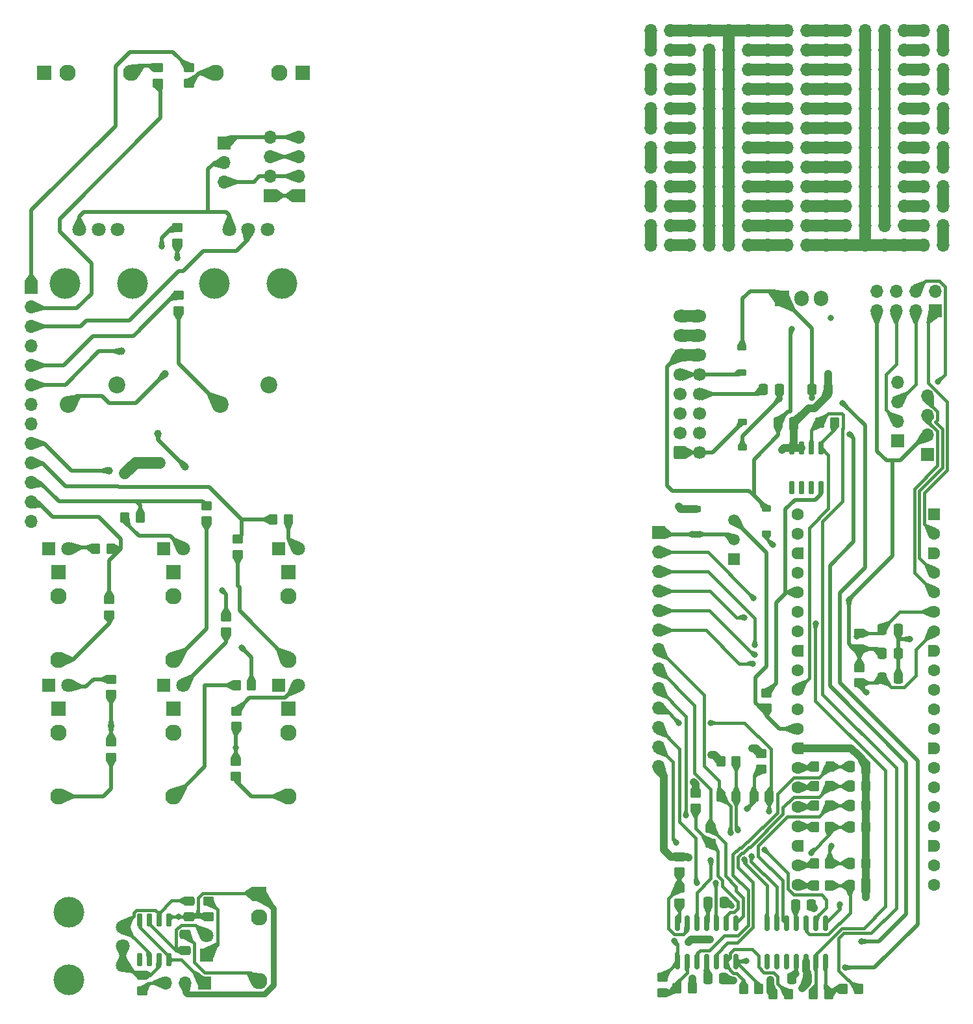
<source format=gbr>
%TF.GenerationSoftware,KiCad,Pcbnew,7.0.9*%
%TF.CreationDate,2024-01-09T21:06:09+01:00*%
%TF.ProjectId,euroPI-kicad_surfacemount_discretes_and_ics,6575726f-5049-42d6-9b69-6361645f7375,rev?*%
%TF.SameCoordinates,Original*%
%TF.FileFunction,Copper,L1,Top*%
%TF.FilePolarity,Positive*%
%FSLAX46Y46*%
G04 Gerber Fmt 4.6, Leading zero omitted, Abs format (unit mm)*
G04 Created by KiCad (PCBNEW 7.0.9) date 2024-01-09 21:06:09*
%MOMM*%
%LPD*%
G01*
G04 APERTURE LIST*
G04 Aperture macros list*
%AMRoundRect*
0 Rectangle with rounded corners*
0 $1 Rounding radius*
0 $2 $3 $4 $5 $6 $7 $8 $9 X,Y pos of 4 corners*
0 Add a 4 corners polygon primitive as box body*
4,1,4,$2,$3,$4,$5,$6,$7,$8,$9,$2,$3,0*
0 Add four circle primitives for the rounded corners*
1,1,$1+$1,$2,$3*
1,1,$1+$1,$4,$5*
1,1,$1+$1,$6,$7*
1,1,$1+$1,$8,$9*
0 Add four rect primitives between the rounded corners*
20,1,$1+$1,$2,$3,$4,$5,0*
20,1,$1+$1,$4,$5,$6,$7,0*
20,1,$1+$1,$6,$7,$8,$9,0*
20,1,$1+$1,$8,$9,$2,$3,0*%
%AMFreePoly0*
4,1,28,0.605014,0.794986,0.644504,0.794986,0.724698,0.756366,0.780194,0.686777,0.800000,0.600000,0.800000,-0.600000,0.780194,-0.686777,0.724698,-0.756366,0.644504,-0.794986,0.605014,-0.794986,0.600000,-0.800000,0.000000,-0.800000,-0.178017,-0.779942,-0.347107,-0.720775,-0.498792,-0.625465,-0.625465,-0.498792,-0.720775,-0.347107,-0.779942,-0.178017,-0.800000,0.000000,-0.779942,0.178017,
-0.720775,0.347107,-0.625465,0.498792,-0.498792,0.625465,-0.347107,0.720775,-0.178017,0.779942,0.000000,0.800000,0.600000,0.800000,0.605014,0.794986,0.605014,0.794986,$1*%
%AMFreePoly1*
4,1,28,0.178017,0.779942,0.347107,0.720775,0.498792,0.625465,0.625465,0.498792,0.720775,0.347107,0.779942,0.178017,0.800000,0.000000,0.779942,-0.178017,0.720775,-0.347107,0.625465,-0.498792,0.498792,-0.625465,0.347107,-0.720775,0.178017,-0.779942,0.000000,-0.800000,-0.600000,-0.800000,-0.605014,-0.794986,-0.644504,-0.794986,-0.724698,-0.756366,-0.780194,-0.686777,-0.800000,-0.600000,
-0.800000,0.600000,-0.780194,0.686777,-0.724698,0.756366,-0.644504,0.794986,-0.605014,0.794986,-0.600000,0.800000,0.000000,0.800000,0.178017,0.779942,0.178017,0.779942,$1*%
G04 Aperture macros list end*
%TA.AperFunction,ComponentPad*%
%ADD10R,1.500000X1.500000*%
%TD*%
%TA.AperFunction,ComponentPad*%
%ADD11C,1.500000*%
%TD*%
%TA.AperFunction,ComponentPad*%
%ADD12C,1.800000*%
%TD*%
%TA.AperFunction,ComponentPad*%
%ADD13R,1.800000X1.800000*%
%TD*%
%TA.AperFunction,ComponentPad*%
%ADD14O,1.700000X1.700000*%
%TD*%
%TA.AperFunction,ComponentPad*%
%ADD15RoundRect,0.250000X-0.600000X-0.600000X0.600000X-0.600000X0.600000X0.600000X-0.600000X0.600000X0*%
%TD*%
%TA.AperFunction,ComponentPad*%
%ADD16C,1.700000*%
%TD*%
%TA.AperFunction,SMDPad,CuDef*%
%ADD17RoundRect,0.150000X0.150000X-0.825000X0.150000X0.825000X-0.150000X0.825000X-0.150000X-0.825000X0*%
%TD*%
%TA.AperFunction,SMDPad,CuDef*%
%ADD18RoundRect,0.250000X-0.350000X-0.450000X0.350000X-0.450000X0.350000X0.450000X-0.350000X0.450000X0*%
%TD*%
%TA.AperFunction,SMDPad,CuDef*%
%ADD19RoundRect,0.250000X-0.450000X0.350000X-0.450000X-0.350000X0.450000X-0.350000X0.450000X0.350000X0*%
%TD*%
%TA.AperFunction,SMDPad,CuDef*%
%ADD20RoundRect,0.250000X0.350000X0.450000X-0.350000X0.450000X-0.350000X-0.450000X0.350000X-0.450000X0*%
%TD*%
%TA.AperFunction,ComponentPad*%
%ADD21R,1.700000X1.700000*%
%TD*%
%TA.AperFunction,SMDPad,CuDef*%
%ADD22RoundRect,0.250000X0.450000X-0.350000X0.450000X0.350000X-0.450000X0.350000X-0.450000X-0.350000X0*%
%TD*%
%TA.AperFunction,SMDPad,CuDef*%
%ADD23RoundRect,0.250000X-0.337500X-0.475000X0.337500X-0.475000X0.337500X0.475000X-0.337500X0.475000X0*%
%TD*%
%TA.AperFunction,ComponentPad*%
%ADD24C,2.130000*%
%TD*%
%TA.AperFunction,ComponentPad*%
%ADD25R,1.830000X1.930000*%
%TD*%
%TA.AperFunction,ComponentPad*%
%ADD26R,1.930000X1.830000*%
%TD*%
%TA.AperFunction,SMDPad,CuDef*%
%ADD27RoundRect,0.150000X-0.150000X0.725000X-0.150000X-0.725000X0.150000X-0.725000X0.150000X0.725000X0*%
%TD*%
%TA.AperFunction,SMDPad,CuDef*%
%ADD28RoundRect,0.225000X-0.375000X0.225000X-0.375000X-0.225000X0.375000X-0.225000X0.375000X0.225000X0*%
%TD*%
%TA.AperFunction,WasherPad*%
%ADD29C,4.000000*%
%TD*%
%TA.AperFunction,ComponentPad*%
%ADD30C,2.200000*%
%TD*%
%TA.AperFunction,SMDPad,CuDef*%
%ADD31RoundRect,0.225000X0.375000X-0.225000X0.375000X0.225000X-0.375000X0.225000X-0.375000X-0.225000X0*%
%TD*%
%TA.AperFunction,SMDPad,CuDef*%
%ADD32RoundRect,0.250000X-0.475000X0.337500X-0.475000X-0.337500X0.475000X-0.337500X0.475000X0.337500X0*%
%TD*%
%TA.AperFunction,SMDPad,CuDef*%
%ADD33RoundRect,0.250000X0.475000X-0.337500X0.475000X0.337500X-0.475000X0.337500X-0.475000X-0.337500X0*%
%TD*%
%TA.AperFunction,SMDPad,CuDef*%
%ADD34RoundRect,0.250000X0.337500X0.475000X-0.337500X0.475000X-0.337500X-0.475000X0.337500X-0.475000X0*%
%TD*%
%TA.AperFunction,ComponentPad*%
%ADD35RoundRect,0.200000X0.600000X0.600000X-0.600000X0.600000X-0.600000X-0.600000X0.600000X-0.600000X0*%
%TD*%
%TA.AperFunction,ComponentPad*%
%ADD36C,1.600000*%
%TD*%
%TA.AperFunction,ComponentPad*%
%ADD37FreePoly0,180.000000*%
%TD*%
%TA.AperFunction,ComponentPad*%
%ADD38FreePoly1,180.000000*%
%TD*%
%TA.AperFunction,ComponentPad*%
%ADD39R,1.905000X2.000000*%
%TD*%
%TA.AperFunction,ComponentPad*%
%ADD40O,1.905000X2.000000*%
%TD*%
%TA.AperFunction,ViaPad*%
%ADD41C,0.800000*%
%TD*%
%TA.AperFunction,ViaPad*%
%ADD42C,1.000000*%
%TD*%
%TA.AperFunction,Conductor*%
%ADD43C,1.000000*%
%TD*%
%TA.AperFunction,Conductor*%
%ADD44C,0.400000*%
%TD*%
%TA.AperFunction,Conductor*%
%ADD45C,0.500000*%
%TD*%
%TA.AperFunction,Conductor*%
%ADD46C,0.750000*%
%TD*%
%TA.AperFunction,Conductor*%
%ADD47C,1.500000*%
%TD*%
G04 APERTURE END LIST*
D10*
%TO.P,Q1,1,E*%
%TO.N,I2C_GND*%
X174697000Y-95480000D03*
D11*
%TO.P,Q1,2,B*%
%TO.N,CJD*%
X174697000Y-92940000D03*
%TO.P,Q1,3,C*%
%TO.N,GP22*%
X174697000Y-90400000D03*
%TD*%
D12*
%TO.P,LED2,2,A*%
%TO.N,Net-(LED2-A)*%
X102865000Y-94116000D03*
D13*
%TO.P,LED2,1,K*%
%TO.N,I2C_GND*%
X100325000Y-94116000D03*
%TD*%
D14*
%TO.P,REF\u002A\u002A,c2*%
%TO.N,N/C*%
X181610000Y-54610000D03*
%TO.P,REF\u002A\u002A,c3*%
X181610000Y-52070000D03*
%TO.P,REF\u002A\u002A,c4*%
X181610000Y-49530000D03*
%TO.P,REF\u002A\u002A,c5*%
X181610000Y-46990000D03*
%TO.P,REF\u002A\u002A,c6*%
X181610000Y-44450000D03*
%TO.P,REF\u002A\u002A,c7*%
X181610000Y-41910000D03*
%TO.P,REF\u002A\u002A,c8*%
X181610000Y-39370000D03*
%TO.P,REF\u002A\u002A,c9*%
X181610000Y-36830000D03*
%TO.P,REF\u002A\u002A,c10*%
X181610000Y-34290000D03*
%TO.P,REF\u002A\u002A,c11*%
X181610000Y-31750000D03*
%TO.P,REF\u002A\u002A,c12*%
X181610000Y-29210000D03*
%TO.P,REF\u002A\u002A,c13*%
X181610000Y-26670000D03*
%TO.P,REF\u002A\u002A,c15*%
X179070000Y-54610000D03*
%TO.P,REF\u002A\u002A,c16*%
X179070000Y-52070000D03*
%TO.P,REF\u002A\u002A,c17*%
X179070000Y-49530000D03*
%TO.P,REF\u002A\u002A,c18*%
X179070000Y-46990000D03*
%TO.P,REF\u002A\u002A,c19*%
X179070000Y-44450000D03*
%TO.P,REF\u002A\u002A,c20*%
X179070000Y-41910000D03*
%TO.P,REF\u002A\u002A,c21*%
X179070000Y-39370000D03*
%TO.P,REF\u002A\u002A,c22*%
X179070000Y-36830000D03*
%TO.P,REF\u002A\u002A,c23*%
X179070000Y-34290000D03*
%TO.P,REF\u002A\u002A,c24*%
X179070000Y-31750000D03*
%TO.P,REF\u002A\u002A,c25*%
X179070000Y-29210000D03*
%TO.P,REF\u002A\u002A,c26*%
X179070000Y-26670000D03*
%TO.P,REF\u002A\u002A,c28*%
X176530000Y-54610000D03*
%TO.P,REF\u002A\u002A,c29*%
X176530000Y-52070000D03*
%TO.P,REF\u002A\u002A,c30*%
X176530000Y-49530000D03*
%TO.P,REF\u002A\u002A,c31*%
X176530000Y-46990000D03*
%TO.P,REF\u002A\u002A,c32*%
X176530000Y-44450000D03*
%TO.P,REF\u002A\u002A,c33*%
X176530000Y-41910000D03*
%TO.P,REF\u002A\u002A,c34*%
X176530000Y-39370000D03*
%TO.P,REF\u002A\u002A,c35*%
X176530000Y-36830000D03*
%TO.P,REF\u002A\u002A,c36*%
X176530000Y-34290000D03*
%TO.P,REF\u002A\u002A,c37*%
X176530000Y-31750000D03*
%TO.P,REF\u002A\u002A,c38*%
X176530000Y-29210000D03*
%TO.P,REF\u002A\u002A,c39*%
X176530000Y-26670000D03*
%TO.P,REF\u002A\u002A,c41*%
X173990000Y-54610000D03*
%TO.P,REF\u002A\u002A,c42*%
X173990000Y-52070000D03*
%TO.P,REF\u002A\u002A,c43*%
X173990000Y-49530000D03*
%TO.P,REF\u002A\u002A,c44*%
X173990000Y-46990000D03*
%TO.P,REF\u002A\u002A,c45*%
X173990000Y-44450000D03*
%TO.P,REF\u002A\u002A,c46*%
X173990000Y-41910000D03*
%TO.P,REF\u002A\u002A,c47*%
X173990000Y-39370000D03*
%TO.P,REF\u002A\u002A,c48*%
X173990000Y-36830000D03*
%TO.P,REF\u002A\u002A,c49*%
X173990000Y-34290000D03*
%TO.P,REF\u002A\u002A,c50*%
X173990000Y-31750000D03*
%TO.P,REF\u002A\u002A,c51*%
X173990000Y-29210000D03*
%TO.P,REF\u002A\u002A,c52*%
X173990000Y-26670000D03*
%TO.P,REF\u002A\u002A,c54*%
X171450000Y-54610000D03*
%TO.P,REF\u002A\u002A,c55*%
X171450000Y-52070000D03*
%TO.P,REF\u002A\u002A,c56*%
X171450000Y-49530000D03*
%TO.P,REF\u002A\u002A,c57*%
X171450000Y-46990000D03*
%TO.P,REF\u002A\u002A,c58*%
X171450000Y-44450000D03*
%TO.P,REF\u002A\u002A,c59*%
X171450000Y-41910000D03*
%TO.P,REF\u002A\u002A,c60*%
X171450000Y-39370000D03*
%TO.P,REF\u002A\u002A,c61*%
X171450000Y-36830000D03*
%TO.P,REF\u002A\u002A,c62*%
X171450000Y-34290000D03*
%TO.P,REF\u002A\u002A,c63*%
X171450000Y-31750000D03*
%TO.P,REF\u002A\u002A,c64*%
X171450000Y-29210000D03*
%TO.P,REF\u002A\u002A,c65*%
X171450000Y-26670000D03*
%TO.P,REF\u002A\u002A,c67*%
X168910000Y-54610000D03*
%TO.P,REF\u002A\u002A,c68*%
X168910000Y-52070000D03*
%TO.P,REF\u002A\u002A,c69*%
X168910000Y-49530000D03*
%TO.P,REF\u002A\u002A,c70*%
X168910000Y-46990000D03*
%TO.P,REF\u002A\u002A,c71*%
X168910000Y-44450000D03*
%TO.P,REF\u002A\u002A,c72*%
X168910000Y-41910000D03*
%TO.P,REF\u002A\u002A,c73*%
X168910000Y-39370000D03*
%TO.P,REF\u002A\u002A,c74*%
X168910000Y-36830000D03*
%TO.P,REF\u002A\u002A,c75*%
X168910000Y-34290000D03*
%TO.P,REF\u002A\u002A,c76*%
X168910000Y-31750000D03*
%TO.P,REF\u002A\u002A,c77*%
X168910000Y-29210000D03*
%TO.P,REF\u002A\u002A,c78*%
X168910000Y-26670000D03*
%TO.P,REF\u002A\u002A,c80*%
X166370000Y-54610000D03*
%TO.P,REF\u002A\u002A,c81*%
X166370000Y-52070000D03*
%TO.P,REF\u002A\u002A,c82*%
X166370000Y-49530000D03*
%TO.P,REF\u002A\u002A,c83*%
X166370000Y-46990000D03*
%TO.P,REF\u002A\u002A,c84*%
X166370000Y-44450000D03*
%TO.P,REF\u002A\u002A,c85*%
X166370000Y-41910000D03*
%TO.P,REF\u002A\u002A,c86*%
X166370000Y-39370000D03*
%TO.P,REF\u002A\u002A,c87*%
X166370000Y-36830000D03*
%TO.P,REF\u002A\u002A,c88*%
X166370000Y-34290000D03*
%TO.P,REF\u002A\u002A,c89*%
X166370000Y-31750000D03*
%TO.P,REF\u002A\u002A,c90*%
X166370000Y-29210000D03*
%TO.P,REF\u002A\u002A,c91*%
X166370000Y-26670000D03*
%TO.P,REF\u002A\u002A,c93*%
X163830000Y-54610000D03*
%TO.P,REF\u002A\u002A,c94*%
X163830000Y-52070000D03*
%TO.P,REF\u002A\u002A,c95*%
X163830000Y-49530000D03*
%TO.P,REF\u002A\u002A,c96*%
X163830000Y-46990000D03*
%TO.P,REF\u002A\u002A,c97*%
X163830000Y-44450000D03*
%TO.P,REF\u002A\u002A,c98*%
X163830000Y-41910000D03*
%TO.P,REF\u002A\u002A,c99*%
X163830000Y-39370000D03*
%TO.P,REF\u002A\u002A,c100*%
X163830000Y-36830000D03*
%TO.P,REF\u002A\u002A,c101*%
X163830000Y-34290000D03*
%TO.P,REF\u002A\u002A,c102*%
X163830000Y-31750000D03*
%TO.P,REF\u002A\u002A,c103*%
X163830000Y-29210000D03*
%TO.P,REF\u002A\u002A,c104*%
X163830000Y-26670000D03*
%TO.P,REF\u002A\u002A,d2*%
X184150000Y-54610000D03*
%TO.P,REF\u002A\u002A,d3*%
X184150000Y-52070000D03*
%TO.P,REF\u002A\u002A,d4*%
X184150000Y-49530000D03*
%TO.P,REF\u002A\u002A,d5*%
X184150000Y-46990000D03*
%TO.P,REF\u002A\u002A,d6*%
X184150000Y-44450000D03*
%TO.P,REF\u002A\u002A,d7*%
X184150000Y-41910000D03*
%TO.P,REF\u002A\u002A,d8*%
X184150000Y-39370000D03*
%TO.P,REF\u002A\u002A,d9*%
X184150000Y-36830000D03*
%TO.P,REF\u002A\u002A,d10*%
X184150000Y-34290000D03*
%TO.P,REF\u002A\u002A,d11*%
X184150000Y-31750000D03*
%TO.P,REF\u002A\u002A,d12*%
X184150000Y-29210000D03*
%TO.P,REF\u002A\u002A,d13*%
X184150000Y-26670000D03*
%TO.P,REF\u002A\u002A,d15*%
X186690000Y-54610000D03*
%TO.P,REF\u002A\u002A,d16*%
X186690000Y-52070000D03*
%TO.P,REF\u002A\u002A,d17*%
X186690000Y-49530000D03*
%TO.P,REF\u002A\u002A,d18*%
X186690000Y-46990000D03*
%TO.P,REF\u002A\u002A,d19*%
X186690000Y-44450000D03*
%TO.P,REF\u002A\u002A,d20*%
X186690000Y-41910000D03*
%TO.P,REF\u002A\u002A,d21*%
X186690000Y-39370000D03*
%TO.P,REF\u002A\u002A,d22*%
X186690000Y-36830000D03*
%TO.P,REF\u002A\u002A,d23*%
X186690000Y-34290000D03*
%TO.P,REF\u002A\u002A,d24*%
X186690000Y-31750000D03*
%TO.P,REF\u002A\u002A,d25*%
X186690000Y-29210000D03*
%TO.P,REF\u002A\u002A,d26*%
X186690000Y-26670000D03*
%TO.P,REF\u002A\u002A,d28*%
X189230000Y-54610000D03*
%TO.P,REF\u002A\u002A,d29*%
X189230000Y-52070000D03*
%TO.P,REF\u002A\u002A,d30*%
X189230000Y-49530000D03*
%TO.P,REF\u002A\u002A,d31*%
X189230000Y-46990000D03*
%TO.P,REF\u002A\u002A,d32*%
X189230000Y-44450000D03*
%TO.P,REF\u002A\u002A,d33*%
X189230000Y-41910000D03*
%TO.P,REF\u002A\u002A,d34*%
X189230000Y-39370000D03*
%TO.P,REF\u002A\u002A,d35*%
X189230000Y-36830000D03*
%TO.P,REF\u002A\u002A,d36*%
X189230000Y-34290000D03*
%TO.P,REF\u002A\u002A,d37*%
X189230000Y-31750000D03*
%TO.P,REF\u002A\u002A,d38*%
X189230000Y-29210000D03*
%TO.P,REF\u002A\u002A,d39*%
X189230000Y-26670000D03*
%TO.P,REF\u002A\u002A,d41*%
X191770000Y-54610000D03*
%TO.P,REF\u002A\u002A,d42*%
X191770000Y-52070000D03*
%TO.P,REF\u002A\u002A,d43*%
X191770000Y-49530000D03*
%TO.P,REF\u002A\u002A,d44*%
X191770000Y-46990000D03*
%TO.P,REF\u002A\u002A,d45*%
X191770000Y-44450000D03*
%TO.P,REF\u002A\u002A,d46*%
X191770000Y-41910000D03*
%TO.P,REF\u002A\u002A,d47*%
X191770000Y-39370000D03*
%TO.P,REF\u002A\u002A,d48*%
X191770000Y-36830000D03*
%TO.P,REF\u002A\u002A,d49*%
X191770000Y-34290000D03*
%TO.P,REF\u002A\u002A,d50*%
X191770000Y-31750000D03*
%TO.P,REF\u002A\u002A,d51*%
X191770000Y-29210000D03*
%TO.P,REF\u002A\u002A,d52*%
X191770000Y-26670000D03*
%TO.P,REF\u002A\u002A,d54*%
X194310000Y-54610000D03*
%TO.P,REF\u002A\u002A,d55*%
X194310000Y-52070000D03*
%TO.P,REF\u002A\u002A,d56*%
X194310000Y-49530000D03*
%TO.P,REF\u002A\u002A,d57*%
X194310000Y-46990000D03*
%TO.P,REF\u002A\u002A,d58*%
X194310000Y-44450000D03*
%TO.P,REF\u002A\u002A,d59*%
X194310000Y-41910000D03*
%TO.P,REF\u002A\u002A,d60*%
X194310000Y-39370000D03*
%TO.P,REF\u002A\u002A,d61*%
X194310000Y-36830000D03*
%TO.P,REF\u002A\u002A,d62*%
X194310000Y-34290000D03*
%TO.P,REF\u002A\u002A,d63*%
X194310000Y-31750000D03*
%TO.P,REF\u002A\u002A,d64*%
X194310000Y-29210000D03*
%TO.P,REF\u002A\u002A,d65*%
X194310000Y-26670000D03*
%TO.P,REF\u002A\u002A,d67*%
X196850000Y-54610000D03*
%TO.P,REF\u002A\u002A,d68*%
X196850000Y-52070000D03*
%TO.P,REF\u002A\u002A,d69*%
X196850000Y-49530000D03*
%TO.P,REF\u002A\u002A,d70*%
X196850000Y-46990000D03*
%TO.P,REF\u002A\u002A,d71*%
X196850000Y-44450000D03*
%TO.P,REF\u002A\u002A,d72*%
X196850000Y-41910000D03*
%TO.P,REF\u002A\u002A,d73*%
X196850000Y-39370000D03*
%TO.P,REF\u002A\u002A,d74*%
X196850000Y-36830000D03*
%TO.P,REF\u002A\u002A,d75*%
X196850000Y-34290000D03*
%TO.P,REF\u002A\u002A,d76*%
X196850000Y-31750000D03*
%TO.P,REF\u002A\u002A,d77*%
X196850000Y-29210000D03*
%TO.P,REF\u002A\u002A,d78*%
X196850000Y-26670000D03*
%TO.P,REF\u002A\u002A,d80*%
X199390000Y-54610000D03*
%TO.P,REF\u002A\u002A,d81*%
X199390000Y-52070000D03*
%TO.P,REF\u002A\u002A,d82*%
X199390000Y-49530000D03*
%TO.P,REF\u002A\u002A,d83*%
X199390000Y-46990000D03*
%TO.P,REF\u002A\u002A,d84*%
X199390000Y-44450000D03*
%TO.P,REF\u002A\u002A,d85*%
X199390000Y-41910000D03*
%TO.P,REF\u002A\u002A,d86*%
X199390000Y-39370000D03*
%TO.P,REF\u002A\u002A,d87*%
X199390000Y-36830000D03*
%TO.P,REF\u002A\u002A,d88*%
X199390000Y-34290000D03*
%TO.P,REF\u002A\u002A,d89*%
X199390000Y-31750000D03*
%TO.P,REF\u002A\u002A,d90*%
X199390000Y-29210000D03*
%TO.P,REF\u002A\u002A,d91*%
X199390000Y-26670000D03*
%TO.P,REF\u002A\u002A,d93*%
X201930000Y-54610000D03*
%TO.P,REF\u002A\u002A,d94*%
X201930000Y-52070000D03*
%TO.P,REF\u002A\u002A,d95*%
X201930000Y-49530000D03*
%TO.P,REF\u002A\u002A,d96*%
X201930000Y-46990000D03*
%TO.P,REF\u002A\u002A,d97*%
X201930000Y-44450000D03*
%TO.P,REF\u002A\u002A,d98*%
X201930000Y-41910000D03*
%TO.P,REF\u002A\u002A,d99*%
X201930000Y-39370000D03*
%TO.P,REF\u002A\u002A,d100*%
X201930000Y-36830000D03*
%TO.P,REF\u002A\u002A,d101*%
X201930000Y-34290000D03*
%TO.P,REF\u002A\u002A,d102*%
X201930000Y-31750000D03*
%TO.P,REF\u002A\u002A,d103*%
X201930000Y-29210000D03*
%TO.P,REF\u002A\u002A,d104*%
X201930000Y-26670000D03*
%TD*%
D15*
%TO.P,J10,1,Pin_1*%
%TO.N,Net-(D3-K)*%
X167606000Y-81637000D03*
D16*
%TO.P,J10,2,Pin_2*%
X170146000Y-81637000D03*
%TO.P,J10,3,Pin_3*%
%TO.N,I2C_GND*%
X167606000Y-79097000D03*
%TO.P,J10,4,Pin_4*%
X170146000Y-79097000D03*
%TO.P,J10,5,Pin_5*%
X167606000Y-76557000D03*
%TO.P,J10,6,Pin_6*%
X170146000Y-76557000D03*
%TO.P,J10,7,Pin_7*%
X167606000Y-74017000D03*
%TO.P,J10,8,Pin_8*%
X170146000Y-74017000D03*
%TO.P,J10,9,Pin_9*%
%TO.N,Net-(D4-A)*%
X167606000Y-71477000D03*
%TO.P,J10,10,Pin_10*%
X170146000Y-71477000D03*
%TO.P,J10,11,Pin_11*%
%TO.N,+5V*%
X167606000Y-68937000D03*
%TO.P,J10,12,Pin_12*%
X170146000Y-68937000D03*
%TO.P,J10,13,Pin_13*%
%TO.N,Net-(J10-Pin_13)*%
X167606000Y-66397000D03*
%TO.P,J10,14,Pin_14*%
X170146000Y-66397000D03*
%TO.P,J10,15,Pin_15*%
%TO.N,Net-(J10-Pin_15)*%
X167606000Y-63857000D03*
%TO.P,J10,16,Pin_16*%
X170146000Y-63857000D03*
%TD*%
D17*
%TO.P,O3,14*%
%TO.N,CJ4*%
X167276000Y-142916000D03*
%TO.P,O3,13,-*%
%TO.N,Net-(O3D--)*%
X168546000Y-142916000D03*
%TO.P,O3,12,+*%
%TO.N,Net-(O3D-+)*%
X169816000Y-142916000D03*
%TO.P,O3,11,V-*%
%TO.N,-12V*%
X171086000Y-142916000D03*
%TO.P,O3,10,+*%
%TO.N,Net-(O3C-+)*%
X172356000Y-142916000D03*
%TO.P,O3,9,-*%
%TO.N,Net-(O3C--)*%
X173626000Y-142916000D03*
%TO.P,O3,8*%
%TO.N,CJ5*%
X174896000Y-142916000D03*
%TO.P,O3,7*%
%TO.N,CJ2*%
X174896000Y-147866000D03*
%TO.P,O3,6,-*%
%TO.N,Net-(O3B--)*%
X173626000Y-147866000D03*
%TO.P,O3,5,+*%
%TO.N,Net-(O3B-+)*%
X172356000Y-147866000D03*
%TO.P,O3,4,V+*%
%TO.N,~*%
X171086000Y-147866000D03*
%TO.P,O3,3,+*%
%TO.N,Net-(O3A-+)*%
X169816000Y-147866000D03*
%TO.P,O3,2,-*%
%TO.N,Net-(O3A--)*%
X168546000Y-147866000D03*
%TO.P,O3,1*%
%TO.N,CJ1*%
X167276000Y-147866000D03*
%TD*%
D18*
%TO.P,R21,1*%
%TO.N,CJA*%
X185029600Y-152146000D03*
%TO.P,R21,2*%
%TO.N,Net-(O5-Pad7)*%
X187029600Y-152146000D03*
%TD*%
D19*
%TO.P,R16,2*%
%TO.N,CJ4*%
X93472000Y-113121000D03*
%TO.P,R16,1*%
%TO.N,Net-(LED4-A)*%
X93472000Y-111121000D03*
%TD*%
%TO.P,R24,1*%
%TO.N,CS1*%
X190974000Y-105148000D03*
%TO.P,R24,2*%
%TO.N,I2C_VCC*%
X190974000Y-107148000D03*
%TD*%
D20*
%TO.P,R6,1*%
%TO.N,Net-(O5D-+)*%
X187148000Y-127588600D03*
%TO.P,R6,2*%
%TO.N,GP19*%
X185148000Y-127588600D03*
%TD*%
D14*
%TO.P,J14,3,Pin_3*%
%TO.N,TPH SDA {slash} CPC VCC*%
X108204000Y-46364000D03*
%TO.P,J14,2,Pin_2*%
%TO.N,I2C_VCC*%
X108204000Y-43824000D03*
D21*
%TO.P,J14,1,Pin_1*%
%TO.N,TPH VCC {slash} CPC SDA*%
X108204000Y-41284000D03*
%TD*%
D22*
%TO.P,R17,2*%
%TO.N,CJ5*%
X108458000Y-102993000D03*
%TO.P,R17,1*%
%TO.N,Net-(LED5-A)*%
X108458000Y-104993000D03*
%TD*%
D19*
%TO.P,R20,2*%
%TO.N,Net-(R20-Pad2)*%
X102235000Y-63112000D03*
%TO.P,R20,1*%
%TO.N,CS1*%
X102235000Y-61112000D03*
%TD*%
D23*
%TO.P,C1,1*%
%TO.N,I2C_VCC*%
X194000500Y-107799000D03*
%TO.P,C1,2*%
%TO.N,I2C_GND*%
X196075500Y-107799000D03*
%TD*%
D24*
%TO.P,J8,TN*%
%TO.N,unconnected-(J8-PadTN)*%
X87820648Y-32140000D03*
%TO.P,J8,T*%
%TO.N,Net-(J8-PadT)*%
X96120648Y-32140000D03*
D25*
%TO.P,J8,S*%
%TO.N,I2C_GND*%
X84720648Y-32140000D03*
%TD*%
D19*
%TO.P,R41,2*%
%TO.N,I2C_GND*%
X106172000Y-142012000D03*
%TO.P,R41,1*%
%TO.N,Net-(LED7-K)*%
X106172000Y-140012000D03*
%TD*%
D20*
%TO.P,R30,1*%
%TO.N,Net-(O3B--)*%
X181746400Y-152146000D03*
%TO.P,R30,2*%
%TO.N,I2C_GND*%
X179746400Y-152146000D03*
%TD*%
D24*
%TO.P,J4,TN*%
%TO.N,unconnected-(J4-PadTN)*%
X86614000Y-118074000D03*
%TO.P,J4,T*%
%TO.N,Net-(J4-PadT)*%
X86614000Y-126374000D03*
D26*
%TO.P,J4,S*%
%TO.N,I2C_GND*%
X86614000Y-114974000D03*
%TD*%
D12*
%TO.P,LED6,2,A*%
%TO.N,Net-(LED6-A)*%
X117851000Y-111896000D03*
D13*
%TO.P,LED6,1,K*%
%TO.N,I2C_GND*%
X115311000Y-111896000D03*
%TD*%
D19*
%TO.P,R26,1*%
%TO.N,I2C_VCC*%
X178909000Y-112911000D03*
%TO.P,R26,2*%
%TO.N,GP22*%
X178909000Y-114911000D03*
%TD*%
D18*
%TO.P,R22,1*%
%TO.N,Net-(O5-Pad7)*%
X188882000Y-151487000D03*
%TO.P,R22,2*%
%TO.N,Net-(O1A--)*%
X190882000Y-151487000D03*
%TD*%
D27*
%TO.P,U3,8,VCC*%
%TO.N,~*%
X100965000Y-147651000D03*
%TO.P,U3,7,DIS*%
%TO.N,Net-(U3-DIS)*%
X99695000Y-147651000D03*
%TO.P,U3,6,THR*%
%TO.N,Net-(U3-THR)*%
X98425000Y-147651000D03*
%TO.P,U3,5,CV*%
%TO.N,unconnected-(U3-CV-Pad5)*%
X97155000Y-147651000D03*
%TO.P,U3,4,R*%
%TO.N,~*%
X97155000Y-142501000D03*
%TO.P,U3,3,Q*%
%TO.N,Net-(LED7-A)*%
X98425000Y-142501000D03*
%TO.P,U3,2,TR*%
%TO.N,Net-(U3-THR)*%
X99695000Y-142501000D03*
%TO.P,U3,1,GND*%
%TO.N,I2C_GND*%
X100965000Y-142501000D03*
%TD*%
D18*
%TO.P,R13,2*%
%TO.N,CJ1*%
X93456000Y-94116000D03*
%TO.P,R13,1*%
%TO.N,Net-(LED1-A)*%
X91456000Y-94116000D03*
%TD*%
D22*
%TO.P,R31,1*%
%TO.N,Net-(O5C--)*%
X178258000Y-122829517D03*
%TO.P,R31,2*%
%TO.N,I2C_GND*%
X178258000Y-120829517D03*
%TD*%
D28*
%TO.P,D2,1,A*%
%TO.N,+5V*%
X178858200Y-88851600D03*
%TO.P,D2,2,K*%
%TO.N,Net-(D2-K)*%
X178858200Y-92151600D03*
%TD*%
D23*
%TO.P,C16,1*%
%TO.N,I2C_GND*%
X178506500Y-73382000D03*
%TO.P,C16,2*%
%TO.N,-12V*%
X180581500Y-73382000D03*
%TD*%
D20*
%TO.P,R11,2*%
%TO.N,Net-(J5-PadT)*%
X109773000Y-111896000D03*
%TO.P,R11,1*%
%TO.N,CJ5*%
X111773000Y-111896000D03*
%TD*%
D19*
%TO.P,Rx1,2*%
%TO.N,+5V*%
X97536000Y-151680000D03*
%TO.P,Rx1,1*%
%TO.N,Net-(U3-DIS)*%
X97536000Y-149680000D03*
%TD*%
D18*
%TO.P,R23,1*%
%TO.N,Net-(O1A--)*%
X185799000Y-77700000D03*
%TO.P,R23,2*%
%TO.N,GP26*%
X187799000Y-77700000D03*
%TD*%
D29*
%TO.P,VR3,*%
%TO.N,*%
X87996000Y-150278000D03*
X87996000Y-141478000D03*
D12*
%TO.P,VR3,1,1*%
%TO.N,Net-(U3-THR)*%
X94996000Y-143378000D03*
%TO.P,VR3,2,2*%
%TO.N,Net-(U3-DIS)*%
X94996000Y-145878000D03*
%TO.P,VR3,3,3*%
X94996000Y-148378000D03*
%TD*%
D26*
%TO.P,J2,S*%
%TO.N,I2C_GND*%
X101605824Y-97194000D03*
D24*
%TO.P,J2,T*%
%TO.N,Net-(J2-PadT)*%
X101605824Y-108594000D03*
%TO.P,J2,TN*%
%TO.N,unconnected-(J2-PadTN)*%
X101605824Y-100294000D03*
%TD*%
D27*
%TO.P,O1,8,V+*%
%TO.N,I2C_VCC*%
X186021000Y-86152000D03*
%TO.P,O1,7*%
%TO.N,unconnected-(O1-Pad7)*%
X184751000Y-86152000D03*
%TO.P,O1,6,-*%
%TO.N,unconnected-(O1B---Pad6)*%
X183481000Y-86152000D03*
%TO.P,O1,5,+*%
%TO.N,unconnected-(O1B-+-Pad5)*%
X182211000Y-86152000D03*
%TO.P,O1,4,V-*%
%TO.N,I2C_GND*%
X182211000Y-81002000D03*
%TO.P,O1,3,+*%
X183481000Y-81002000D03*
%TO.P,O1,2,-*%
%TO.N,Net-(O1A--)*%
X184751000Y-81002000D03*
%TO.P,O1,1*%
%TO.N,GP26*%
X186021000Y-81002000D03*
%TD*%
D19*
%TO.P,R18,2*%
%TO.N,CJ6*%
X109804200Y-117271800D03*
%TO.P,R18,1*%
%TO.N,Net-(LED6-A)*%
X109804200Y-115271800D03*
%TD*%
D18*
%TO.P,R29,2*%
%TO.N,I2C_GND*%
X169241000Y-151360000D03*
%TO.P,R29,1*%
%TO.N,Net-(O3A--)*%
X167241000Y-151360000D03*
%TD*%
D23*
%TO.P,C11,1*%
%TO.N,Net-(O5C-+)*%
X189794000Y-138002600D03*
%TO.P,C11,2*%
%TO.N,I2C_GND*%
X191869000Y-138002600D03*
%TD*%
D30*
%TO.P,SW2,1,1*%
%TO.N,I2C_GND*%
X94234000Y-72780000D03*
%TO.P,SW2,2,2*%
%TO.N,Net-(R19-Pad2)*%
X87884000Y-75320000D03*
%TD*%
D23*
%TO.P,C14,1*%
%TO.N,Net-(O5D-+)*%
X189794000Y-127588600D03*
%TO.P,C14,2*%
%TO.N,I2C_GND*%
X191869000Y-127588600D03*
%TD*%
D31*
%TO.P,D3,1,A*%
%TO.N,-12V*%
X175759400Y-80924800D03*
%TO.P,D3,2,K*%
%TO.N,Net-(D3-K)*%
X175759400Y-77624800D03*
%TD*%
D20*
%TO.P,R37,1*%
%TO.N,CJ3*%
X179258000Y-126401517D03*
%TO.P,R37,2*%
%TO.N,Net-(O5C--)*%
X177258000Y-126401517D03*
%TD*%
D28*
%TO.P,D1,1,A*%
%TO.N,I2C_GND*%
X169739600Y-88927800D03*
%TO.P,D1,2,K*%
%TO.N,CJD*%
X169739600Y-92227800D03*
%TD*%
D20*
%TO.P,R1,1*%
%TO.N,Net-(O3A-+)*%
X187164000Y-122508600D03*
%TO.P,R1,2*%
%TO.N,GP21*%
X185164000Y-122508600D03*
%TD*%
D19*
%TO.P,R19,2*%
%TO.N,Net-(R19-Pad2)*%
X102108000Y-54340000D03*
%TO.P,R19,1*%
%TO.N,CS2*%
X102108000Y-52340000D03*
%TD*%
D24*
%TO.P,J7,TN*%
%TO.N,unconnected-(J7-PadTN)*%
X115361000Y-32190800D03*
%TO.P,J7,T*%
%TO.N,Net-(J7-PadT)*%
X107061000Y-32190800D03*
D25*
%TO.P,J7,S*%
%TO.N,I2C_GND*%
X118461000Y-32190800D03*
%TD*%
D31*
%TO.P,D4,1,A*%
%TO.N,Net-(D4-A)*%
X175683200Y-71145800D03*
%TO.P,D4,2,K*%
%TO.N,~*%
X175683200Y-67845800D03*
%TD*%
D23*
%TO.P,C2,1*%
%TO.N,+5V*%
X180411500Y-77700000D03*
%TO.P,C2,2*%
%TO.N,I2C_GND*%
X182486500Y-77700000D03*
%TD*%
D32*
%TO.P,C18,2*%
%TO.N,Net-(LED7-A)*%
X103124000Y-146452500D03*
%TO.P,C18,1*%
%TO.N,Net-(C18-Pad1)*%
X103124000Y-144377500D03*
%TD*%
D24*
%TO.P,J1,TN*%
%TO.N,unconnected-(J1-PadTN)*%
X86614000Y-100294000D03*
%TO.P,J1,T*%
%TO.N,Net-(J1-PadT)*%
X86614000Y-108594000D03*
D26*
%TO.P,J1,S*%
%TO.N,I2C_GND*%
X86614000Y-97194000D03*
%TD*%
D23*
%TO.P,C5,1*%
%TO.N,~*%
X182189500Y-150090000D03*
%TO.P,C5,2*%
%TO.N,I2C_GND*%
X184264500Y-150090000D03*
%TD*%
D20*
%TO.P,R5,1*%
%TO.N,Net-(O3C-+)*%
X187148000Y-130382600D03*
%TO.P,R5,2*%
%TO.N,GP18*%
X185148000Y-130382600D03*
%TD*%
D26*
%TO.P,J20,S*%
%TO.N,I2C_GND*%
X112776707Y-139065000D03*
D24*
%TO.P,J20,T*%
%TO.N,Net-(C18-Pad1)*%
X112776707Y-150465000D03*
%TO.P,J20,TN*%
%TO.N,unconnected-(J20-PadTN)*%
X112776707Y-142165000D03*
%TD*%
D21*
%TO.P,J11,1,Pin_1*%
%TO.N,CJD*%
X164812000Y-92051000D03*
D14*
%TO.P,J11,2,Pin_2*%
%TO.N,CJA*%
X164812000Y-94591000D03*
%TO.P,J11,3,Pin_3*%
%TO.N,CK1*%
X164812000Y-97131000D03*
%TO.P,J11,4,Pin_4*%
%TO.N,CK2*%
X164812000Y-99671000D03*
%TO.P,J11,5,Pin_5*%
%TO.N,CS1*%
X164812000Y-102211000D03*
%TO.P,J11,6,Pin_6*%
%TO.N,CS2*%
X164812000Y-104751000D03*
%TO.P,J11,7,Pin_7*%
%TO.N,CJ6*%
X164812000Y-107291000D03*
%TO.P,J11,8,Pin_8*%
%TO.N,CJ5*%
X164812000Y-109831000D03*
%TO.P,J11,9,Pin_9*%
%TO.N,CJ4*%
X164812000Y-112371000D03*
%TO.P,J11,10,Pin_10*%
%TO.N,CJ3*%
X164812000Y-114911000D03*
%TO.P,J11,11,Pin_11*%
%TO.N,CJ2*%
X164812000Y-117451000D03*
%TO.P,J11,12,Pin_12*%
%TO.N,CJ1*%
X164812000Y-119991000D03*
%TO.P,J11,13,Pin_13*%
%TO.N,I2C_GND*%
X164812000Y-122531000D03*
%TD*%
D12*
%TO.P,LED5,2,A*%
%TO.N,Net-(LED5-A)*%
X102870824Y-111896000D03*
D13*
%TO.P,LED5,1,K*%
%TO.N,I2C_GND*%
X100330824Y-111896000D03*
%TD*%
D23*
%TO.P,C12,1*%
%TO.N,Net-(O3D-+)*%
X189794000Y-135081600D03*
%TO.P,C12,2*%
%TO.N,I2C_GND*%
X191869000Y-135081600D03*
%TD*%
D24*
%TO.P,J3,TN*%
%TO.N,unconnected-(J3-PadTN)*%
X116597648Y-100294000D03*
%TO.P,J3,T*%
%TO.N,Net-(J3-PadT)*%
X116597648Y-108594000D03*
D26*
%TO.P,J3,S*%
%TO.N,I2C_GND*%
X116597648Y-97194000D03*
%TD*%
D22*
%TO.P,R32,1*%
%TO.N,Net-(O3D--)*%
X167530000Y-136231000D03*
%TO.P,R32,2*%
%TO.N,I2C_GND*%
X167530000Y-134231000D03*
%TD*%
D12*
%TO.P,LED7,2,A*%
%TO.N,Net-(LED7-A)*%
X105918000Y-144526000D03*
D13*
%TO.P,LED7,1,K*%
%TO.N,Net-(LED7-K)*%
X105918000Y-147066000D03*
%TD*%
D19*
%TO.P,R8,2*%
%TO.N,Net-(J2-PadT)*%
X105918000Y-90515000D03*
%TO.P,R8,1*%
%TO.N,CJ2*%
X105918000Y-88515000D03*
%TD*%
%TO.P,R28,2*%
%TO.N,CJA*%
X99568000Y-33512000D03*
%TO.P,R28,1*%
%TO.N,Net-(J8-PadT)*%
X99568000Y-31512000D03*
%TD*%
%TO.P,R10,2*%
%TO.N,Net-(J4-PadT)*%
X93472000Y-121278000D03*
%TO.P,R10,1*%
%TO.N,CJ4*%
X93472000Y-119278000D03*
%TD*%
D17*
%TO.P,O5,14*%
%TO.N,CJ6*%
X178960000Y-142916000D03*
%TO.P,O5,13,-*%
%TO.N,Net-(O5D--)*%
X180230000Y-142916000D03*
%TO.P,O5,12,+*%
%TO.N,Net-(O5D-+)*%
X181500000Y-142916000D03*
%TO.P,O5,11,V-*%
%TO.N,-12V*%
X182770000Y-142916000D03*
%TO.P,O5,10,+*%
%TO.N,Net-(O5C-+)*%
X184040000Y-142916000D03*
%TO.P,O5,9,-*%
%TO.N,Net-(O5C--)*%
X185310000Y-142916000D03*
%TO.P,O5,8*%
%TO.N,CJ3*%
X186580000Y-142916000D03*
%TO.P,O5,7*%
%TO.N,Net-(O5-Pad7)*%
X186580000Y-147866000D03*
%TO.P,O5,6,-*%
%TO.N,CJA*%
X185310000Y-147866000D03*
%TO.P,O5,5,+*%
%TO.N,I2C_GND*%
X184040000Y-147866000D03*
%TO.P,O5,4,V+*%
%TO.N,~*%
X182770000Y-147866000D03*
%TO.P,O5,3*%
%TO.N,N/C*%
X181500000Y-147866000D03*
%TO.P,O5,2*%
X180230000Y-147866000D03*
%TO.P,O5,1*%
X178960000Y-147866000D03*
%TD*%
D20*
%TO.P,R2,1*%
%TO.N,Net-(O3B-+)*%
X187148000Y-125048600D03*
%TO.P,R2,2*%
%TO.N,GP20*%
X185148000Y-125048600D03*
%TD*%
D21*
%TO.P,J18,1,Pin_1*%
%TO.N,TPH SCL {slash} CPC GND*%
X195990500Y-80113000D03*
D14*
%TO.P,J18,2,Pin_2*%
%TO.N,TPH SDA {slash} CPC VCC*%
X195990500Y-77573000D03*
%TO.P,J18,3,Pin_3*%
%TO.N,TPH GND {slash} CPC SCL*%
X195990500Y-75033000D03*
%TO.P,J18,4,Pin_4*%
%TO.N,TPH VCC {slash} CPC SDA*%
X195990500Y-72493000D03*
%TD*%
D30*
%TO.P,SW1,1,1*%
%TO.N,I2C_GND*%
X114071400Y-72805400D03*
%TO.P,SW1,2,2*%
%TO.N,Net-(R20-Pad2)*%
X107721400Y-75345400D03*
%TD*%
D22*
%TO.P,R27,2*%
%TO.N,CJD*%
X103632000Y-31512000D03*
%TO.P,R27,1*%
%TO.N,Net-(J7-PadT)*%
X103632000Y-33512000D03*
%TD*%
D24*
%TO.P,J5,TN*%
%TO.N,unconnected-(J5-PadTN)*%
X101605824Y-118074000D03*
%TO.P,J5,T*%
%TO.N,Net-(J5-PadT)*%
X101605824Y-126374000D03*
D26*
%TO.P,J5,S*%
%TO.N,I2C_GND*%
X101605824Y-114974000D03*
%TD*%
D20*
%TO.P,R36,1*%
%TO.N,CJ2*%
X177912000Y-151487000D03*
%TO.P,R36,2*%
%TO.N,Net-(O3B--)*%
X175912000Y-151487000D03*
%TD*%
D22*
%TO.P,R25,1*%
%TO.N,CS2*%
X190974000Y-111593000D03*
%TO.P,R25,2*%
%TO.N,I2C_VCC*%
X190974000Y-109593000D03*
%TD*%
D23*
%TO.P,C10,1*%
%TO.N,Net-(O3B-+)*%
X189794000Y-125048600D03*
%TO.P,C10,2*%
%TO.N,I2C_GND*%
X191869000Y-125048600D03*
%TD*%
D19*
%TO.P,R9,2*%
%TO.N,Net-(J3-PadT)*%
X109982000Y-94862000D03*
%TO.P,R9,1*%
%TO.N,CJ3*%
X109982000Y-92862000D03*
%TD*%
D23*
%TO.P,C13,1*%
%TO.N,Net-(O3C-+)*%
X189794000Y-130382600D03*
%TO.P,C13,2*%
%TO.N,I2C_GND*%
X191869000Y-130382600D03*
%TD*%
D19*
%TO.P,R7,2*%
%TO.N,Net-(J1-PadT)*%
X93218000Y-102736000D03*
%TO.P,R7,1*%
%TO.N,CJ1*%
X93218000Y-100736000D03*
%TD*%
D23*
%TO.P,C7,1*%
%TO.N,CS2*%
X194000500Y-110974000D03*
%TO.P,C7,2*%
%TO.N,I2C_GND*%
X196075500Y-110974000D03*
%TD*%
D20*
%TO.P,R34,1*%
%TO.N,Net-(O5D--)*%
X174956000Y-121829517D03*
%TO.P,R34,2*%
%TO.N,I2C_GND*%
X172956000Y-121829517D03*
%TD*%
D29*
%TO.P,VR1,*%
%TO.N,*%
X115759400Y-59597400D03*
X106959400Y-59597400D03*
D12*
%TO.P,VR1,1,1*%
%TO.N,I2C_VCC*%
X108859400Y-52597400D03*
%TO.P,VR1,2,2*%
%TO.N,CK1*%
X111359400Y-52597400D03*
%TO.P,VR1,3,3*%
%TO.N,I2C_GND*%
X113859400Y-52597400D03*
%TD*%
D23*
%TO.P,C15,1*%
%TO.N,~*%
X184856500Y-73382000D03*
%TO.P,C15,2*%
%TO.N,I2C_GND*%
X186931500Y-73382000D03*
%TD*%
D29*
%TO.P,VR2,*%
%TO.N,*%
X96232648Y-59587000D03*
X87432648Y-59587000D03*
D12*
%TO.P,VR2,1,1*%
%TO.N,I2C_VCC*%
X89332648Y-52587000D03*
%TO.P,VR2,2,2*%
%TO.N,CK2*%
X91832648Y-52587000D03*
%TO.P,VR2,3,3*%
%TO.N,I2C_GND*%
X94332648Y-52587000D03*
%TD*%
D20*
%TO.P,R3,1*%
%TO.N,Net-(O5C-+)*%
X187148000Y-138002600D03*
%TO.P,R3,2*%
%TO.N,GP16*%
X185148000Y-138002600D03*
%TD*%
%TO.P,R4,1*%
%TO.N,Net-(O3D-+)*%
X187148000Y-135081600D03*
%TO.P,R4,2*%
%TO.N,GP17*%
X185148000Y-135081600D03*
%TD*%
D19*
%TO.P,R39,1*%
%TO.N,CJ5*%
X171594000Y-130525600D03*
%TO.P,R39,2*%
%TO.N,Net-(O3C--)*%
X171594000Y-132525600D03*
%TD*%
D12*
%TO.P,LED4,2,A*%
%TO.N,Net-(LED4-A)*%
X87879000Y-111896000D03*
D13*
%TO.P,LED4,1,K*%
%TO.N,I2C_GND*%
X85339000Y-111896000D03*
%TD*%
D14*
%TO.P,J12,4,Pin_4*%
%TO.N,TPH VCC {slash} CPC SDA*%
X117957600Y-40522000D03*
%TO.P,J12,3,Pin_3*%
%TO.N,TPH GND {slash} CPC SCL*%
X117957600Y-43062000D03*
%TO.P,J12,2,Pin_2*%
%TO.N,TPH SDA {slash} CPC VCC*%
X117957600Y-45602000D03*
D21*
%TO.P,J12,1,Pin_1*%
%TO.N,TPH SCL {slash} CPC GND*%
X117957600Y-48142000D03*
%TD*%
D23*
%TO.P,C9,1*%
%TO.N,Net-(O3A-+)*%
X189794000Y-122508600D03*
%TO.P,C9,2*%
%TO.N,I2C_GND*%
X191869000Y-122508600D03*
%TD*%
D33*
%TO.P,C17,2*%
%TO.N,Net-(U3-THR)*%
X103632000Y-140004500D03*
%TO.P,C17,1*%
%TO.N,I2C_GND*%
X103632000Y-142079500D03*
%TD*%
D18*
%TO.P,R40,1*%
%TO.N,CJ6*%
X172956000Y-126401517D03*
%TO.P,R40,2*%
%TO.N,Net-(O5D--)*%
X174956000Y-126401517D03*
%TD*%
D24*
%TO.P,J6,TN*%
%TO.N,unconnected-(J6-PadTN)*%
X116597648Y-118074000D03*
%TO.P,J6,T*%
%TO.N,Net-(J6-PadT)*%
X116597648Y-126374000D03*
D26*
%TO.P,J6,S*%
%TO.N,I2C_GND*%
X116597648Y-114974000D03*
%TD*%
D12*
%TO.P,LED3,2,A*%
%TO.N,Net-(LED3-A)*%
X117856000Y-94116000D03*
D13*
%TO.P,LED3,1,K*%
%TO.N,I2C_GND*%
X115316000Y-94116000D03*
%TD*%
D19*
%TO.P,R12,2*%
%TO.N,Net-(J6-PadT)*%
X109739648Y-123789000D03*
%TO.P,R12,1*%
%TO.N,CJ6*%
X109739648Y-121789000D03*
%TD*%
D22*
%TO.P,R38,1*%
%TO.N,CJ4*%
X167530000Y-140295000D03*
%TO.P,R38,2*%
%TO.N,Net-(O3D--)*%
X167530000Y-138295000D03*
%TD*%
D19*
%TO.P,R35,1*%
%TO.N,CJ1*%
X165320000Y-149963000D03*
%TO.P,R35,2*%
%TO.N,Net-(O3A--)*%
X165320000Y-151963000D03*
%TD*%
D18*
%TO.P,R14,2*%
%TO.N,CJ2*%
X97266000Y-90052000D03*
%TO.P,R14,1*%
%TO.N,Net-(LED2-A)*%
X95266000Y-90052000D03*
%TD*%
D23*
%TO.P,C8,1*%
%TO.N,CS1*%
X194000500Y-104624000D03*
%TO.P,C8,2*%
%TO.N,I2C_GND*%
X196075500Y-104624000D03*
%TD*%
D13*
%TO.P,LED1,1,K*%
%TO.N,I2C_GND*%
X85344000Y-94116000D03*
D12*
%TO.P,LED1,2,A*%
%TO.N,Net-(LED1-A)*%
X87884000Y-94116000D03*
%TD*%
D20*
%TO.P,R15,2*%
%TO.N,CJ3*%
X114581648Y-90306000D03*
%TO.P,R15,1*%
%TO.N,Net-(LED3-A)*%
X116581648Y-90306000D03*
%TD*%
D34*
%TO.P,C6,1*%
%TO.N,I2C_GND*%
X184751000Y-140539600D03*
%TO.P,C6,2*%
%TO.N,-12V*%
X182676000Y-140539600D03*
%TD*%
D22*
%TO.P,R33,1*%
%TO.N,Net-(O3C--)*%
X169638000Y-127953600D03*
%TO.P,R33,2*%
%TO.N,I2C_GND*%
X169638000Y-125953600D03*
%TD*%
D14*
%TO.P,J16,8,Pin_8*%
%TO.N,TPH SCL {slash} CPC GND*%
X193260000Y-60580400D03*
%TO.P,J16,7,Pin_7*%
%TO.N,I2C_GND*%
X195800000Y-60580400D03*
%TO.P,J16,6,Pin_6*%
%TO.N,GP0*%
X198340000Y-60580400D03*
%TO.P,J16,5,Pin_5*%
%TO.N,TPH VCC {slash} CPC SDA*%
X200880000Y-60580400D03*
%TO.P,J16,4,Pin_4*%
%TO.N,I2C_VCC*%
X193260000Y-63120400D03*
%TO.P,J16,3,Pin_3*%
%TO.N,TPH SDA {slash} CPC VCC*%
X195800000Y-63120400D03*
%TO.P,J16,2,Pin_2*%
%TO.N,TPH GND {slash} CPC SCL*%
X198340000Y-63120400D03*
D21*
%TO.P,J16,1,Pin_1*%
%TO.N,GP1*%
X200880000Y-63120400D03*
%TD*%
%TO.P,J15,1,Pin_1*%
%TO.N,I2C_GND*%
X199864000Y-81891000D03*
D14*
%TO.P,J15,2,Pin_2*%
%TO.N,I2C_VCC*%
X199864000Y-79351000D03*
%TO.P,J15,3,Pin_3*%
%TO.N,GP3*%
X199864000Y-76811000D03*
%TO.P,J15,4,Pin_4*%
%TO.N,GP2*%
X199864000Y-74271000D03*
%TD*%
D23*
%TO.P,C3,1*%
%TO.N,~*%
X171267500Y-150090000D03*
%TO.P,C3,2*%
%TO.N,I2C_GND*%
X173342500Y-150090000D03*
%TD*%
D35*
%TO.P,U2,1,GP0*%
%TO.N,GP0*%
X200720000Y-89638000D03*
D36*
%TO.P,U2,2,GP1*%
%TO.N,GP1*%
X200720000Y-92178000D03*
D37*
%TO.P,U2,3,GND*%
%TO.N,I2C_GND*%
X200720000Y-94718000D03*
D36*
%TO.P,U2,4,GP2*%
%TO.N,GP2*%
X200720000Y-97258000D03*
%TO.P,U2,5,GP3*%
%TO.N,GP3*%
X200720000Y-99798000D03*
%TO.P,U2,6,GP4*%
%TO.N,CS1*%
X200720000Y-102338000D03*
%TO.P,U2,7,GP5*%
%TO.N,CS2*%
X200720000Y-104878000D03*
D37*
%TO.P,U2,8,GND*%
%TO.N,I2C_GND*%
X200720000Y-107418000D03*
D36*
%TO.P,U2,9,GP6*%
%TO.N,unconnected-(U2-GP6-Pad9)*%
X200720000Y-109958000D03*
%TO.P,U2,10,GP7*%
%TO.N,unconnected-(U2-GP7-Pad10)*%
X200720000Y-112498000D03*
%TO.P,U2,11,GP8*%
%TO.N,unconnected-(U2-GP8-Pad11)*%
X200720000Y-115038000D03*
%TO.P,U2,12,GP9*%
%TO.N,unconnected-(U2-GP9-Pad12)*%
X200720000Y-117578000D03*
D37*
%TO.P,U2,13,GND*%
%TO.N,I2C_GND*%
X200720000Y-120118000D03*
D36*
%TO.P,U2,14,GP10*%
%TO.N,unconnected-(U2-GP10-Pad14)*%
X200720000Y-122658000D03*
%TO.P,U2,15,GP11*%
%TO.N,unconnected-(U2-GP11-Pad15)*%
X200720000Y-125198000D03*
%TO.P,U2,16,GP12*%
%TO.N,unconnected-(U2-GP12-Pad16)*%
X200720000Y-127738000D03*
%TO.P,U2,17,GP13*%
%TO.N,unconnected-(U2-GP13-Pad17)*%
X200720000Y-130278000D03*
D37*
%TO.P,U2,18,GND*%
%TO.N,I2C_GND*%
X200720000Y-132818000D03*
D36*
%TO.P,U2,19,GP14*%
%TO.N,unconnected-(U2-GP14-Pad19)*%
X200720000Y-135358000D03*
%TO.P,U2,20,GP15*%
%TO.N,unconnected-(U2-GP15-Pad20)*%
X200720000Y-137898000D03*
%TO.P,U2,21,GP16*%
%TO.N,GP16*%
X182940000Y-137898000D03*
%TO.P,U2,22,GP17*%
%TO.N,GP17*%
X182940000Y-135358000D03*
D38*
%TO.P,U2,23,GND*%
%TO.N,I2C_GND*%
X182940000Y-132818000D03*
D36*
%TO.P,U2,24,GP18*%
%TO.N,GP18*%
X182940000Y-130278000D03*
%TO.P,U2,25,GP19*%
%TO.N,GP19*%
X182940000Y-127738000D03*
%TO.P,U2,26,GP20*%
%TO.N,GP20*%
X182940000Y-125198000D03*
%TO.P,U2,27,GP21*%
%TO.N,GP21*%
X182940000Y-122658000D03*
D38*
%TO.P,U2,28,GND*%
%TO.N,I2C_GND*%
X182940000Y-120118000D03*
D36*
%TO.P,U2,29,GP22*%
%TO.N,GP22*%
X182940000Y-117578000D03*
%TO.P,U2,30,RUN*%
%TO.N,unconnected-(U2-RUN-Pad30)*%
X182940000Y-115038000D03*
%TO.P,U2,31,GP26*%
%TO.N,GP26*%
X182940000Y-112498000D03*
%TO.P,U2,32,GP27*%
%TO.N,CK1*%
X182940000Y-109958000D03*
D38*
%TO.P,U2,33,GND*%
%TO.N,I2C_GND*%
X182940000Y-107418000D03*
D36*
%TO.P,U2,34,GP28*%
%TO.N,CK2*%
X182940000Y-104878000D03*
%TO.P,U2,35,ADC_VREF*%
%TO.N,unconnected-(U2-ADC_VREF-Pad35)*%
X182940000Y-102338000D03*
%TO.P,U2,36,3V3*%
%TO.N,I2C_VCC*%
X182940000Y-99798000D03*
%TO.P,U2,37,3V3_EN*%
%TO.N,unconnected-(U2-3V3_EN-Pad37)*%
X182940000Y-97258000D03*
D38*
%TO.P,U2,38,GND*%
%TO.N,I2C_GND*%
X182940000Y-94718000D03*
D36*
%TO.P,U2,39,VSYS*%
%TO.N,Net-(D2-K)*%
X182940000Y-92178000D03*
%TO.P,U2,40,VBUS*%
%TO.N,unconnected-(U2-VBUS-Pad40)*%
X182940000Y-89638000D03*
%TD*%
D14*
%TO.P,J21,3,Pin_3*%
%TO.N,+5V*%
X100584000Y-150664000D03*
%TO.P,J21,2,Pin_2*%
%TO.N,I2C_GND*%
X103124000Y-150664000D03*
D21*
%TO.P,J21,1,Pin_1*%
%TO.N,~*%
X105664000Y-150664000D03*
%TD*%
D14*
%TO.P,J19,4,Pin_4*%
%TO.N,TPH VCC {slash} CPC SDA*%
X114211500Y-40522000D03*
%TO.P,J19,3,Pin_3*%
%TO.N,TPH GND {slash} CPC SCL*%
X114211500Y-43062000D03*
%TO.P,J19,2,Pin_2*%
%TO.N,TPH SDA {slash} CPC VCC*%
X114211500Y-45602000D03*
D21*
%TO.P,J19,1,Pin_1*%
%TO.N,TPH SCL {slash} CPC GND*%
X114211500Y-48142000D03*
%TD*%
D14*
%TO.P,J17,13,Pin_13*%
%TO.N,I2C_GND*%
X83058000Y-90560000D03*
%TO.P,J17,12,Pin_12*%
%TO.N,CJ1*%
X83058000Y-88020000D03*
%TO.P,J17,11,Pin_11*%
%TO.N,CJ2*%
X83058000Y-85480000D03*
%TO.P,J17,10,Pin_10*%
%TO.N,CJ3*%
X83058000Y-82940000D03*
%TO.P,J17,9,Pin_9*%
%TO.N,CJ4*%
X83058000Y-80400000D03*
%TO.P,J17,8,Pin_8*%
%TO.N,CJ5*%
X83058000Y-77860000D03*
%TO.P,J17,7,Pin_7*%
%TO.N,CJ6*%
X83058000Y-75320000D03*
%TO.P,J17,6,Pin_6*%
%TO.N,CS2*%
X83058000Y-72780000D03*
%TO.P,J17,5,Pin_5*%
%TO.N,CS1*%
X83058000Y-70240000D03*
%TO.P,J17,4,Pin_4*%
%TO.N,CK2*%
X83058000Y-67700000D03*
%TO.P,J17,3,Pin_3*%
%TO.N,CK1*%
X83058000Y-65160000D03*
%TO.P,J17,2,Pin_2*%
%TO.N,CJA*%
X83058000Y-62620000D03*
D21*
%TO.P,J17,1,Pin_1*%
%TO.N,CJD*%
X83058000Y-60080000D03*
%TD*%
D34*
%TO.P,C4,1*%
%TO.N,I2C_GND*%
X173364000Y-140184000D03*
%TO.P,C4,2*%
%TO.N,-12V*%
X171289000Y-140184000D03*
%TD*%
D39*
%TO.P,U1,1,IN*%
%TO.N,~*%
X180941000Y-61515000D03*
D40*
%TO.P,U1,2,GND*%
%TO.N,I2C_GND*%
X183481000Y-61515000D03*
%TO.P,U1,3,OUT*%
%TO.N,+5V*%
X186021000Y-61515000D03*
%TD*%
D41*
%TO.N,I2C_GND*%
X168706800Y-134366000D03*
X183591200Y-151333200D03*
X182486500Y-79197200D03*
X186931500Y-71374000D03*
%TO.N,GP0*%
X201236000Y-72390000D03*
%TO.N,I2C_GND*%
X104807000Y-141853000D03*
X102235000Y-142012000D03*
%TO.N,*%
X99822000Y-82931000D03*
X95250000Y-84328000D03*
%TO.N,I2C_GND*%
X165498000Y-131802000D03*
X190903630Y-121077370D03*
X191869000Y-123674000D03*
X191869000Y-126214000D03*
X191869000Y-128881000D03*
X191869000Y-132818000D03*
X191869000Y-136501000D03*
X171543000Y-145010000D03*
X168767897Y-145335590D03*
%TO.N,I2C_VCC*%
X189649000Y-100814000D03*
%TO.N,I2C_GND*%
X180941000Y-81256000D03*
X184370000Y-75816500D03*
%TO.N,-12V*%
X180581500Y-74625200D03*
%TO.N,CJ3*%
X167479000Y-116816000D03*
X171588800Y-116816000D03*
%TO.N,I2C_GND*%
X174591000Y-150365751D03*
X169257000Y-150090000D03*
%TO.N,~*%
X171086000Y-149148800D03*
X182770000Y-149509508D03*
%TO.N,I2C_GND*%
X174337000Y-140572000D03*
X185084950Y-140926000D03*
%TO.N,-12V*%
X182676000Y-141427196D03*
X189765000Y-79224000D03*
X191228000Y-145261332D03*
X171289000Y-141224000D03*
%TO.N,Net-(O3D-+)*%
X187324996Y-132842000D03*
X171654000Y-134723000D03*
%TO.N,Net-(O3C-+)*%
X172305000Y-137637000D03*
X184722048Y-133734130D03*
%TO.N,Net-(D2-K)*%
X179721800Y-93625800D03*
%TO.N,Net-(O5C--)*%
X178629477Y-133304561D03*
X176369000Y-127992000D03*
%TO.N,Net-(O5D--)*%
X175198996Y-130782314D03*
X176982035Y-134148098D03*
%TO.N,Net-(R19-Pad2)*%
X102108000Y-56261000D03*
D42*
X100461500Y-71378500D03*
D41*
%TO.N,CK1*%
X177385000Y-106656006D03*
%TO.N,CK2*%
X176046459Y-103080541D03*
%TO.N,CJ1*%
X166894337Y-145191000D03*
X167152000Y-132437000D03*
%TO.N,CJ2*%
X176282383Y-147811000D03*
X169799522Y-137621478D03*
%TO.N,CJ3*%
X188441000Y-140438000D03*
X179239720Y-128354720D03*
%TO.N,CJ4*%
X167347000Y-140565000D03*
D42*
X93218000Y-83956000D03*
D41*
X93472000Y-117201000D03*
X168398000Y-128878985D03*
%TO.N,CJ5*%
X107968000Y-99573138D03*
X110507987Y-107023013D03*
D42*
%TO.N,CJ6*%
X99568000Y-79130000D03*
D41*
X176028163Y-134587000D03*
X109739648Y-120015000D03*
D42*
X103124000Y-83448000D03*
D41*
X174222000Y-131167000D03*
%TO.N,CJA*%
X177219826Y-100560000D03*
X185347000Y-103894486D03*
%TO.N,CS2*%
X100069648Y-54764000D03*
X191913984Y-112879000D03*
X177124000Y-109083562D03*
D42*
X94804634Y-68430000D03*
D41*
%TO.N,CS1*%
X190674000Y-105576770D03*
X177385000Y-107960003D03*
%TO.N,I2C_GND*%
X191869000Y-139496800D03*
X179417000Y-150264000D03*
X169384000Y-124563000D03*
X197578000Y-105894000D03*
X184040014Y-149094014D03*
X177004000Y-120118000D03*
X187242500Y-64032500D03*
X167453600Y-88622000D03*
X171688800Y-121007000D03*
%TO.N,+5V*%
X182211000Y-65508000D03*
%TO.N,~*%
X184861200Y-74523600D03*
X188815008Y-75160000D03*
X189179198Y-148691600D03*
%TD*%
D43*
%TO.N,I2C_GND*%
X184040000Y-147866000D02*
X184040000Y-149094000D01*
X184040000Y-149094000D02*
X184040014Y-149094014D01*
D44*
%TO.N,CS2*%
X175377562Y-109083562D02*
X177124000Y-109083562D01*
X171045000Y-104751000D02*
X175377562Y-109083562D01*
X164812000Y-104751000D02*
X171045000Y-104751000D01*
%TO.N,CK2*%
X174962541Y-103080541D02*
X176046459Y-103080541D01*
X171553000Y-99671000D02*
X174962541Y-103080541D01*
X164812000Y-99671000D02*
X171553000Y-99671000D01*
%TO.N,CK1*%
X177385000Y-103217000D02*
X177385000Y-106656006D01*
X171299000Y-97131000D02*
X177385000Y-103217000D01*
X164812000Y-97131000D02*
X171299000Y-97131000D01*
D45*
%TO.N,-12V*%
X190246000Y-93218000D02*
X190246000Y-79705000D01*
X187164000Y-112031113D02*
X187164000Y-96300000D01*
X197104000Y-121971113D02*
X187164000Y-112031113D01*
X197104000Y-141732000D02*
X197104000Y-121971113D01*
X187164000Y-96300000D02*
X190246000Y-93218000D01*
X193574668Y-145261332D02*
X197104000Y-141732000D01*
X191228000Y-145261332D02*
X193574668Y-145261332D01*
X190246000Y-79705000D02*
X189765000Y-79224000D01*
D44*
%TO.N,Net-(O1A--)*%
X190721716Y-151487000D02*
X190882000Y-151487000D01*
X188278400Y-149043684D02*
X190721716Y-151487000D01*
X188278400Y-144883761D02*
X188278400Y-149043684D01*
X188975161Y-144187000D02*
X188278400Y-144883761D01*
X192566200Y-144187000D02*
X188975161Y-144187000D01*
X195834000Y-122704649D02*
X195834000Y-140919200D01*
X188815000Y-87987000D02*
X186197000Y-90605000D01*
X186197000Y-113067649D02*
X195834000Y-122704649D01*
X186197000Y-90605000D02*
X186197000Y-113067649D01*
X188849000Y-78446878D02*
X188815000Y-78480878D01*
X188815000Y-78480878D02*
X188815000Y-87987000D01*
X188849000Y-76718000D02*
X188849000Y-78446878D01*
X188681000Y-76550000D02*
X188849000Y-76718000D01*
X186949000Y-76550000D02*
X188681000Y-76550000D01*
X195834000Y-140919200D02*
X192566200Y-144187000D01*
X185799000Y-77700000D02*
X186949000Y-76550000D01*
D45*
%TO.N,~*%
X192989200Y-148691600D02*
X189179198Y-148691600D01*
X198628000Y-143052800D02*
X192989200Y-148691600D01*
X188434000Y-111533346D02*
X198628000Y-121727346D01*
X188434000Y-99858010D02*
X188434000Y-111533346D01*
X191736000Y-96556010D02*
X188434000Y-99858010D01*
X188815008Y-75160000D02*
X191736000Y-78080992D01*
X191736000Y-78080992D02*
X191736000Y-96556010D01*
X198628000Y-121727346D02*
X198628000Y-143052800D01*
%TO.N,CJA*%
X83275000Y-62837000D02*
X83058000Y-62620000D01*
X86751324Y-52832236D02*
X90896648Y-56977560D01*
X86751324Y-51170676D02*
X86751324Y-52832236D01*
X88992843Y-62837000D02*
X83275000Y-62837000D01*
X99942648Y-37979352D02*
X86751324Y-51170676D01*
X90896648Y-56977560D02*
X90896648Y-60933195D01*
X90896648Y-60933195D02*
X88992843Y-62837000D01*
X99942648Y-33886648D02*
X99942648Y-37979352D01*
X99568000Y-33512000D02*
X99942648Y-33886648D01*
%TO.N,CJD*%
X101548000Y-29428000D02*
X103632000Y-31512000D01*
X94055648Y-31284648D02*
X95912296Y-29428000D01*
X83058000Y-50058648D02*
X94055648Y-39061000D01*
X83058000Y-60080000D02*
X83058000Y-50058648D01*
X94055648Y-39061000D02*
X94055648Y-31284648D01*
X95912296Y-29428000D02*
X101548000Y-29428000D01*
%TO.N,Net-(J7-PadT)*%
X104953200Y-32190800D02*
X103632000Y-33512000D01*
X107061000Y-32190800D02*
X104953200Y-32190800D01*
%TO.N,Net-(J8-PadT)*%
X99270000Y-31214000D02*
X99568000Y-31512000D01*
X97046648Y-31214000D02*
X99270000Y-31214000D01*
X96120648Y-32140000D02*
X97046648Y-31214000D01*
%TO.N,Net-(LED6-A)*%
X111517000Y-113559000D02*
X109804200Y-115271800D01*
X117851000Y-111896000D02*
X116188000Y-113559000D01*
X116188000Y-113559000D02*
X111517000Y-113559000D01*
%TO.N,Net-(LED3-A)*%
X116581648Y-92841648D02*
X117856000Y-94116000D01*
X116581648Y-90306000D02*
X116581648Y-92841648D01*
%TO.N,Net-(LED2-A)*%
X101205000Y-92456000D02*
X102865000Y-94116000D01*
X97095306Y-92456000D02*
X101205000Y-92456000D01*
X95266000Y-90626694D02*
X97095306Y-92456000D01*
X95266000Y-90052000D02*
X95266000Y-90626694D01*
%TO.N,Net-(LED1-A)*%
X91320000Y-93980000D02*
X91456000Y-94116000D01*
X88020000Y-93980000D02*
X91320000Y-93980000D01*
X87884000Y-94116000D02*
X88020000Y-93980000D01*
D44*
%TO.N,Net-(O3B--)*%
X180367000Y-150766600D02*
X181746400Y-152146000D01*
X180367000Y-149870497D02*
X180367000Y-150766600D01*
X179810503Y-149314000D02*
X180367000Y-149870497D01*
X177868000Y-147171918D02*
X177868000Y-148601684D01*
X177000082Y-146304000D02*
X177868000Y-147171918D01*
X174630316Y-146304000D02*
X177000082Y-146304000D01*
X178580316Y-149314000D02*
X179810503Y-149314000D01*
X174146000Y-146788316D02*
X174630316Y-146304000D01*
X177868000Y-148601684D02*
X178580316Y-149314000D01*
X174146000Y-147346000D02*
X174146000Y-146788316D01*
X173626000Y-147866000D02*
X174146000Y-147346000D01*
%TO.N,Net-(O3B-+)*%
X172356000Y-146940295D02*
X172356000Y-147866000D01*
X173855895Y-145440400D02*
X172356000Y-146940295D01*
X175118523Y-145440400D02*
X173855895Y-145440400D01*
X177137000Y-143421923D02*
X175118523Y-145440400D01*
X177137000Y-137563800D02*
X177137000Y-143421923D01*
X175178163Y-135604963D02*
X177137000Y-137563800D01*
X175178163Y-134234918D02*
X175178163Y-135604963D01*
X175676081Y-133737000D02*
X175178163Y-134234918D01*
X175868680Y-133737000D02*
X175676081Y-133737000D01*
X176636680Y-132969000D02*
X175868680Y-133737000D01*
X182462233Y-126448000D02*
X181040000Y-127870233D01*
X183986600Y-126448000D02*
X182462233Y-126448000D01*
X183996000Y-126438600D02*
X183986600Y-126448000D01*
X181040000Y-127870233D02*
X181040000Y-128675761D01*
X181040000Y-128675761D02*
X176746760Y-132969000D01*
X185758000Y-126438600D02*
X183996000Y-126438600D01*
X187148000Y-125048600D02*
X185758000Y-126438600D01*
X176746760Y-132969000D02*
X176636680Y-132969000D01*
%TO.N,Net-(O3A-+)*%
X185774000Y-123898600D02*
X187164000Y-122508600D01*
X184501122Y-123898600D02*
X185774000Y-123898600D01*
X184451722Y-123948000D02*
X184501122Y-123898600D01*
X182422233Y-123948000D02*
X184451722Y-123948000D01*
X180308000Y-126062233D02*
X182422233Y-123948000D01*
X180308000Y-128488523D02*
X180308000Y-126062233D01*
X176477522Y-132319000D02*
X180308000Y-128488523D01*
X176367442Y-132319000D02*
X176477522Y-132319000D01*
X175599441Y-133087000D02*
X176367442Y-132319000D01*
X175406842Y-133087000D02*
X175599441Y-133087000D01*
X174528163Y-133965679D02*
X175406842Y-133087000D01*
X174528163Y-136631363D02*
X174528163Y-133965679D01*
X173431200Y-144475200D02*
X175164484Y-144475200D01*
X171465400Y-146441000D02*
X173431200Y-144475200D01*
X176487000Y-143152684D02*
X176487000Y-138590200D01*
X170266001Y-146441000D02*
X171465400Y-146441000D01*
X175164484Y-144475200D02*
X176487000Y-143152684D01*
X169816000Y-146891001D02*
X170266001Y-146441000D01*
X176487000Y-138590200D02*
X174528163Y-136631363D01*
X169816000Y-147866000D02*
X169816000Y-146891001D01*
D43*
%TO.N,I2C_GND*%
X167530000Y-134231000D02*
X168571800Y-134231000D01*
X168571800Y-134231000D02*
X168706800Y-134366000D01*
D44*
%TO.N,CJ6*%
X172720000Y-126165517D02*
X172956000Y-126401517D01*
X172720000Y-124358400D02*
X172720000Y-126165517D01*
X172705710Y-124358400D02*
X172720000Y-124358400D01*
X170738800Y-113217800D02*
X170738800Y-122391490D01*
X164812000Y-107291000D02*
X170738800Y-113217800D01*
D43*
%TO.N,I2C_GND*%
X172133483Y-121007000D02*
X171688800Y-121007000D01*
X172956000Y-121829517D02*
X172133483Y-121007000D01*
D44*
%TO.N,CJ6*%
X170738800Y-122391490D02*
X172705710Y-124358400D01*
%TO.N,CJ3*%
X176041361Y-116816000D02*
X171588800Y-116816000D01*
X179458000Y-120232639D02*
X176041361Y-116816000D01*
X179458000Y-126201517D02*
X179458000Y-120232639D01*
X179258000Y-126401517D02*
X179458000Y-126201517D01*
%TO.N,CJ5*%
X169502001Y-114521001D02*
X164812000Y-109831000D01*
X171594000Y-125429498D02*
X169502001Y-123337499D01*
X171594000Y-130525600D02*
X171594000Y-125429498D01*
X169502001Y-123337499D02*
X169502001Y-114521001D01*
X174958320Y-138684000D02*
X175837000Y-139562680D01*
X175837000Y-139562680D02*
X175837000Y-141975000D01*
X173532800Y-136743479D02*
X174958320Y-138168999D01*
X174958320Y-138168999D02*
X174958320Y-138684000D01*
X175837000Y-141975000D02*
X174896000Y-142916000D01*
X171594000Y-130525600D02*
X173532800Y-132464400D01*
X173532800Y-132464400D02*
X173532800Y-136743479D01*
%TO.N,Net-(O3C--)*%
X173626000Y-141941001D02*
X173626000Y-142916000D01*
X174145001Y-141422000D02*
X173626000Y-141941001D01*
X174689082Y-141422000D02*
X174145001Y-141422000D01*
X175187000Y-140085918D02*
X175187000Y-140924082D01*
X173155000Y-137284918D02*
X173155000Y-138053918D01*
X175187000Y-140924082D02*
X174689082Y-141422000D01*
X172567600Y-133499200D02*
X172567600Y-136697518D01*
X173155000Y-138053918D02*
X175187000Y-140085918D01*
X171594000Y-132525600D02*
X172567600Y-133499200D01*
X172567600Y-136697518D02*
X173155000Y-137284918D01*
%TO.N,CJ6*%
X176028163Y-135032563D02*
X176028163Y-134587000D01*
X178960000Y-137964400D02*
X176028163Y-135032563D01*
X178960000Y-142916000D02*
X178960000Y-137964400D01*
%TO.N,Net-(O5D--)*%
X176877000Y-134484642D02*
X176877000Y-134253133D01*
X176878163Y-134485805D02*
X176877000Y-134484642D01*
X176877000Y-134253133D02*
X176982035Y-134148098D01*
X176878163Y-134815763D02*
X176878163Y-134485805D01*
X180230000Y-138167600D02*
X176878163Y-134815763D01*
X180230000Y-142916000D02*
X180230000Y-138167600D01*
%TO.N,Net-(O5D-+)*%
X181040000Y-142456000D02*
X181500000Y-142916000D01*
X177832035Y-134144035D02*
X181040000Y-137352000D01*
X181040000Y-137352000D02*
X181040000Y-142456000D01*
X181647000Y-128988000D02*
X177771072Y-132863928D01*
X185748600Y-128988000D02*
X181647000Y-128988000D01*
X177832035Y-133796016D02*
X177832035Y-134144035D01*
X187148000Y-127588600D02*
X185748600Y-128988000D01*
X177771072Y-132863928D02*
X177771072Y-133735053D01*
X177771072Y-133735053D02*
X177832035Y-133796016D01*
%TO.N,Net-(O5C--)*%
X178629477Y-133315877D02*
X178629477Y-133304561D01*
X181690000Y-138415767D02*
X181690000Y-136376400D01*
X182477994Y-139203761D02*
X181690000Y-138415767D01*
X186717000Y-139810498D02*
X186110263Y-139203761D01*
X185310000Y-142238502D02*
X186717000Y-140831502D01*
X181690000Y-136376400D02*
X178629477Y-133315877D01*
X186110263Y-139203761D02*
X182477994Y-139203761D01*
X185310000Y-142916000D02*
X185310000Y-142238502D01*
X186717000Y-140831502D02*
X186717000Y-139810498D01*
D43*
%TO.N,I2C_GND*%
X184264500Y-150090000D02*
X184264500Y-150659900D01*
X184264500Y-150659900D02*
X183591200Y-151333200D01*
D44*
%TO.N,CJA*%
X185029600Y-152146000D02*
X185310000Y-151865600D01*
%TO.N,Net-(O5-Pad7)*%
X187029600Y-152146000D02*
X187688600Y-151487000D01*
%TO.N,CJA*%
X185310000Y-151865600D02*
X185310000Y-147866000D01*
%TO.N,Net-(O5-Pad7)*%
X186580000Y-151696400D02*
X186580000Y-147866000D01*
X187029600Y-152146000D02*
X186580000Y-151696400D01*
X187688600Y-151487000D02*
X188882000Y-151487000D01*
D43*
%TO.N,I2C_GND*%
X179417000Y-151816600D02*
X179417000Y-150264000D01*
X179746400Y-152146000D02*
X179417000Y-151816600D01*
X184264500Y-149318500D02*
X184040014Y-149094014D01*
X184264500Y-150090000D02*
X184264500Y-149318500D01*
X191869000Y-138002600D02*
X191869000Y-139496800D01*
D45*
%TO.N,-12V*%
X182676000Y-140539600D02*
X182676000Y-141427196D01*
X171289000Y-140184000D02*
X171289000Y-141224000D01*
%TO.N,~*%
X171086000Y-149908500D02*
X171267500Y-150090000D01*
X171086000Y-149148800D02*
X171086000Y-149908500D01*
X171086000Y-147866000D02*
X171086000Y-149148800D01*
D44*
%TO.N,Net-(O3A-+)*%
X187164000Y-122508600D02*
X189794000Y-122508600D01*
%TO.N,GP20*%
X182940000Y-125198000D02*
X184998600Y-125198000D01*
X184998600Y-125198000D02*
X185148000Y-125048600D01*
%TO.N,GP21*%
X185014600Y-122658000D02*
X185164000Y-122508600D01*
X182940000Y-122658000D02*
X185014600Y-122658000D01*
%TO.N,Net-(O3B-+)*%
X187148000Y-125048600D02*
X189794000Y-125048600D01*
%TO.N,Net-(O5D-+)*%
X187148000Y-127588600D02*
X189794000Y-127588600D01*
%TO.N,Net-(O3C-+)*%
X187148000Y-130382600D02*
X189794000Y-130382600D01*
%TO.N,GP17*%
X182940000Y-135358000D02*
X184871600Y-135358000D01*
X184871600Y-135358000D02*
X185148000Y-135081600D01*
%TO.N,Net-(O5C-+)*%
X189788800Y-141534884D02*
X189788800Y-138007800D01*
X184490001Y-144341000D02*
X186982684Y-144341000D01*
X186982684Y-144341000D02*
X189788800Y-141534884D01*
X184040000Y-143890999D02*
X184490001Y-144341000D01*
X189788800Y-138007800D02*
X189794000Y-138002600D01*
X184040000Y-142916000D02*
X184040000Y-143890999D01*
X189794000Y-138002600D02*
X187148000Y-138002600D01*
%TO.N,Net-(O3D-+)*%
X187148000Y-135081600D02*
X189794000Y-135081600D01*
X187148000Y-133018996D02*
X187324996Y-132842000D01*
X187148000Y-135081600D02*
X187148000Y-133018996D01*
D43*
%TO.N,I2C_GND*%
X182486500Y-77700000D02*
X182486500Y-80659300D01*
X182486500Y-80659300D02*
X182829200Y-81002000D01*
X182829200Y-81002000D02*
X182211000Y-81002000D01*
X183481000Y-81002000D02*
X182829200Y-81002000D01*
X185194646Y-75816500D02*
X184370000Y-75816500D01*
X186931500Y-74079646D02*
X185194646Y-75816500D01*
X186931500Y-71374000D02*
X186931500Y-74079646D01*
D45*
%TO.N,-12V*%
X175759400Y-80924800D02*
X175759400Y-79447300D01*
X180581500Y-73382000D02*
X180581500Y-74625200D01*
X175759400Y-79447300D02*
X180581500Y-74625200D01*
%TO.N,~*%
X184856500Y-74518900D02*
X184861200Y-74523600D01*
X184856500Y-65430500D02*
X184856500Y-74518900D01*
X180941000Y-61515000D02*
X184856500Y-65430500D01*
%TO.N,I2C_VCC*%
X106104000Y-50242000D02*
X106172000Y-50310000D01*
X106104000Y-44721919D02*
X106104000Y-50242000D01*
X107001919Y-43824000D02*
X106104000Y-44721919D01*
X108204000Y-43824000D02*
X107001919Y-43824000D01*
D44*
%TO.N,CJA*%
X191556378Y-143537000D02*
X194377800Y-140715578D01*
X185259000Y-103982486D02*
X185347000Y-103894486D01*
X185310000Y-147866000D02*
X185310000Y-146932922D01*
X185310000Y-146932922D02*
X188705922Y-143537000D01*
X188705922Y-143537000D02*
X191556378Y-143537000D01*
X194377800Y-140715578D02*
X194377800Y-123044038D01*
X194377800Y-123044038D02*
X185259000Y-113925238D01*
X185259000Y-113925238D02*
X185259000Y-103982486D01*
%TO.N,CJ4*%
X167347000Y-140478000D02*
X167347000Y-140565000D01*
X167530000Y-140295000D02*
X167347000Y-140478000D01*
%TO.N,Net-(O3C-+)*%
X187148000Y-131308178D02*
X187148000Y-130382600D01*
X184722048Y-133734130D02*
X187148000Y-131308178D01*
%TO.N,GP0*%
X202180000Y-71446000D02*
X201236000Y-72390000D01*
X199640000Y-59280400D02*
X201418478Y-59280400D01*
X198340000Y-60580400D02*
X199640000Y-59280400D01*
X201418478Y-59280400D02*
X202180000Y-60041922D01*
X202180000Y-60041922D02*
X202180000Y-71446000D01*
%TO.N,Net-(O3D--)*%
X166873316Y-144341000D02*
X166116000Y-143583684D01*
X168065431Y-144341000D02*
X166873316Y-144341000D01*
X166116000Y-143583684D02*
X166116000Y-139709000D01*
X168546000Y-143860431D02*
X168065431Y-144341000D01*
X168546000Y-142916000D02*
X168546000Y-143860431D01*
X166116000Y-139709000D02*
X167530000Y-138295000D01*
D45*
%TO.N,Net-(O3A--)*%
X165320000Y-151963000D02*
X166638000Y-151963000D01*
X166638000Y-151963000D02*
X167241000Y-151360000D01*
%TO.N,I2C_GND*%
X196075500Y-105894000D02*
X196075500Y-104624000D01*
D44*
%TO.N,CS2*%
X198374000Y-107224000D02*
X200720000Y-104878000D01*
X198374000Y-110617000D02*
X198374000Y-107224000D01*
X196842000Y-112149000D02*
X198374000Y-110617000D01*
X195175500Y-112149000D02*
X196842000Y-112149000D01*
X194000500Y-110974000D02*
X195175500Y-112149000D01*
%TO.N,GP26*%
X186021000Y-80298000D02*
X186021000Y-81002000D01*
X187799000Y-78520000D02*
X186021000Y-80298000D01*
X187799000Y-77700000D02*
X187799000Y-78520000D01*
%TO.N,GP3*%
X198170000Y-97248000D02*
X200720000Y-99798000D01*
X198170000Y-86311083D02*
X198170000Y-97248000D01*
X201164000Y-83317083D02*
X198170000Y-86311083D01*
X201164000Y-78812522D02*
X201164000Y-83317083D01*
X199864000Y-77512522D02*
X201164000Y-78812522D01*
X199864000Y-76811000D02*
X199864000Y-77512522D01*
%TO.N,GP2*%
X199864000Y-74972522D02*
X199864000Y-74271000D01*
X201814000Y-83586321D02*
X201814000Y-78543283D01*
X201814000Y-78543283D02*
X200892097Y-77621381D01*
X198820000Y-95358000D02*
X198820000Y-86580320D01*
X198820000Y-86580320D02*
X201814000Y-83586321D01*
X200720000Y-97258000D02*
X198820000Y-95358000D01*
X200892097Y-77621381D02*
X201164000Y-77349478D01*
X201164000Y-77349478D02*
X201164000Y-76272522D01*
X201164000Y-76272522D02*
X199864000Y-74972522D01*
%TO.N,GP1*%
X199966000Y-64034400D02*
X200880000Y-63120400D01*
X202464000Y-75032522D02*
X199966000Y-72534522D01*
X199470000Y-86849559D02*
X202464000Y-83855560D01*
X199470000Y-90928000D02*
X199470000Y-86849559D01*
X200720000Y-92178000D02*
X199470000Y-90928000D01*
X202464000Y-83855560D02*
X202464000Y-75032522D01*
X199966000Y-72534522D02*
X199966000Y-64034400D01*
%TO.N,I2C_GND*%
X100965000Y-142501000D02*
X101454000Y-142012000D01*
X101454000Y-142012000D02*
X104648000Y-142012000D01*
X104807000Y-141853000D02*
X104807000Y-139580122D01*
X104648000Y-142012000D02*
X106172000Y-142012000D01*
X104807000Y-139580122D02*
X105425122Y-138962000D01*
X105425122Y-138962000D02*
X112673707Y-138962000D01*
X112673707Y-138962000D02*
X112776707Y-139065000D01*
D46*
X114656848Y-140945141D02*
X112776707Y-139065000D01*
X103412919Y-152155000D02*
X113476728Y-152155000D01*
X114656848Y-150974880D02*
X114656848Y-140945141D01*
X103124000Y-151866081D02*
X103412919Y-152155000D01*
X103124000Y-150664000D02*
X103124000Y-151866081D01*
X113476728Y-152155000D02*
X114656848Y-150974880D01*
D44*
%TO.N,Net-(C18-Pad1)*%
X111675707Y-149364000D02*
X112776707Y-150465000D01*
X105676000Y-149364000D02*
X111675707Y-149364000D01*
X104299000Y-147987000D02*
X105676000Y-149364000D01*
X104299000Y-145552500D02*
X104299000Y-147987000D01*
%TO.N,I2C_GND*%
X104648000Y-142012000D02*
X104807000Y-141853000D01*
%TO.N,Net-(C18-Pad1)*%
X103124000Y-144377500D02*
X104299000Y-145552500D01*
D47*
%TO.N,*%
X201930000Y-49530000D02*
X201930000Y-46990000D01*
X199390000Y-29210000D02*
X196850000Y-29210000D01*
X201930000Y-39370000D02*
X201930000Y-36830000D01*
X201930000Y-44450000D02*
X201930000Y-41910000D01*
X201930000Y-54610000D02*
X201930000Y-52070000D01*
X201930000Y-29210000D02*
X201930000Y-26670000D01*
X199390000Y-26670000D02*
X196850000Y-26670000D01*
X201930000Y-34290000D02*
X201930000Y-31750000D01*
X199390000Y-39370000D02*
X196850000Y-39370000D01*
X189230000Y-39370000D02*
X184150000Y-39370000D01*
X189230000Y-26670000D02*
X184150000Y-26670000D01*
X199390000Y-41910000D02*
X196850000Y-41910000D01*
X199390000Y-36830000D02*
X196850000Y-36830000D01*
X199390000Y-34290000D02*
X196850000Y-34290000D01*
X199390000Y-31750000D02*
X196850000Y-31750000D01*
X199390000Y-49530000D02*
X196850000Y-49530000D01*
X199390000Y-46990000D02*
X196850000Y-46990000D01*
X199390000Y-44450000D02*
X196850000Y-44450000D01*
X199390000Y-54610000D02*
X184150000Y-54610000D01*
X191770000Y-54610000D02*
X191770000Y-26670000D01*
X199390000Y-52070000D02*
X196850000Y-52070000D01*
X189230000Y-46990000D02*
X184150000Y-46990000D01*
X189230000Y-49530000D02*
X184150000Y-49530000D01*
X189230000Y-52070000D02*
X184150000Y-52070000D01*
X194310000Y-52070000D02*
X194310000Y-26670000D01*
X189230000Y-34290000D02*
X184150000Y-34290000D01*
X189230000Y-36830000D02*
X184150000Y-36830000D01*
X189230000Y-31750000D02*
X184150000Y-31750000D01*
X189230000Y-41910000D02*
X184150000Y-41910000D01*
X189230000Y-29210000D02*
X184150000Y-29210000D01*
X189230000Y-44450000D02*
X184150000Y-44450000D01*
X176530000Y-54610000D02*
X181610000Y-54610000D01*
X176530000Y-52070000D02*
X181610000Y-52070000D01*
X176530000Y-49530000D02*
X181610000Y-49530000D01*
X176530000Y-46990000D02*
X181610000Y-46990000D01*
X176530000Y-44450000D02*
X181610000Y-44450000D01*
X176530000Y-41910000D02*
X181610000Y-41910000D01*
X176530000Y-39370000D02*
X181610000Y-39370000D01*
X176530000Y-36830000D02*
X181610000Y-36830000D01*
X176530000Y-34290000D02*
X181610000Y-34290000D01*
X176530000Y-31750000D02*
X181610000Y-31750000D01*
X176530000Y-29210000D02*
X181610000Y-29210000D01*
X171450000Y-29210000D02*
X171450000Y-54610000D01*
X173990000Y-26670000D02*
X173990000Y-54610000D01*
X166370000Y-26670000D02*
X181610000Y-26670000D01*
X166370000Y-29210000D02*
X168910000Y-29210000D01*
X166370000Y-31750000D02*
X168910000Y-31750000D01*
X166370000Y-34290000D02*
X168910000Y-34290000D01*
X166370000Y-36830000D02*
X168910000Y-36830000D01*
X166370000Y-39370000D02*
X168910000Y-39370000D01*
X166370000Y-41910000D02*
X168910000Y-41910000D01*
X166370000Y-44450000D02*
X168910000Y-44450000D01*
X166370000Y-46990000D02*
X168910000Y-46990000D01*
X166370000Y-49530000D02*
X168910000Y-49530000D01*
X166370000Y-52070000D02*
X168910000Y-52070000D01*
X166370000Y-54610000D02*
X168910000Y-54610000D01*
X163830000Y-52070000D02*
X163830000Y-54610000D01*
X163830000Y-46990000D02*
X163830000Y-49530000D01*
X163830000Y-41910000D02*
X163830000Y-44450000D01*
X163830000Y-36830000D02*
X163830000Y-39370000D01*
X163830000Y-31750000D02*
X163830000Y-34290000D01*
X163830000Y-26670000D02*
X163830000Y-29210000D01*
X96647000Y-82931000D02*
X95250000Y-84328000D01*
D45*
%TO.N,CJ3*%
X106273648Y-86078000D02*
X110501648Y-90306000D01*
X94413126Y-85966000D02*
X94525126Y-86078000D01*
X94525126Y-86078000D02*
X106273648Y-86078000D01*
X83058000Y-82940000D02*
X84482856Y-82940000D01*
X84482856Y-82940000D02*
X87508856Y-85966000D01*
D47*
%TO.N,*%
X99822000Y-82931000D02*
X96647000Y-82931000D01*
D45*
%TO.N,CJ3*%
X87508856Y-85966000D02*
X94413126Y-85966000D01*
D43*
%TO.N,I2C_GND*%
X166427654Y-134231000D02*
X167530000Y-134231000D01*
X165498000Y-133301346D02*
X166427654Y-134231000D01*
X165498000Y-123660205D02*
X165498000Y-133301346D01*
X164552449Y-122714654D02*
X165498000Y-123660205D01*
X169638000Y-124817000D02*
X169384000Y-124563000D01*
X169638000Y-125953600D02*
X169638000Y-124817000D01*
X177546483Y-120118000D02*
X178258000Y-120829517D01*
X177004000Y-120118000D02*
X177546483Y-120118000D01*
X182940000Y-120118000D02*
X189944260Y-120118000D01*
X191869000Y-122042740D02*
X190903630Y-121077370D01*
X189944260Y-120118000D02*
X190903630Y-121077370D01*
X191869000Y-138002600D02*
X191869000Y-122508600D01*
D44*
%TO.N,CJ3*%
X186580000Y-142916000D02*
X188441000Y-141055000D01*
X188441000Y-141055000D02*
X188441000Y-140438000D01*
%TO.N,Net-(O3D-+)*%
X171654000Y-137085918D02*
X171654000Y-134723000D01*
X169816000Y-142916000D02*
X169816000Y-138923918D01*
X169816000Y-138923918D02*
X171654000Y-137085918D01*
%TO.N,Net-(O3C-+)*%
X172326500Y-142886500D02*
X172326500Y-137658500D01*
X172356000Y-142916000D02*
X172326500Y-142886500D01*
X172326500Y-137658500D02*
X172305000Y-137637000D01*
D43*
%TO.N,I2C_GND*%
X169093487Y-145010000D02*
X168767897Y-145335590D01*
X171543000Y-145010000D02*
X169093487Y-145010000D01*
D44*
%TO.N,CJ1*%
X167276000Y-145572663D02*
X166894337Y-145191000D01*
X167276000Y-147866000D02*
X167276000Y-145572663D01*
D45*
%TO.N,I2C_VCC*%
X195292000Y-95099000D02*
X189649000Y-100742000D01*
X189649000Y-100742000D02*
X189649000Y-100814000D01*
X195292000Y-82653000D02*
X195292000Y-95099000D01*
X190974000Y-107148000D02*
X190274000Y-107148000D01*
X190274000Y-107148000D02*
X189649000Y-106523000D01*
X189649000Y-106523000D02*
X189649000Y-100814000D01*
D44*
%TO.N,GP26*%
X184497000Y-110941000D02*
X182940000Y-112498000D01*
X186971000Y-88911761D02*
X184497000Y-91385761D01*
X186971000Y-81952000D02*
X186971000Y-88911761D01*
X184497000Y-91385761D02*
X184497000Y-110941000D01*
X186021000Y-81002000D02*
X186971000Y-81952000D01*
%TO.N,CS2*%
X190974000Y-111593000D02*
X190974000Y-111939016D01*
X190974000Y-111939016D02*
X191913984Y-112879000D01*
D45*
%TO.N,I2C_VCC*%
X193349500Y-107148000D02*
X194000500Y-107799000D01*
X190974000Y-107148000D02*
X193349500Y-107148000D01*
X190974000Y-107148000D02*
X190974000Y-109593000D01*
D44*
%TO.N,Net-(O5C--)*%
X178632425Y-133307509D02*
X178629477Y-133304561D01*
X178632425Y-133506863D02*
X178632425Y-133307509D01*
D43*
%TO.N,I2C_GND*%
X181195000Y-81002000D02*
X180941000Y-81256000D01*
X182211000Y-81002000D02*
X181195000Y-81002000D01*
D45*
%TO.N,I2C_VCC*%
X186021000Y-87033948D02*
X186021000Y-86152000D01*
X182608968Y-87777000D02*
X185277948Y-87777000D01*
X185277948Y-87777000D02*
X186021000Y-87033948D01*
X181384938Y-89001030D02*
X182608968Y-87777000D01*
X181384938Y-99925000D02*
X181384938Y-89001030D01*
X181511938Y-99798000D02*
X181384938Y-99925000D01*
D44*
%TO.N,Net-(O1A--)*%
X184751000Y-78748000D02*
X185799000Y-77700000D01*
X184751000Y-81002000D02*
X184751000Y-78748000D01*
D43*
%TO.N,I2C_GND*%
X184370000Y-75816500D02*
X182486500Y-77700000D01*
D45*
%TO.N,+5V*%
X177254122Y-82508378D02*
X177254122Y-87221122D01*
X180411500Y-79351000D02*
X177254122Y-82508378D01*
X181727858Y-76225000D02*
X180411500Y-77541358D01*
X182064000Y-76225000D02*
X181727858Y-76225000D01*
X180411500Y-77541358D02*
X180411500Y-79351000D01*
X182064000Y-65655000D02*
X182064000Y-76225000D01*
X182211000Y-65508000D02*
X182064000Y-65655000D01*
%TO.N,I2C_GND*%
X177871500Y-74017000D02*
X178506500Y-73382000D01*
X170146000Y-74017000D02*
X177871500Y-74017000D01*
D44*
%TO.N,CJ3*%
X165574000Y-114911000D02*
X167479000Y-116816000D01*
X164812000Y-114911000D02*
X165574000Y-114911000D01*
D43*
%TO.N,I2C_GND*%
X173618251Y-150365751D02*
X174591000Y-150365751D01*
X173342500Y-150090000D02*
X173618251Y-150365751D01*
D44*
%TO.N,Net-(O3B--)*%
X175912000Y-150321497D02*
X175912000Y-151126999D01*
X174984503Y-149394000D02*
X175912000Y-150321497D01*
X174596316Y-149394000D02*
X174984503Y-149394000D01*
X173626000Y-147866000D02*
X173626000Y-148423684D01*
X173626000Y-148423684D02*
X174596316Y-149394000D01*
D43*
%TO.N,I2C_GND*%
X169241000Y-150106000D02*
X169257000Y-150090000D01*
D44*
%TO.N,Net-(O3A--)*%
X168546000Y-149355000D02*
X168546000Y-147866000D01*
D43*
%TO.N,I2C_GND*%
X169241000Y-151360000D02*
X169241000Y-150106000D01*
D44*
%TO.N,Net-(O3A--)*%
X167241000Y-150660000D02*
X168546000Y-149355000D01*
X167241000Y-151360000D02*
X167241000Y-150660000D01*
%TO.N,CJ1*%
X167276000Y-148007000D02*
X165320000Y-149963000D01*
X167276000Y-147866000D02*
X167276000Y-148007000D01*
D46*
%TO.N,I2C_GND*%
X173949000Y-140184000D02*
X174337000Y-140572000D01*
X173364000Y-140184000D02*
X173949000Y-140184000D01*
D45*
%TO.N,-12V*%
X171289000Y-142713000D02*
X171086000Y-142916000D01*
X171289000Y-140184000D02*
X171289000Y-142713000D01*
D43*
%TO.N,I2C_GND*%
X185084950Y-140873550D02*
X185084950Y-140926000D01*
X184751000Y-140539600D02*
X185084950Y-140873550D01*
D45*
%TO.N,-12V*%
X182676000Y-140539600D02*
X182676000Y-142822000D01*
X182676000Y-142822000D02*
X182770000Y-142916000D01*
D44*
%TO.N,Net-(D2-K)*%
X178858200Y-92762200D02*
X179721800Y-93625800D01*
X178858200Y-92151600D02*
X178858200Y-92762200D01*
D45*
%TO.N,Net-(D3-K)*%
X175861000Y-77624800D02*
X175861001Y-77624799D01*
X171850200Y-81635600D02*
X175861001Y-77624799D01*
X175759400Y-77624800D02*
X175861000Y-77624800D01*
X167553352Y-81635600D02*
X171850200Y-81635600D01*
%TO.N,Net-(D4-A)*%
X175353400Y-71475600D02*
X167617661Y-71475600D01*
X175683200Y-71145800D02*
X175353400Y-71475600D01*
%TO.N,Net-(J1-PadT)*%
X93218000Y-103886000D02*
X88510000Y-108594000D01*
X93218000Y-102736000D02*
X93218000Y-103886000D01*
X88510000Y-108594000D02*
X86614000Y-108594000D01*
%TO.N,Net-(J2-PadT)*%
X105918000Y-90515000D02*
X105918000Y-104530000D01*
X105918000Y-104530000D02*
X101854000Y-108594000D01*
%TO.N,Net-(J3-PadT)*%
X116597648Y-108594000D02*
X110208000Y-102204352D01*
X109982000Y-94862000D02*
X109982000Y-98942000D01*
X110208000Y-102204352D02*
X110208000Y-99168000D01*
X109982000Y-98942000D02*
X110208000Y-99168000D01*
%TO.N,Net-(J4-PadT)*%
X93472000Y-121278000D02*
X93472000Y-125358000D01*
X93472000Y-125358000D02*
X92456000Y-126374000D01*
X92456000Y-126374000D02*
X86614000Y-126374000D01*
%TO.N,Net-(J5-PadT)*%
X109773000Y-111896000D02*
X105693000Y-111896000D01*
X105693000Y-111896000D02*
X105693000Y-122535000D01*
X105693000Y-122535000D02*
X101854000Y-126374000D01*
%TO.N,Net-(J6-PadT)*%
X116597648Y-126374000D02*
X111771648Y-126374000D01*
X111771648Y-126374000D02*
X109739648Y-124342000D01*
X109739648Y-124342000D02*
X109739648Y-123789000D01*
%TO.N,Net-(LED4-A)*%
X90190000Y-112121000D02*
X88363000Y-112121000D01*
X91190000Y-111121000D02*
X90190000Y-112121000D01*
X88138000Y-111896000D02*
X87879000Y-111896000D01*
X93472000Y-111121000D02*
X91190000Y-111121000D01*
X88363000Y-112121000D02*
X88138000Y-111896000D01*
%TO.N,Net-(LED5-A)*%
X108458000Y-106308824D02*
X102870824Y-111896000D01*
X108458000Y-104993000D02*
X108458000Y-106308824D01*
D44*
%TO.N,Net-(O3C--)*%
X169638000Y-130569600D02*
X169638000Y-127953600D01*
X171594000Y-132525600D02*
X169638000Y-130569600D01*
%TO.N,Net-(O3D--)*%
X167530000Y-136231000D02*
X167530000Y-138295000D01*
%TO.N,Net-(O5C--)*%
X177258000Y-126401517D02*
X177258000Y-127103000D01*
X177258000Y-126401517D02*
X177258000Y-123829517D01*
X177258000Y-127103000D02*
X176369000Y-127992000D01*
X177258000Y-123829517D02*
X178258000Y-122829517D01*
%TO.N,Net-(O5D--)*%
X174956000Y-130539318D02*
X175198996Y-130782314D01*
X174956000Y-126401517D02*
X174956000Y-130539318D01*
X174956000Y-121829517D02*
X174956000Y-126401517D01*
D45*
%TO.N,GP22*%
X180560000Y-117578000D02*
X178909000Y-115927000D01*
X178909000Y-114911000D02*
X178209000Y-114911000D01*
X178931000Y-94634000D02*
X174697000Y-90400000D01*
X178209000Y-114911000D02*
X177459000Y-114161000D01*
X177459000Y-114161000D02*
X177459000Y-110900000D01*
X178909000Y-115927000D02*
X178909000Y-114911000D01*
X182940000Y-117578000D02*
X180560000Y-117578000D01*
X177459000Y-110900000D02*
X178931000Y-109428000D01*
X178931000Y-109428000D02*
X178931000Y-94634000D01*
D44*
%TO.N,GP16*%
X185148000Y-138002600D02*
X183044600Y-138002600D01*
%TO.N,GP18*%
X182940000Y-130278000D02*
X185043400Y-130278000D01*
%TO.N,GP19*%
X182940000Y-127738000D02*
X184998600Y-127738000D01*
D45*
%TO.N,Net-(R19-Pad2)*%
X100461500Y-71378500D02*
X96710000Y-75130000D01*
X92296642Y-74220001D02*
X88983999Y-74220001D01*
X96710000Y-75130000D02*
X93206641Y-75130000D01*
X88983999Y-74220001D02*
X87884000Y-75320000D01*
X93206641Y-75130000D02*
X92296642Y-74220001D01*
X102108000Y-54340000D02*
X102108000Y-56261000D01*
%TO.N,Net-(R20-Pad2)*%
X102235000Y-69986000D02*
X107594400Y-75345400D01*
X102235000Y-63112000D02*
X102235000Y-69986000D01*
%TO.N,CJD*%
X169739600Y-92227800D02*
X164988800Y-92227800D01*
X173984800Y-92227800D02*
X169739600Y-92227800D01*
X174697000Y-92940000D02*
X173984800Y-92227800D01*
X164988800Y-92227800D02*
X164812000Y-92051000D01*
%TO.N,CK1*%
X109848592Y-55381000D02*
X111359400Y-53870192D01*
X95867432Y-64430000D02*
X102286432Y-58011000D01*
X90228271Y-64430000D02*
X95867432Y-64430000D01*
X83058000Y-65160000D02*
X89498271Y-65160000D01*
X102832874Y-58011000D02*
X105462874Y-55381000D01*
X89498271Y-65160000D02*
X90228271Y-64430000D01*
X105462874Y-55381000D02*
X109848592Y-55381000D01*
X111359400Y-53870192D02*
X111359400Y-52597400D01*
X102286432Y-58011000D02*
X102832874Y-58011000D01*
%TO.N,CJ1*%
X83058000Y-88020000D02*
X83906000Y-88020000D01*
X83906000Y-88020000D02*
X85852000Y-89966000D01*
X91833000Y-89966000D02*
X94742000Y-92875000D01*
X94742000Y-94116000D02*
X93218000Y-95640000D01*
X85852000Y-89966000D02*
X91833000Y-89966000D01*
D44*
X164812000Y-119991000D02*
X166698000Y-121877000D01*
X166698000Y-121877000D02*
X166698000Y-131983000D01*
D45*
X93218000Y-95640000D02*
X93218000Y-100736000D01*
D44*
X166698000Y-131983000D02*
X167152000Y-132437000D01*
D45*
X94742000Y-94116000D02*
X93456000Y-94116000D01*
X94742000Y-92875000D02*
X94742000Y-94116000D01*
D44*
%TO.N,CJ2*%
X177912000Y-150882000D02*
X174896000Y-147866000D01*
X169704000Y-137525956D02*
X169799522Y-137621478D01*
D45*
X97266000Y-90052000D02*
X97266000Y-88458000D01*
X97266000Y-88458000D02*
X96774000Y-87966000D01*
X86680428Y-87966000D02*
X96774000Y-87966000D01*
D44*
X176227383Y-147866000D02*
X176282383Y-147811000D01*
D45*
X84194428Y-85480000D02*
X86680428Y-87966000D01*
X83058000Y-85480000D02*
X84194428Y-85480000D01*
X105369000Y-87966000D02*
X105918000Y-88515000D01*
D44*
X164812000Y-117451000D02*
X167548000Y-120187000D01*
X167548000Y-120187000D02*
X167548000Y-129671078D01*
X167548000Y-129671078D02*
X169704000Y-131827078D01*
X174896000Y-147866000D02*
X176227383Y-147866000D01*
D45*
X96774000Y-87966000D02*
X105369000Y-87966000D01*
D44*
X177912000Y-151487000D02*
X177912000Y-150882000D01*
X169704000Y-131827078D02*
X169704000Y-137525956D01*
D45*
%TO.N,CJ3*%
X110501648Y-90306000D02*
X110501648Y-92342352D01*
D44*
X179258000Y-126401517D02*
X179258000Y-128336440D01*
D45*
X114581648Y-90306000D02*
X110501648Y-90306000D01*
D44*
X179258000Y-128336440D02*
X179239720Y-128354720D01*
D45*
X110501648Y-92342352D02*
X109982000Y-92862000D01*
%TO.N,CJ4*%
X93472000Y-113121000D02*
X93472000Y-117201000D01*
D44*
X167530000Y-142662000D02*
X167530000Y-140295000D01*
D45*
X88327284Y-83956000D02*
X84771284Y-80400000D01*
D44*
X167276000Y-142916000D02*
X167530000Y-142662000D01*
D45*
X93472000Y-119278000D02*
X93472000Y-117201000D01*
D44*
X164812000Y-112371000D02*
X168398000Y-115957000D01*
X168398000Y-115957000D02*
X168398000Y-128878985D01*
D45*
X84771284Y-80400000D02*
X83058000Y-80400000D01*
X93218000Y-83956000D02*
X88327284Y-83956000D01*
%TO.N,CJ5*%
X108458000Y-102993000D02*
X108458000Y-100063138D01*
X111773000Y-108288026D02*
X110507987Y-107023013D01*
X111773000Y-111896000D02*
X111773000Y-108288026D01*
X108458000Y-100063138D02*
X107968000Y-99573138D01*
D44*
%TO.N,CJ6*%
X174222000Y-127667517D02*
X174222000Y-131167000D01*
X172956000Y-126401517D02*
X174222000Y-127667517D01*
D45*
X109739648Y-121789000D02*
X109739648Y-117336352D01*
X99568000Y-79130000D02*
X99568000Y-79892000D01*
X109739648Y-117336352D02*
X109804200Y-117271800D01*
X99568000Y-79892000D02*
X103124000Y-83448000D01*
D44*
%TO.N,CJA*%
X171250826Y-94591000D02*
X164812000Y-94591000D01*
X177219826Y-100560000D02*
X171250826Y-94591000D01*
%TO.N,CS2*%
X190974000Y-111593000D02*
X193381500Y-111593000D01*
D45*
X102108000Y-52340000D02*
X101408000Y-52340000D01*
X91885124Y-68430000D02*
X94804634Y-68430000D01*
X100069648Y-53678352D02*
X100069648Y-54764000D01*
X87535125Y-72780000D02*
X91885124Y-68430000D01*
X101408000Y-52340000D02*
X100069648Y-53678352D01*
X83058000Y-72780000D02*
X87535125Y-72780000D01*
D44*
X193381500Y-111593000D02*
X194000500Y-110974000D01*
D45*
%TO.N,CS1*%
X83058000Y-70240000D02*
X87246697Y-70240000D01*
X97155000Y-65659000D02*
X97155000Y-65617306D01*
D44*
X177198918Y-107926000D02*
X177385000Y-107926000D01*
X190974000Y-105148000D02*
X193476500Y-105148000D01*
D45*
X97155000Y-65617306D02*
X101660306Y-61112000D01*
D44*
X196286500Y-102338000D02*
X200720000Y-102338000D01*
X190674000Y-105448000D02*
X190674000Y-105576770D01*
D45*
X101660306Y-61112000D02*
X102235000Y-61112000D01*
D44*
X164812000Y-102211000D02*
X171483918Y-102211000D01*
X177385000Y-107926000D02*
X177385000Y-107960003D01*
D45*
X91056697Y-66430000D02*
X96384000Y-66430000D01*
D44*
X194000500Y-104624000D02*
X196286500Y-102338000D01*
X171483918Y-102211000D02*
X177198918Y-107926000D01*
D45*
X87246697Y-70240000D02*
X91056697Y-66430000D01*
X96384000Y-66430000D02*
X97155000Y-65659000D01*
D44*
X193476500Y-105148000D02*
X194000500Y-104624000D01*
D45*
%TO.N,I2C_VCC*%
X89333582Y-50895066D02*
X89918648Y-50310000D01*
X108440000Y-50310000D02*
X108859400Y-50729400D01*
X180180999Y-111639001D02*
X180180999Y-101128939D01*
X180180999Y-101128939D02*
X181511938Y-99798000D01*
X178909000Y-112911000D02*
X180180999Y-111639001D01*
X194519766Y-82653000D02*
X195292000Y-82653000D01*
X89333582Y-52586066D02*
X89333582Y-50895066D01*
X181511938Y-99798000D02*
X182940000Y-99798000D01*
X89918648Y-50310000D02*
X106172000Y-50310000D01*
X193260000Y-63120400D02*
X193260000Y-81393234D01*
X195292000Y-82653000D02*
X196308000Y-82653000D01*
X108859400Y-50729400D02*
X108859400Y-52597400D01*
X106172000Y-50310000D02*
X108440000Y-50310000D01*
X193260000Y-81393234D02*
X194519766Y-82653000D01*
X196308000Y-82653000D02*
X199610000Y-79351000D01*
%TO.N,TPH VCC {slash} CPC SDA*%
X108966000Y-40522000D02*
X117838500Y-40522000D01*
X108204000Y-41284000D02*
X108966000Y-40522000D01*
X117838500Y-40522000D02*
X117869500Y-40553000D01*
D44*
%TO.N,TPH GND {slash} CPC SCL*%
X198340000Y-63120400D02*
X198340000Y-72683500D01*
X198340000Y-72683500D02*
X195990500Y-75033000D01*
D45*
X114211500Y-43062000D02*
X117838500Y-43062000D01*
X117838500Y-43062000D02*
X117869500Y-43093000D01*
D44*
%TO.N,TPH SDA {slash} CPC VCC*%
X194440500Y-71426556D02*
X194440500Y-76023000D01*
D45*
X108204000Y-46364000D02*
X112081919Y-46364000D01*
D44*
X194440500Y-76023000D02*
X195990500Y-77573000D01*
D45*
X112081919Y-46364000D02*
X112812919Y-45633000D01*
X112812919Y-45633000D02*
X117926600Y-45633000D01*
D44*
X195800000Y-70067056D02*
X194440500Y-71426556D01*
X195800000Y-63120400D02*
X195800000Y-70067056D01*
D45*
%TO.N,TPH SCL {slash} CPC GND*%
X114211500Y-48142000D02*
X117838500Y-48142000D01*
X117838500Y-48142000D02*
X117869500Y-48173000D01*
D43*
%TO.N,I2C_GND*%
X169739600Y-88927800D02*
X167759400Y-88927800D01*
D45*
X196075500Y-105894000D02*
X197578000Y-105894000D01*
D43*
X167759400Y-88927800D02*
X167453600Y-88622000D01*
X191869000Y-122508600D02*
X191869000Y-122042740D01*
D45*
X196075500Y-105894000D02*
X196075500Y-110974000D01*
D44*
%TO.N,+5V*%
X100584000Y-150664000D02*
X98536000Y-150664000D01*
D45*
X166615274Y-86559200D02*
X176592200Y-86559200D01*
X177254122Y-87221122D02*
X178858200Y-88825200D01*
X178858200Y-88825200D02*
X178858200Y-88851600D01*
D44*
X98536000Y-150664000D02*
X97536000Y-151664000D01*
D45*
X176592200Y-86559200D02*
X177254122Y-87221122D01*
D47*
X167617661Y-68935600D02*
X170157661Y-68935600D01*
D45*
X165953352Y-85897278D02*
X166615274Y-86559200D01*
X165953352Y-70433309D02*
X165953352Y-85897278D01*
X167617661Y-68769000D02*
X165953352Y-70433309D01*
%TO.N,~*%
X182189500Y-150090000D02*
X182770000Y-149509500D01*
D44*
X102651000Y-147651000D02*
X105664000Y-150664000D01*
D45*
X175734000Y-67795000D02*
X175734000Y-61571000D01*
D44*
X100965000Y-147651000D02*
X102651000Y-147651000D01*
X97155000Y-142501000D02*
X97155000Y-143375999D01*
D45*
X182770000Y-149509500D02*
X182770000Y-147866000D01*
X175683200Y-67845800D02*
X175734000Y-67795000D01*
X175734000Y-61571000D02*
X176744000Y-60561000D01*
X179987000Y-60561000D02*
X180941000Y-61515000D01*
X176744000Y-60561000D02*
X179987000Y-60561000D01*
D44*
X97155000Y-143375999D02*
X100965000Y-147185999D01*
D47*
%TO.N,Net-(J10-Pin_13)*%
X167617661Y-66395600D02*
X170157661Y-66395600D01*
%TO.N,Net-(J10-Pin_15)*%
X167617661Y-63855600D02*
X170157661Y-63855600D01*
D44*
%TO.N,Net-(U3-THR)*%
X103632000Y-139974500D02*
X101346501Y-139974500D01*
X94996000Y-143378000D02*
X96374001Y-144756001D01*
X98425000Y-146776001D02*
X96405000Y-144756001D01*
X96405000Y-141969000D02*
X94996000Y-143378000D01*
X96405000Y-141523316D02*
X96752316Y-141176000D01*
X96752316Y-141176000D02*
X99244999Y-141176000D01*
X101346501Y-139974500D02*
X99695000Y-141626001D01*
X96405000Y-141523316D02*
X96405000Y-141969000D01*
X96374001Y-144756001D02*
X96405000Y-144756001D01*
X99695000Y-141626001D02*
X99695000Y-142501000D01*
X98425000Y-147651000D02*
X98425000Y-146776001D01*
X99244999Y-141176000D02*
X99695000Y-141626001D01*
%TO.N,Net-(LED7-K)*%
X107322000Y-141162000D02*
X106172000Y-140012000D01*
X105918000Y-147066000D02*
X107322000Y-145662000D01*
X107322000Y-145662000D02*
X107322000Y-141162000D01*
%TO.N,Net-(LED7-A)*%
X104509000Y-143117000D02*
X102575122Y-143117000D01*
X101918816Y-143773306D02*
X101918816Y-146452500D01*
X101918816Y-146452500D02*
X98425000Y-142958684D01*
X102575122Y-143117000D02*
X101918816Y-143773306D01*
X103124000Y-146452500D02*
X101918816Y-146452500D01*
X105918000Y-144526000D02*
X104509000Y-143117000D01*
%TO.N,Net-(U3-DIS)*%
X99695000Y-148525999D02*
X98556999Y-149664000D01*
X94996000Y-147824000D02*
X94996000Y-145624000D01*
X97536000Y-149664000D02*
X96836000Y-149664000D01*
X96836000Y-149664000D02*
X94996000Y-147824000D01*
X99695000Y-147651000D02*
X99695000Y-148525999D01*
X98556999Y-149664000D02*
X97536000Y-149664000D01*
%TD*%
%TA.AperFunction,Conductor*%
%TO.N,CS2*%
G36*
X176969950Y-108717808D02*
G01*
X176974844Y-108723406D01*
X177123123Y-109079060D01*
X177123144Y-109088014D01*
X177123123Y-109088064D01*
X176974844Y-109443717D01*
X176968497Y-109450035D01*
X176961079Y-109450533D01*
X176332734Y-109285851D01*
X176325600Y-109280438D01*
X176324000Y-109274533D01*
X176324000Y-108892590D01*
X176327427Y-108884317D01*
X176332731Y-108881273D01*
X176961081Y-108716590D01*
X176969950Y-108717808D01*
G37*
%TD.AperFunction*%
%TD*%
%TA.AperFunction,Conductor*%
%TO.N,CS2*%
G36*
X165148045Y-103970284D02*
G01*
X166504884Y-104547970D01*
X166511153Y-104554363D01*
X166512000Y-104558734D01*
X166512000Y-104943265D01*
X166508573Y-104951538D01*
X166504883Y-104954030D01*
X165148140Y-105531674D01*
X165139186Y-105531762D01*
X165132792Y-105525492D01*
X165132752Y-105525398D01*
X164890883Y-104943265D01*
X164812864Y-104755488D01*
X164812856Y-104746534D01*
X164812865Y-104746511D01*
X164894097Y-104551000D01*
X165132753Y-103976599D01*
X165139091Y-103970276D01*
X165148045Y-103970284D01*
G37*
%TD.AperFunction*%
%TD*%
%TA.AperFunction,Conductor*%
%TO.N,CK2*%
G36*
X175892409Y-102714787D02*
G01*
X175897303Y-102720385D01*
X176045582Y-103076039D01*
X176045603Y-103084993D01*
X176045582Y-103085043D01*
X175897303Y-103440696D01*
X175890956Y-103447014D01*
X175883538Y-103447512D01*
X175255193Y-103282830D01*
X175248059Y-103277417D01*
X175246459Y-103271512D01*
X175246459Y-102889569D01*
X175249886Y-102881296D01*
X175255190Y-102878252D01*
X175883540Y-102713569D01*
X175892409Y-102714787D01*
G37*
%TD.AperFunction*%
%TD*%
%TA.AperFunction,Conductor*%
%TO.N,CK2*%
G36*
X165148045Y-98890284D02*
G01*
X166504884Y-99467970D01*
X166511153Y-99474363D01*
X166512000Y-99478734D01*
X166512000Y-99863265D01*
X166508573Y-99871538D01*
X166504883Y-99874030D01*
X165148140Y-100451674D01*
X165139186Y-100451762D01*
X165132792Y-100445492D01*
X165132752Y-100445398D01*
X164890883Y-99863265D01*
X164812864Y-99675488D01*
X164812856Y-99666534D01*
X164812865Y-99666511D01*
X164894097Y-99471000D01*
X165132753Y-98896599D01*
X165139091Y-98890276D01*
X165148045Y-98890284D01*
G37*
%TD.AperFunction*%
%TD*%
%TA.AperFunction,Conductor*%
%TO.N,CK1*%
G36*
X177584244Y-105859433D02*
G01*
X177587289Y-105864740D01*
X177751971Y-106493085D01*
X177750753Y-106501956D01*
X177745155Y-106506850D01*
X177389502Y-106655129D01*
X177380548Y-106655150D01*
X177380498Y-106655129D01*
X177024844Y-106506850D01*
X177018526Y-106500503D01*
X177018028Y-106493088D01*
X177182711Y-105864740D01*
X177188124Y-105857606D01*
X177194029Y-105856006D01*
X177575971Y-105856006D01*
X177584244Y-105859433D01*
G37*
%TD.AperFunction*%
%TD*%
%TA.AperFunction,Conductor*%
%TO.N,CK1*%
G36*
X165148045Y-96350284D02*
G01*
X166504884Y-96927970D01*
X166511153Y-96934363D01*
X166512000Y-96938734D01*
X166512000Y-97323265D01*
X166508573Y-97331538D01*
X166504883Y-97334030D01*
X165148140Y-97911674D01*
X165139186Y-97911762D01*
X165132792Y-97905492D01*
X165132752Y-97905398D01*
X164890883Y-97323265D01*
X164812864Y-97135488D01*
X164812856Y-97126534D01*
X164812865Y-97126511D01*
X164894097Y-96931000D01*
X165132753Y-96356599D01*
X165139091Y-96350276D01*
X165148045Y-96350284D01*
G37*
%TD.AperFunction*%
%TD*%
%TA.AperFunction,Conductor*%
%TO.N,-12V*%
G36*
X191241817Y-144863922D02*
G01*
X192018457Y-145009542D01*
X192025956Y-145014435D01*
X192028000Y-145021042D01*
X192028000Y-145501621D01*
X192024573Y-145509894D01*
X192018456Y-145513121D01*
X191241820Y-145658740D01*
X191233057Y-145656896D01*
X191228164Y-145649396D01*
X191227964Y-145647278D01*
X191227000Y-145261332D01*
X191227964Y-144875391D01*
X191231412Y-144867129D01*
X191239693Y-144863723D01*
X191241817Y-144863922D01*
G37*
%TD.AperFunction*%
%TD*%
%TA.AperFunction,Conductor*%
%TO.N,-12V*%
G36*
X190133283Y-79075154D02*
G01*
X190139331Y-79080895D01*
X190487965Y-79808006D01*
X190488452Y-79816947D01*
X190482473Y-79823614D01*
X190477415Y-79824764D01*
X189999250Y-79824764D01*
X189993216Y-79823088D01*
X189620549Y-79598742D01*
X189615228Y-79591539D01*
X189615769Y-79584251D01*
X189763141Y-79227499D01*
X189769465Y-79221162D01*
X190124331Y-79075133D01*
X190133283Y-79075154D01*
G37*
%TD.AperFunction*%
%TD*%
%TA.AperFunction,Conductor*%
%TO.N,Net-(O1A--)*%
G36*
X190005904Y-150483694D02*
G01*
X190973093Y-150784043D01*
X190979978Y-150789770D01*
X190981206Y-150796868D01*
X190883604Y-151481412D01*
X190879044Y-151489119D01*
X190876938Y-151490378D01*
X190291794Y-151761391D01*
X190282847Y-151761758D01*
X190276690Y-151756528D01*
X190126356Y-151490378D01*
X189720687Y-150772182D01*
X189719602Y-150763293D01*
X189722599Y-150758157D01*
X189994162Y-150486594D01*
X190002434Y-150483168D01*
X190005904Y-150483694D01*
G37*
%TD.AperFunction*%
%TD*%
%TA.AperFunction,Conductor*%
%TO.N,Net-(O1A--)*%
G36*
X186654298Y-76573109D02*
G01*
X186925628Y-76844439D01*
X186929055Y-76852712D01*
X186927883Y-76857817D01*
X186403806Y-77938615D01*
X186397112Y-77944564D01*
X186388816Y-77944326D01*
X185804003Y-77703062D01*
X185797662Y-77696739D01*
X185797018Y-77694666D01*
X185652444Y-77009349D01*
X185654089Y-77000549D01*
X185659237Y-76996201D01*
X186641375Y-76570645D01*
X186650327Y-76570502D01*
X186654298Y-76573109D01*
G37*
%TD.AperFunction*%
%TD*%
%TA.AperFunction,Conductor*%
%TO.N,~*%
G36*
X189193015Y-148294190D02*
G01*
X189969655Y-148439810D01*
X189977154Y-148444703D01*
X189979198Y-148451310D01*
X189979198Y-148931889D01*
X189975771Y-148940162D01*
X189969654Y-148943389D01*
X189193018Y-149089008D01*
X189184255Y-149087164D01*
X189179362Y-149079664D01*
X189179162Y-149077546D01*
X189178198Y-148691600D01*
X189179162Y-148305659D01*
X189182610Y-148297397D01*
X189190891Y-148293991D01*
X189193015Y-148294190D01*
G37*
%TD.AperFunction*%
%TD*%
%TA.AperFunction,Conductor*%
%TO.N,~*%
G36*
X189104429Y-74887117D02*
G01*
X189105791Y-74888762D01*
X189551986Y-75540895D01*
X189553830Y-75549658D01*
X189550603Y-75555775D01*
X189210783Y-75895595D01*
X189202510Y-75899022D01*
X189195903Y-75896978D01*
X188543770Y-75450783D01*
X188538877Y-75443283D01*
X188540721Y-75434520D01*
X188542083Y-75432875D01*
X188814301Y-75159293D01*
X189087883Y-74887075D01*
X189096164Y-74883669D01*
X189104429Y-74887117D01*
G37*
%TD.AperFunction*%
%TD*%
%TA.AperFunction,Conductor*%
%TO.N,CJA*%
G36*
X83393509Y-61840578D02*
G01*
X83394775Y-61841196D01*
X84708891Y-62583641D01*
X84714409Y-62590695D01*
X84714836Y-62593828D01*
X84714836Y-63077767D01*
X84711409Y-63086040D01*
X84705856Y-63089146D01*
X83392980Y-63402979D01*
X83384137Y-63401570D01*
X83379455Y-63396089D01*
X83058865Y-62624489D01*
X83058856Y-62615534D01*
X83058865Y-62615511D01*
X83378215Y-61846894D01*
X83384554Y-61840569D01*
X83393509Y-61840578D01*
G37*
%TD.AperFunction*%
%TD*%
%TA.AperFunction,Conductor*%
%TO.N,CJA*%
G36*
X99576830Y-33515427D02*
G01*
X100260887Y-33858433D01*
X100266747Y-33865205D01*
X100267297Y-33869925D01*
X100193594Y-34701333D01*
X100189450Y-34709271D01*
X100181940Y-34712000D01*
X99697697Y-34712000D01*
X99689424Y-34708573D01*
X99689184Y-34708326D01*
X99133649Y-34119091D01*
X99130467Y-34110721D01*
X99132728Y-34104144D01*
X99562155Y-33518963D01*
X99569812Y-33514322D01*
X99576830Y-33515427D01*
G37*
%TD.AperFunction*%
%TD*%
%TA.AperFunction,Conductor*%
%TO.N,CJD*%
G36*
X102825332Y-30348216D02*
G01*
X103871187Y-30907009D01*
X103876869Y-30913930D01*
X103876489Y-30921790D01*
X103635062Y-31506996D01*
X103628739Y-31513337D01*
X103626661Y-31513982D01*
X102940943Y-31658641D01*
X102932141Y-31656996D01*
X102928005Y-31652307D01*
X102467771Y-30705176D01*
X102467237Y-30696237D01*
X102470019Y-30691791D01*
X102811548Y-30350262D01*
X102819820Y-30346836D01*
X102825332Y-30348216D01*
G37*
%TD.AperFunction*%
%TD*%
%TA.AperFunction,Conductor*%
%TO.N,CJD*%
G36*
X83310210Y-58383427D02*
G01*
X83311496Y-58384953D01*
X83902320Y-59221953D01*
X83904291Y-59230688D01*
X83901039Y-59236968D01*
X83066278Y-60072712D01*
X83058007Y-60076144D01*
X83049732Y-60072722D01*
X83049722Y-60072712D01*
X82214960Y-59236968D01*
X82211538Y-59228693D01*
X82213677Y-59221956D01*
X82804504Y-58384953D01*
X82812075Y-58380170D01*
X82814063Y-58380000D01*
X83301937Y-58380000D01*
X83310210Y-58383427D01*
G37*
%TD.AperFunction*%
%TD*%
%TA.AperFunction,Conductor*%
%TO.N,Net-(J7-PadT)*%
G36*
X104452452Y-32350263D02*
G01*
X104793978Y-32691789D01*
X104797405Y-32700062D01*
X104796228Y-32705176D01*
X104335994Y-33652307D01*
X104329296Y-33658250D01*
X104323056Y-33658641D01*
X103637338Y-33513982D01*
X103629950Y-33508921D01*
X103628937Y-33506996D01*
X103611449Y-33464607D01*
X103387510Y-32921787D01*
X103387523Y-32912835D01*
X103392810Y-32907010D01*
X104438667Y-32348216D01*
X104447577Y-32347340D01*
X104452452Y-32350263D01*
G37*
%TD.AperFunction*%
%TD*%
%TA.AperFunction,Conductor*%
%TO.N,Net-(J7-PadT)*%
G36*
X106657926Y-31217678D02*
G01*
X106658034Y-31217928D01*
X107060136Y-32186313D01*
X107060143Y-32195268D01*
X107060136Y-32195287D01*
X106658034Y-33163671D01*
X106651696Y-33169997D01*
X106642741Y-33169990D01*
X106642491Y-33169882D01*
X105002963Y-32443883D01*
X104996786Y-32437400D01*
X104996000Y-32433185D01*
X104996000Y-31948414D01*
X104999427Y-31940141D01*
X105002960Y-31937718D01*
X106642491Y-31211716D01*
X106651443Y-31211501D01*
X106657926Y-31217678D01*
G37*
%TD.AperFunction*%
%TD*%
%TA.AperFunction,Conductor*%
%TO.N,Net-(J8-PadT)*%
G36*
X99120182Y-30915299D02*
G01*
X99121782Y-30917032D01*
X99561669Y-31502247D01*
X99563900Y-31510919D01*
X99559346Y-31518630D01*
X99558948Y-31518916D01*
X98905004Y-31968844D01*
X98896246Y-31970710D01*
X98891012Y-31968299D01*
X98325964Y-31510919D01*
X98272339Y-31467512D01*
X98268064Y-31459643D01*
X98268000Y-31458418D01*
X98268000Y-30975005D01*
X98271427Y-30966732D01*
X98278983Y-30963328D01*
X99111716Y-30912384D01*
X99120182Y-30915299D01*
G37*
%TD.AperFunction*%
%TD*%
%TA.AperFunction,Conductor*%
%TO.N,Net-(J8-PadT)*%
G36*
X97798097Y-30967698D02*
G01*
X97802062Y-30975727D01*
X97802087Y-30976498D01*
X97802087Y-31460559D01*
X97800225Y-31466892D01*
X97109866Y-32539345D01*
X97102506Y-32544446D01*
X97095554Y-32543823D01*
X96126881Y-32142993D01*
X96120547Y-32136663D01*
X96119655Y-32132171D01*
X96120637Y-31085941D01*
X96124072Y-31077673D01*
X96131565Y-31074279D01*
X97789616Y-30964823D01*
X97798097Y-30967698D01*
G37*
%TD.AperFunction*%
%TD*%
%TA.AperFunction,Conductor*%
%TO.N,Net-(LED6-A)*%
G36*
X110624652Y-114110063D02*
G01*
X110966178Y-114451589D01*
X110969605Y-114459862D01*
X110968428Y-114464976D01*
X110508194Y-115412107D01*
X110501496Y-115418050D01*
X110495256Y-115418441D01*
X109809538Y-115273782D01*
X109802150Y-115268721D01*
X109801137Y-115266796D01*
X109783649Y-115224407D01*
X109559710Y-114681587D01*
X109559723Y-114672635D01*
X109565010Y-114666810D01*
X110610867Y-114108016D01*
X110619777Y-114107140D01*
X110624652Y-114110063D01*
G37*
%TD.AperFunction*%
%TD*%
%TA.AperFunction,Conductor*%
%TO.N,Net-(LED6-A)*%
G36*
X117030173Y-111555989D02*
G01*
X117847214Y-111893437D01*
X117853553Y-111899763D01*
X117853562Y-111899785D01*
X118191009Y-112716824D01*
X118191000Y-112725778D01*
X118184809Y-112732042D01*
X116762267Y-113342442D01*
X116753312Y-113342555D01*
X116749380Y-113339963D01*
X116407036Y-112997619D01*
X116403609Y-112989346D01*
X116404557Y-112984733D01*
X116417433Y-112954722D01*
X116437139Y-112908798D01*
X116438152Y-112906930D01*
X116446966Y-112893740D01*
X116449634Y-112880323D01*
X116450357Y-112877994D01*
X116512984Y-112732042D01*
X117014957Y-111562189D01*
X117021368Y-111555939D01*
X117030173Y-111555989D01*
G37*
%TD.AperFunction*%
%TD*%
%TA.AperFunction,Conductor*%
%TO.N,Net-(LED3-A)*%
G36*
X116767267Y-92669557D02*
G01*
X118189809Y-93279957D01*
X118196060Y-93286368D01*
X118196009Y-93295175D01*
X117858562Y-94112214D01*
X117852236Y-94118553D01*
X117852214Y-94118562D01*
X117035175Y-94456009D01*
X117026221Y-94456000D01*
X117019957Y-94449809D01*
X116455357Y-93134005D01*
X116454634Y-93131674D01*
X116451966Y-93118260D01*
X116443161Y-93105082D01*
X116442137Y-93103196D01*
X116409557Y-93027267D01*
X116409444Y-93018312D01*
X116412034Y-93014382D01*
X116754381Y-92672035D01*
X116762653Y-92668609D01*
X116767267Y-92669557D01*
G37*
%TD.AperFunction*%
%TD*%
%TA.AperFunction,Conductor*%
%TO.N,Net-(LED3-A)*%
G36*
X116589664Y-90312543D02*
G01*
X117156603Y-90846011D01*
X117160280Y-90854176D01*
X117159299Y-90859233D01*
X116834719Y-91599001D01*
X116828257Y-91605200D01*
X116824005Y-91606000D01*
X116339291Y-91606000D01*
X116331018Y-91602573D01*
X116328577Y-91599001D01*
X116003996Y-90859233D01*
X116003810Y-90850280D01*
X116006690Y-90846013D01*
X116573631Y-90312543D01*
X116582004Y-90309370D01*
X116589664Y-90312543D01*
G37*
%TD.AperFunction*%
%TD*%
%TA.AperFunction,Conductor*%
%TO.N,Net-(LED2-A)*%
G36*
X101776267Y-92669557D02*
G01*
X103198809Y-93279957D01*
X103205060Y-93286368D01*
X103205009Y-93295175D01*
X102867562Y-94112214D01*
X102861236Y-94118553D01*
X102861214Y-94118562D01*
X102044175Y-94456009D01*
X102035221Y-94456000D01*
X102028957Y-94449809D01*
X101464357Y-93134005D01*
X101463634Y-93131674D01*
X101460966Y-93118260D01*
X101452161Y-93105082D01*
X101451137Y-93103196D01*
X101418557Y-93027267D01*
X101418444Y-93018312D01*
X101421034Y-93014382D01*
X101763381Y-92672035D01*
X101771653Y-92668609D01*
X101776267Y-92669557D01*
G37*
%TD.AperFunction*%
%TD*%
%TA.AperFunction,Conductor*%
%TO.N,Net-(LED2-A)*%
G36*
X95862106Y-89918261D02*
G01*
X95867291Y-89925562D01*
X95867508Y-89926818D01*
X95991691Y-90993864D01*
X95989243Y-91002478D01*
X95988342Y-91003490D01*
X95646468Y-91345364D01*
X95638195Y-91348791D01*
X95630565Y-91345961D01*
X94946815Y-90757769D01*
X94942778Y-90749776D01*
X94943831Y-90743976D01*
X95262880Y-90056491D01*
X95269470Y-90050431D01*
X95270867Y-90050017D01*
X95853279Y-89916766D01*
X95862106Y-89918261D01*
G37*
%TD.AperFunction*%
%TD*%
%TA.AperFunction,Conductor*%
%TO.N,Net-(LED1-A)*%
G36*
X90976963Y-93461165D02*
G01*
X90981598Y-93464929D01*
X91450844Y-94107569D01*
X91452955Y-94116272D01*
X91449324Y-94123073D01*
X90880313Y-94647434D01*
X90871907Y-94650520D01*
X90865764Y-94648477D01*
X90864244Y-94647434D01*
X90605089Y-94469577D01*
X90261080Y-94233486D01*
X90256197Y-94225979D01*
X90256000Y-94223839D01*
X90256000Y-93738085D01*
X90259427Y-93729812D01*
X90263561Y-93727142D01*
X90968014Y-93460885D01*
X90976963Y-93461165D01*
G37*
%TD.AperFunction*%
%TD*%
%TA.AperFunction,Conductor*%
%TO.N,Net-(LED1-A)*%
G36*
X89648731Y-93727437D02*
G01*
X89655609Y-93733171D01*
X89656948Y-93738606D01*
X89656948Y-94222784D01*
X89653521Y-94231057D01*
X89650499Y-94233239D01*
X88239648Y-94941849D01*
X88230717Y-94942500D01*
X88223942Y-94936645D01*
X88223592Y-94935882D01*
X87931703Y-94233239D01*
X87884863Y-94120487D01*
X87884855Y-94111534D01*
X87884864Y-94111512D01*
X88042033Y-93733171D01*
X88224319Y-93294366D01*
X88230658Y-93288041D01*
X88238605Y-93287686D01*
X89648731Y-93727437D01*
G37*
%TD.AperFunction*%
%TD*%
%TA.AperFunction,Conductor*%
%TO.N,Net-(O3B--)*%
G36*
X180904023Y-151016645D02*
G01*
X181886159Y-151442200D01*
X181892387Y-151448634D01*
X181892955Y-151455351D01*
X181748382Y-152140661D01*
X181743321Y-152148049D01*
X181741396Y-152149062D01*
X181156583Y-152390326D01*
X181147628Y-152390313D01*
X181141593Y-152384615D01*
X180617516Y-151303817D01*
X180616990Y-151294878D01*
X180619769Y-151290441D01*
X180891102Y-151019108D01*
X180899374Y-151015682D01*
X180904023Y-151016645D01*
G37*
%TD.AperFunction*%
%TD*%
%TA.AperFunction,Conductor*%
%TO.N,Net-(O3B--)*%
G36*
X173934584Y-147151577D02*
G01*
X173938374Y-147154111D01*
X174272544Y-147488281D01*
X174275971Y-147496554D01*
X174273792Y-147503354D01*
X173931390Y-147982717D01*
X173923792Y-147987458D01*
X173917422Y-147986739D01*
X173636150Y-147871168D01*
X173629800Y-147864854D01*
X173629775Y-147855901D01*
X173919296Y-147157898D01*
X173925629Y-147151572D01*
X173934584Y-147151577D01*
G37*
%TD.AperFunction*%
%TD*%
%TA.AperFunction,Conductor*%
%TO.N,Net-(O3B-+)*%
G36*
X186558183Y-124804273D02*
G01*
X187142996Y-125045537D01*
X187149337Y-125051860D01*
X187149982Y-125053938D01*
X187294555Y-125739248D01*
X187292910Y-125748050D01*
X187287759Y-125752399D01*
X186305626Y-126177953D01*
X186296672Y-126178097D01*
X186292701Y-126175490D01*
X186021371Y-125904160D01*
X186017944Y-125895887D01*
X186019116Y-125890782D01*
X186088060Y-125748600D01*
X186543194Y-124809982D01*
X186549887Y-124804035D01*
X186558183Y-124804273D01*
G37*
%TD.AperFunction*%
%TD*%
%TA.AperFunction,Conductor*%
%TO.N,Net-(O3A-+)*%
G36*
X186574183Y-122264273D02*
G01*
X187158996Y-122505537D01*
X187165337Y-122511860D01*
X187165982Y-122513938D01*
X187310555Y-123199248D01*
X187308910Y-123208050D01*
X187303759Y-123212399D01*
X186321626Y-123637953D01*
X186312672Y-123638097D01*
X186308701Y-123635490D01*
X186037371Y-123364160D01*
X186033944Y-123355887D01*
X186035116Y-123350782D01*
X186104060Y-123208600D01*
X186559194Y-122269982D01*
X186565887Y-122264035D01*
X186574183Y-122264273D01*
G37*
%TD.AperFunction*%
%TD*%
%TA.AperFunction,Conductor*%
%TO.N,Net-(O3A-+)*%
G36*
X169895075Y-146546400D02*
G01*
X169897558Y-146548294D01*
X170165882Y-146816618D01*
X170169309Y-146824891D01*
X170169294Y-146825476D01*
X170116600Y-147877439D01*
X170112764Y-147885531D01*
X170104330Y-147888539D01*
X170104034Y-147888521D01*
X169824757Y-147867422D01*
X169816765Y-147863381D01*
X169814040Y-147857300D01*
X169685865Y-146894908D01*
X169687295Y-146887575D01*
X169879119Y-146550775D01*
X169886191Y-146545284D01*
X169895075Y-146546400D01*
G37*
%TD.AperFunction*%
%TD*%
%TA.AperFunction,Conductor*%
%TO.N,I2C_GND*%
G36*
X168153037Y-133699667D02*
G01*
X169042657Y-134006347D01*
X169049362Y-134012283D01*
X169049905Y-134021221D01*
X169047117Y-134025681D01*
X168355202Y-134717596D01*
X168350625Y-134720424D01*
X168082771Y-134809606D01*
X168073839Y-134808968D01*
X168070547Y-134806515D01*
X167537647Y-134239187D01*
X167534481Y-134230811D01*
X167538165Y-134222649D01*
X167538531Y-134222320D01*
X168141581Y-133701870D01*
X168150082Y-133699059D01*
X168153037Y-133699667D01*
G37*
%TD.AperFunction*%
%TD*%
%TA.AperFunction,Conductor*%
%TO.N,CJ6*%
G36*
X172922702Y-125104944D02*
G01*
X172923511Y-125105841D01*
X173441879Y-125744159D01*
X173444435Y-125752742D01*
X173442135Y-125758585D01*
X172963034Y-126393198D01*
X172955314Y-126397736D01*
X172946666Y-126395501D01*
X172361842Y-125955908D01*
X172357288Y-125948197D01*
X172357383Y-125944344D01*
X172518170Y-125110999D01*
X172523102Y-125103526D01*
X172529658Y-125101517D01*
X172914429Y-125101517D01*
X172922702Y-125104944D01*
G37*
%TD.AperFunction*%
%TD*%
%TA.AperFunction,Conductor*%
%TO.N,CJ6*%
G36*
X165595343Y-106970233D02*
G01*
X165601668Y-106976572D01*
X165601707Y-106976667D01*
X166152613Y-108344485D01*
X166152525Y-108353439D01*
X166150033Y-108357129D01*
X165878129Y-108629033D01*
X165869856Y-108632460D01*
X165865485Y-108631613D01*
X164497667Y-108080707D01*
X164491273Y-108074437D01*
X164491185Y-108065483D01*
X164491224Y-108065388D01*
X164809438Y-107294783D01*
X164815759Y-107288448D01*
X165586388Y-106970224D01*
X165595343Y-106970233D01*
G37*
%TD.AperFunction*%
%TD*%
%TA.AperFunction,Conductor*%
%TO.N,I2C_GND*%
G36*
X171912389Y-120516470D02*
G01*
X173026222Y-121125763D01*
X173031836Y-121132740D01*
X173032238Y-121137292D01*
X172957697Y-121823098D01*
X172953397Y-121830953D01*
X172951199Y-121832348D01*
X172364700Y-122118692D01*
X172355762Y-122119242D01*
X172350199Y-122115188D01*
X171897409Y-121510116D01*
X171895077Y-121503106D01*
X171895077Y-120526736D01*
X171898504Y-120518463D01*
X171906777Y-120515036D01*
X171912389Y-120516470D01*
G37*
%TD.AperFunction*%
%TD*%
%TA.AperFunction,Conductor*%
%TO.N,CJ3*%
G36*
X172380067Y-116613711D02*
G01*
X172387200Y-116619123D01*
X172388800Y-116625028D01*
X172388800Y-117006971D01*
X172385373Y-117015244D01*
X172380066Y-117018289D01*
X171751720Y-117182971D01*
X171742849Y-117181753D01*
X171737955Y-117176155D01*
X171589675Y-116820499D01*
X171589655Y-116811550D01*
X171737956Y-116455842D01*
X171744302Y-116449526D01*
X171751717Y-116449028D01*
X172380067Y-116613711D01*
G37*
%TD.AperFunction*%
%TD*%
%TA.AperFunction,Conductor*%
%TO.N,CJ3*%
G36*
X179657048Y-125104944D02*
G01*
X179660152Y-125110488D01*
X179837386Y-125849246D01*
X179835984Y-125858090D01*
X179834027Y-125860496D01*
X179267262Y-126393801D01*
X179258888Y-126396975D01*
X179250723Y-126393298D01*
X179250085Y-126392561D01*
X178755010Y-125769813D01*
X178752545Y-125761204D01*
X178754895Y-125755398D01*
X179254488Y-125106082D01*
X179262249Y-125101615D01*
X179263761Y-125101517D01*
X179648775Y-125101517D01*
X179657048Y-125104944D01*
G37*
%TD.AperFunction*%
%TD*%
%TA.AperFunction,Conductor*%
%TO.N,CJ5*%
G36*
X165595343Y-109510233D02*
G01*
X165601668Y-109516572D01*
X165601707Y-109516667D01*
X166152613Y-110884485D01*
X166152525Y-110893439D01*
X166150033Y-110897129D01*
X165878129Y-111169033D01*
X165869856Y-111172460D01*
X165865485Y-111171613D01*
X164497667Y-110620707D01*
X164491273Y-110614437D01*
X164491185Y-110605483D01*
X164491224Y-110605388D01*
X164809438Y-109834783D01*
X164815759Y-109828448D01*
X165586388Y-109510224D01*
X165595343Y-109510233D01*
G37*
%TD.AperFunction*%
%TD*%
%TA.AperFunction,Conductor*%
%TO.N,CJ5*%
G36*
X171795707Y-129329027D02*
G01*
X171797421Y-129331204D01*
X172188964Y-129972681D01*
X172190349Y-129981528D01*
X172186849Y-129987433D01*
X171601872Y-130519440D01*
X171593446Y-130522471D01*
X171586128Y-130519440D01*
X171001150Y-129987433D01*
X170997335Y-129979331D01*
X170999034Y-129972682D01*
X171390579Y-129331203D01*
X171397815Y-129325928D01*
X171400566Y-129325600D01*
X171787434Y-129325600D01*
X171795707Y-129329027D01*
G37*
%TD.AperFunction*%
%TD*%
%TA.AperFunction,Conductor*%
%TO.N,CJ5*%
G36*
X175204584Y-142201577D02*
G01*
X175208374Y-142204111D01*
X175542544Y-142538281D01*
X175545971Y-142546554D01*
X175543792Y-142553354D01*
X175201390Y-143032717D01*
X175193792Y-143037458D01*
X175187422Y-143036739D01*
X174906150Y-142921168D01*
X174899800Y-142914854D01*
X174899775Y-142905901D01*
X175189296Y-142207898D01*
X175195629Y-142201572D01*
X175204584Y-142201577D01*
G37*
%TD.AperFunction*%
%TD*%
%TA.AperFunction,Conductor*%
%TO.N,CJ5*%
G36*
X172293450Y-130380689D02*
G01*
X172297799Y-130385840D01*
X172723353Y-131367973D01*
X172723497Y-131376927D01*
X172720890Y-131380898D01*
X172449560Y-131652228D01*
X172441287Y-131655655D01*
X172436182Y-131654483D01*
X171355384Y-131130406D01*
X171349435Y-131123712D01*
X171349673Y-131115416D01*
X171590937Y-130530603D01*
X171597260Y-130524262D01*
X171599330Y-130523619D01*
X172284650Y-130379044D01*
X172293450Y-130380689D01*
G37*
%TD.AperFunction*%
%TD*%
%TA.AperFunction,Conductor*%
%TO.N,Net-(O3C--)*%
G36*
X172293355Y-132386914D02*
G01*
X172297689Y-132392174D01*
X172760880Y-133507757D01*
X172760887Y-133516710D01*
X172754561Y-133523048D01*
X172750074Y-133523942D01*
X172369790Y-133523942D01*
X172365555Y-133523148D01*
X172365297Y-133523048D01*
X172151170Y-133439893D01*
X171353051Y-133129950D01*
X171346579Y-133123761D01*
X171346380Y-133114809D01*
X171346477Y-133114565D01*
X171591602Y-132530314D01*
X171597963Y-132524012D01*
X171600071Y-132523374D01*
X172284570Y-132385192D01*
X172293355Y-132386914D01*
G37*
%TD.AperFunction*%
%TD*%
%TA.AperFunction,Conductor*%
%TO.N,CJ6*%
G36*
X176415985Y-134586978D02*
G01*
X176424251Y-134590419D01*
X176427663Y-134598678D01*
X176427663Y-134621873D01*
X176424897Y-134814762D01*
X176424860Y-134815334D01*
X176422892Y-134832791D01*
X176422893Y-134832799D01*
X176424295Y-134840212D01*
X176424498Y-134842554D01*
X176420277Y-135137018D01*
X176416851Y-135145123D01*
X176147182Y-135414792D01*
X176138909Y-135418219D01*
X176130636Y-135414792D01*
X176129354Y-135413271D01*
X175750996Y-134877875D01*
X175749020Y-134869141D01*
X175752257Y-134862871D01*
X175800126Y-134814762D01*
X176024018Y-134589748D01*
X176032279Y-134586301D01*
X176415985Y-134586978D01*
G37*
%TD.AperFunction*%
%TD*%
%TA.AperFunction,Conductor*%
%TO.N,CJ6*%
G36*
X179158919Y-141644427D02*
G01*
X179162059Y-141650125D01*
X179247872Y-142030452D01*
X179247581Y-142036660D01*
X178971122Y-142882953D01*
X178965295Y-142889753D01*
X178956367Y-142890442D01*
X178949567Y-142884615D01*
X178948878Y-142882953D01*
X178889516Y-142701235D01*
X178672417Y-142036657D01*
X178672127Y-142030454D01*
X178757941Y-141650124D01*
X178763105Y-141642809D01*
X178769354Y-141641000D01*
X179150646Y-141641000D01*
X179158919Y-141644427D01*
G37*
%TD.AperFunction*%
%TD*%
%TA.AperFunction,Conductor*%
%TO.N,Net-(O5D--)*%
G36*
X176985838Y-134149264D02*
G01*
X177339442Y-134296127D01*
X177345768Y-134302465D01*
X177345759Y-134311420D01*
X177345164Y-134312646D01*
X177099339Y-134751895D01*
X177097402Y-134754454D01*
X176829906Y-135021950D01*
X176821633Y-135025377D01*
X176813360Y-135021950D01*
X176810356Y-135016796D01*
X176677346Y-134535755D01*
X176677015Y-134534083D01*
X176664400Y-134430182D01*
X176619080Y-134310682D01*
X176619351Y-134301732D01*
X176625515Y-134295737D01*
X176976835Y-134149263D01*
X176985787Y-134149243D01*
X176985838Y-134149264D01*
G37*
%TD.AperFunction*%
%TD*%
%TA.AperFunction,Conductor*%
%TO.N,Net-(O5D--)*%
G36*
X180428919Y-141644427D02*
G01*
X180432059Y-141650125D01*
X180517872Y-142030452D01*
X180517581Y-142036660D01*
X180241122Y-142882953D01*
X180235295Y-142889753D01*
X180226367Y-142890442D01*
X180219567Y-142884615D01*
X180218878Y-142882953D01*
X180159516Y-142701235D01*
X179942417Y-142036657D01*
X179942127Y-142030454D01*
X180027941Y-141650124D01*
X180033105Y-141642809D01*
X180039354Y-141641000D01*
X180420646Y-141641000D01*
X180428919Y-141644427D01*
G37*
%TD.AperFunction*%
%TD*%
%TA.AperFunction,Conductor*%
%TO.N,Net-(O5D-+)*%
G36*
X186558183Y-127344273D02*
G01*
X187142996Y-127585537D01*
X187149337Y-127591860D01*
X187149982Y-127593938D01*
X187294555Y-128279248D01*
X187292910Y-128288050D01*
X187287759Y-128292399D01*
X186305626Y-128717953D01*
X186296672Y-128718097D01*
X186292701Y-128715490D01*
X186021371Y-128444160D01*
X186017944Y-128435887D01*
X186019116Y-128430782D01*
X186088060Y-128288600D01*
X186543194Y-127349982D01*
X186549887Y-127344035D01*
X186558183Y-127344273D01*
G37*
%TD.AperFunction*%
%TD*%
%TA.AperFunction,Conductor*%
%TO.N,Net-(O5C--)*%
G36*
X185643557Y-141638748D02*
G01*
X185644464Y-141639565D01*
X185913229Y-141908330D01*
X185916656Y-141916603D01*
X185916191Y-141919867D01*
X185612967Y-142963636D01*
X185607369Y-142970625D01*
X185599548Y-142971866D01*
X185319569Y-142918659D01*
X185312081Y-142913748D01*
X185310087Y-142906277D01*
X185383310Y-141944638D01*
X185385885Y-141938164D01*
X185627102Y-141640471D01*
X185634972Y-141636202D01*
X185643557Y-141638748D01*
G37*
%TD.AperFunction*%
%TD*%
%TA.AperFunction,Conductor*%
%TO.N,Net-(O5C--)*%
G36*
X178998453Y-133155430D02*
G01*
X179004122Y-133160447D01*
X179325394Y-133725607D01*
X179326504Y-133734493D01*
X179323496Y-133739662D01*
X179053415Y-134009743D01*
X179045142Y-134013170D01*
X179039126Y-134011505D01*
X178485039Y-133679290D01*
X178479705Y-133672096D01*
X178480235Y-133664803D01*
X178626914Y-133308363D01*
X178633230Y-133302018D01*
X178989500Y-133155409D01*
X178998453Y-133155430D01*
G37*
%TD.AperFunction*%
%TD*%
%TA.AperFunction,Conductor*%
%TO.N,I2C_GND*%
G36*
X184259300Y-150087913D02*
G01*
X184266575Y-150093131D01*
X184267482Y-150094915D01*
X184556611Y-150809274D01*
X184556539Y-150818229D01*
X184555508Y-150820143D01*
X184055440Y-151572080D01*
X184048005Y-151577071D01*
X184039219Y-151575343D01*
X184037425Y-151573874D01*
X183345692Y-150882141D01*
X183342265Y-150873868D01*
X183342969Y-150869869D01*
X183673451Y-149961622D01*
X183679500Y-149955021D01*
X183687106Y-149954231D01*
X184259300Y-150087913D01*
G37*
%TD.AperFunction*%
%TD*%
%TA.AperFunction,Conductor*%
%TO.N,Net-(O5-Pad7)*%
G36*
X188153583Y-151291124D02*
G01*
X188158138Y-151298833D01*
X188158254Y-151300477D01*
X188158254Y-151683495D01*
X188156326Y-151689928D01*
X187635644Y-152480847D01*
X187628233Y-152485873D01*
X187620060Y-152484568D01*
X187034577Y-152149421D01*
X187029099Y-152142337D01*
X187028690Y-152139116D01*
X187037671Y-151456020D01*
X187041206Y-151447794D01*
X187047723Y-151444592D01*
X188144911Y-151288893D01*
X188153583Y-151291124D01*
G37*
%TD.AperFunction*%
%TD*%
%TA.AperFunction,Conductor*%
%TO.N,CJA*%
G36*
X185508104Y-150849427D02*
G01*
X185511417Y-150856070D01*
X185628638Y-151689164D01*
X185626397Y-151697834D01*
X185624082Y-151700147D01*
X185039230Y-152139761D01*
X185030558Y-152141992D01*
X185022847Y-152137438D01*
X185022646Y-152137161D01*
X184706010Y-151689164D01*
X184564541Y-151489004D01*
X184562565Y-151480272D01*
X184565252Y-151474593D01*
X184944205Y-151037313D01*
X185106501Y-150850038D01*
X185114509Y-150846030D01*
X185115343Y-150846000D01*
X185499831Y-150846000D01*
X185508104Y-150849427D01*
G37*
%TD.AperFunction*%
%TD*%
%TA.AperFunction,Conductor*%
%TO.N,CJA*%
G36*
X185320433Y-147897384D02*
G01*
X185321122Y-147899046D01*
X185597581Y-148745339D01*
X185597872Y-148751547D01*
X185512059Y-149131875D01*
X185506895Y-149139191D01*
X185500646Y-149141000D01*
X185119354Y-149141000D01*
X185111081Y-149137573D01*
X185107941Y-149131875D01*
X185022127Y-148751547D01*
X185022417Y-148745342D01*
X185298878Y-147899045D01*
X185304705Y-147892246D01*
X185313633Y-147891557D01*
X185320433Y-147897384D01*
G37*
%TD.AperFunction*%
%TD*%
%TA.AperFunction,Conductor*%
%TO.N,Net-(O5-Pad7)*%
G36*
X186783352Y-150870718D02*
G01*
X187415310Y-151448180D01*
X187419106Y-151456290D01*
X187417596Y-151462587D01*
X187032337Y-152142170D01*
X187025276Y-152147677D01*
X187024127Y-152147933D01*
X186442780Y-152247110D01*
X186434048Y-152245124D01*
X186429279Y-152237545D01*
X186429120Y-152235997D01*
X186425925Y-152147000D01*
X186380435Y-150879774D01*
X186383562Y-150871384D01*
X186391707Y-150867663D01*
X186392127Y-150867655D01*
X186775460Y-150867655D01*
X186783352Y-150870718D01*
G37*
%TD.AperFunction*%
%TD*%
%TA.AperFunction,Conductor*%
%TO.N,Net-(O5-Pad7)*%
G36*
X186590433Y-147897384D02*
G01*
X186591122Y-147899046D01*
X186867581Y-148745339D01*
X186867872Y-148751547D01*
X186782059Y-149131875D01*
X186776895Y-149139191D01*
X186770646Y-149141000D01*
X186389354Y-149141000D01*
X186381081Y-149137573D01*
X186377941Y-149131875D01*
X186292127Y-148751547D01*
X186292417Y-148745342D01*
X186568878Y-147899045D01*
X186574705Y-147892246D01*
X186583633Y-147891557D01*
X186590433Y-147897384D01*
G37*
%TD.AperFunction*%
%TD*%
%TA.AperFunction,Conductor*%
%TO.N,Net-(O5-Pad7)*%
G36*
X188342533Y-150895694D02*
G01*
X188875529Y-151478445D01*
X188878584Y-151486862D01*
X188875578Y-151494184D01*
X188346269Y-152080129D01*
X188338180Y-152083971D01*
X188329818Y-152081035D01*
X187825474Y-151633194D01*
X187825237Y-151632971D01*
X187553258Y-151360992D01*
X187549831Y-151352719D01*
X187553258Y-151344446D01*
X187555643Y-151342610D01*
X188328020Y-150893475D01*
X188336893Y-150892279D01*
X188342533Y-150895694D01*
G37*
%TD.AperFunction*%
%TD*%
%TA.AperFunction,Conductor*%
%TO.N,I2C_GND*%
G36*
X179917674Y-150849427D02*
G01*
X179920090Y-150852942D01*
X179926000Y-150866218D01*
X179926880Y-150869232D01*
X179931651Y-150900885D01*
X179931651Y-150900886D01*
X179934710Y-150907237D01*
X179935665Y-150910139D01*
X179936976Y-150917069D01*
X179936978Y-150917076D01*
X179964777Y-150969672D01*
X179990572Y-151023238D01*
X179990574Y-151023240D01*
X179990575Y-151023242D01*
X179995371Y-151028412D01*
X179997135Y-151030897D01*
X180000434Y-151037138D01*
X180001881Y-151038585D01*
X180004297Y-151042100D01*
X180190189Y-151459677D01*
X180190423Y-151468628D01*
X180189287Y-151470846D01*
X179749366Y-152142470D01*
X179741967Y-152147513D01*
X179741026Y-152147669D01*
X179157541Y-152220385D01*
X179148907Y-152218008D01*
X179144553Y-152210699D01*
X179134043Y-152147669D01*
X178947415Y-151028407D01*
X178919272Y-150859624D01*
X178921292Y-150850900D01*
X178928889Y-150846159D01*
X178930813Y-150846000D01*
X179909401Y-150846000D01*
X179917674Y-150849427D01*
G37*
%TD.AperFunction*%
%TD*%
%TA.AperFunction,Conductor*%
%TO.N,I2C_GND*%
G36*
X184398488Y-148752085D02*
G01*
X184400742Y-148755251D01*
X184706807Y-149386163D01*
X184707334Y-149395103D01*
X184706152Y-149397550D01*
X184272243Y-150079646D01*
X184264911Y-150084787D01*
X184256091Y-150083238D01*
X184255014Y-150082463D01*
X183681662Y-149618770D01*
X183677384Y-149610903D01*
X183677338Y-149609013D01*
X183686209Y-149452023D01*
X183689616Y-149444411D01*
X184381943Y-148752084D01*
X184390215Y-148748658D01*
X184398488Y-148752085D01*
G37*
%TD.AperFunction*%
%TD*%
%TA.AperFunction,Conductor*%
%TO.N,I2C_GND*%
G36*
X191876365Y-138007567D02*
G01*
X192451568Y-138473604D01*
X192455839Y-138481475D01*
X192455840Y-138483911D01*
X192370095Y-139304616D01*
X192365827Y-139312488D01*
X192358458Y-139315100D01*
X191379542Y-139315100D01*
X191371269Y-139311673D01*
X191367905Y-139304616D01*
X191282159Y-138483911D01*
X191284708Y-138475326D01*
X191286426Y-138473608D01*
X191861635Y-138007566D01*
X191870220Y-138005022D01*
X191876365Y-138007567D01*
G37*
%TD.AperFunction*%
%TD*%
%TA.AperFunction,Conductor*%
%TO.N,-12V*%
G36*
X182924563Y-140630623D02*
G01*
X182927790Y-140636740D01*
X183073408Y-141413375D01*
X183071564Y-141422138D01*
X183064064Y-141427031D01*
X183061937Y-141427231D01*
X182676000Y-141428196D01*
X182290062Y-141427231D01*
X182281797Y-141423783D01*
X182278391Y-141415502D01*
X182278591Y-141413375D01*
X182424210Y-140636740D01*
X182429103Y-140629240D01*
X182435710Y-140627196D01*
X182916290Y-140627196D01*
X182924563Y-140630623D01*
G37*
%TD.AperFunction*%
%TD*%
%TA.AperFunction,Conductor*%
%TO.N,-12V*%
G36*
X182683241Y-140548315D02*
G01*
X182685186Y-140550260D01*
X183073702Y-141043407D01*
X183183466Y-141182732D01*
X183185894Y-141191352D01*
X183182066Y-141198703D01*
X182929328Y-141424226D01*
X182921538Y-141427196D01*
X182430462Y-141427196D01*
X182422672Y-141424226D01*
X182169933Y-141198703D01*
X182166042Y-141190638D01*
X182168532Y-141182733D01*
X182666811Y-140550263D01*
X182674621Y-140545887D01*
X182683241Y-140548315D01*
G37*
%TD.AperFunction*%
%TD*%
%TA.AperFunction,Conductor*%
%TO.N,-12V*%
G36*
X171537563Y-140427427D02*
G01*
X171540790Y-140433544D01*
X171686408Y-141210179D01*
X171684564Y-141218942D01*
X171677064Y-141223835D01*
X171674937Y-141224035D01*
X171289000Y-141225000D01*
X170903062Y-141224035D01*
X170894797Y-141220587D01*
X170891391Y-141212306D01*
X170891591Y-141210179D01*
X171037210Y-140433544D01*
X171042103Y-140426044D01*
X171048710Y-140424000D01*
X171529290Y-140424000D01*
X171537563Y-140427427D01*
G37*
%TD.AperFunction*%
%TD*%
%TA.AperFunction,Conductor*%
%TO.N,-12V*%
G36*
X171296241Y-140192715D02*
G01*
X171298186Y-140194660D01*
X171627236Y-140612327D01*
X171797969Y-140829040D01*
X171800397Y-140837660D01*
X171798451Y-140842865D01*
X171542483Y-141218884D01*
X171534994Y-141223794D01*
X171532811Y-141224000D01*
X171045189Y-141224000D01*
X171036916Y-141220573D01*
X171035517Y-141218884D01*
X170779548Y-140842865D01*
X170777726Y-140834098D01*
X170780029Y-140829041D01*
X171279811Y-140194663D01*
X171287621Y-140190287D01*
X171296241Y-140192715D01*
G37*
%TD.AperFunction*%
%TD*%
%TA.AperFunction,Conductor*%
%TO.N,~*%
G36*
X171089803Y-149149966D02*
G01*
X171445269Y-149297602D01*
X171451595Y-149303940D01*
X171451795Y-149312355D01*
X171292157Y-149757751D01*
X171289416Y-149762076D01*
X170951978Y-150099514D01*
X170943705Y-150102941D01*
X170935432Y-150099514D01*
X170932418Y-150094318D01*
X170719151Y-149311790D01*
X170720282Y-149302908D01*
X170725935Y-149297917D01*
X171080800Y-149149965D01*
X171089752Y-149149945D01*
X171089803Y-149149966D01*
G37*
%TD.AperFunction*%
%TD*%
%TA.AperFunction,Conductor*%
%TO.N,~*%
G36*
X171337998Y-148780927D02*
G01*
X171339471Y-148782727D01*
X171764622Y-149422908D01*
X171766345Y-149431696D01*
X171764196Y-149436454D01*
X171274800Y-150081378D01*
X171267069Y-150085897D01*
X171258407Y-150083625D01*
X171258115Y-150083396D01*
X170685412Y-149619385D01*
X170681141Y-149611514D01*
X170681274Y-149608156D01*
X170834220Y-148787057D01*
X170839104Y-148779552D01*
X170845722Y-148777500D01*
X171329725Y-148777500D01*
X171337998Y-148780927D01*
G37*
%TD.AperFunction*%
%TD*%
%TA.AperFunction,Conductor*%
%TO.N,~*%
G36*
X171334563Y-148352227D02*
G01*
X171337790Y-148358344D01*
X171483408Y-149134979D01*
X171481564Y-149143742D01*
X171474064Y-149148635D01*
X171471937Y-149148835D01*
X171086000Y-149149800D01*
X170700062Y-149148835D01*
X170691797Y-149145387D01*
X170688391Y-149137106D01*
X170688591Y-149134979D01*
X170834210Y-148358344D01*
X170839103Y-148350844D01*
X170845710Y-148348800D01*
X171326290Y-148348800D01*
X171334563Y-148352227D01*
G37*
%TD.AperFunction*%
%TD*%
%TA.AperFunction,Conductor*%
%TO.N,~*%
G36*
X171096600Y-147894320D02*
G01*
X171096997Y-147895278D01*
X171385067Y-148688431D01*
X171385698Y-148693717D01*
X171337156Y-149130592D01*
X171332837Y-149138436D01*
X171325528Y-149141000D01*
X170846472Y-149141000D01*
X170838199Y-149137573D01*
X170834844Y-149130592D01*
X170818663Y-148984967D01*
X170786301Y-148693713D01*
X170786931Y-148688435D01*
X171075003Y-147895277D01*
X171081048Y-147888672D01*
X171089994Y-147888275D01*
X171096600Y-147894320D01*
G37*
%TD.AperFunction*%
%TD*%
%TA.AperFunction,Conductor*%
%TO.N,Net-(O3A-+)*%
G36*
X187716917Y-121913634D02*
G01*
X188358396Y-122305179D01*
X188363672Y-122312415D01*
X188364000Y-122315166D01*
X188364000Y-122702033D01*
X188360573Y-122710306D01*
X188358396Y-122712020D01*
X187716918Y-123103564D01*
X187708071Y-123104949D01*
X187702166Y-123101449D01*
X187170159Y-122516472D01*
X187167128Y-122508046D01*
X187170159Y-122500728D01*
X187341420Y-122312415D01*
X187702166Y-121915749D01*
X187710268Y-121911935D01*
X187716917Y-121913634D01*
G37*
%TD.AperFunction*%
%TD*%
%TA.AperFunction,Conductor*%
%TO.N,Net-(O3A-+)*%
G36*
X189243365Y-121928036D02*
G01*
X189535190Y-122235165D01*
X189787342Y-122500541D01*
X189790556Y-122508899D01*
X189787342Y-122516659D01*
X189243367Y-123089162D01*
X189235184Y-123092799D01*
X189228668Y-123091015D01*
X188624483Y-122712039D01*
X188619295Y-122704739D01*
X188619000Y-122702127D01*
X188619000Y-122315072D01*
X188622427Y-122306799D01*
X188624478Y-122305163D01*
X189228670Y-121926183D01*
X189237497Y-121924691D01*
X189243365Y-121928036D01*
G37*
%TD.AperFunction*%
%TD*%
%TA.AperFunction,Conductor*%
%TO.N,GP20*%
G36*
X184571585Y-124523349D02*
G01*
X185141317Y-125041611D01*
X185145131Y-125049713D01*
X185142971Y-125057057D01*
X184681593Y-125704355D01*
X184674001Y-125709103D01*
X184667432Y-125708307D01*
X183955066Y-125401047D01*
X183948827Y-125394624D01*
X183948000Y-125390304D01*
X183948000Y-125003707D01*
X183951427Y-124995434D01*
X183952494Y-124994490D01*
X184556513Y-124522782D01*
X184565140Y-124520392D01*
X184571585Y-124523349D01*
G37*
%TD.AperFunction*%
%TD*%
%TA.AperFunction,Conductor*%
%TO.N,GP20*%
G36*
X183256946Y-124463396D02*
G01*
X183256956Y-124463400D01*
X184532800Y-124995000D01*
X184539119Y-125001345D01*
X184540000Y-125005800D01*
X184540000Y-125390199D01*
X184536573Y-125398472D01*
X184532800Y-125400999D01*
X183256956Y-125932599D01*
X183248001Y-125932618D01*
X183241657Y-125926300D01*
X182940864Y-125202487D01*
X182940854Y-125193538D01*
X183241653Y-124469708D01*
X183247991Y-124463385D01*
X183256946Y-124463396D01*
G37*
%TD.AperFunction*%
%TD*%
%TA.AperFunction,Conductor*%
%TO.N,GP21*%
G36*
X184587585Y-121983349D02*
G01*
X185157317Y-122501611D01*
X185161131Y-122509713D01*
X185158971Y-122517057D01*
X184697593Y-123164355D01*
X184690001Y-123169103D01*
X184683432Y-123168307D01*
X183971066Y-122861047D01*
X183964827Y-122854624D01*
X183964000Y-122850304D01*
X183964000Y-122463707D01*
X183967427Y-122455434D01*
X183968494Y-122454490D01*
X184572513Y-121982782D01*
X184581140Y-121980392D01*
X184587585Y-121983349D01*
G37*
%TD.AperFunction*%
%TD*%
%TA.AperFunction,Conductor*%
%TO.N,GP21*%
G36*
X183256946Y-121923396D02*
G01*
X183256956Y-121923400D01*
X184532800Y-122455000D01*
X184539119Y-122461345D01*
X184540000Y-122465800D01*
X184540000Y-122850199D01*
X184536573Y-122858472D01*
X184532800Y-122860999D01*
X183256956Y-123392599D01*
X183248001Y-123392618D01*
X183241657Y-123386300D01*
X182940864Y-122662487D01*
X182940854Y-122653538D01*
X183241653Y-121929708D01*
X183247991Y-121923385D01*
X183256946Y-121923396D01*
G37*
%TD.AperFunction*%
%TD*%
%TA.AperFunction,Conductor*%
%TO.N,Net-(O3B-+)*%
G36*
X187700917Y-124453634D02*
G01*
X188342396Y-124845179D01*
X188347672Y-124852415D01*
X188348000Y-124855166D01*
X188348000Y-125242033D01*
X188344573Y-125250306D01*
X188342396Y-125252020D01*
X187700918Y-125643564D01*
X187692071Y-125644949D01*
X187686166Y-125641449D01*
X187154159Y-125056472D01*
X187151128Y-125048046D01*
X187154159Y-125040728D01*
X187325420Y-124852415D01*
X187686166Y-124455749D01*
X187694268Y-124451935D01*
X187700917Y-124453634D01*
G37*
%TD.AperFunction*%
%TD*%
%TA.AperFunction,Conductor*%
%TO.N,Net-(O3B-+)*%
G36*
X189243365Y-124468036D02*
G01*
X189535190Y-124775165D01*
X189787342Y-125040541D01*
X189790556Y-125048899D01*
X189787342Y-125056659D01*
X189243367Y-125629162D01*
X189235184Y-125632799D01*
X189228668Y-125631015D01*
X188624483Y-125252039D01*
X188619295Y-125244739D01*
X188619000Y-125242127D01*
X188619000Y-124855072D01*
X188622427Y-124846799D01*
X188624478Y-124845163D01*
X189228670Y-124466183D01*
X189237497Y-124464691D01*
X189243365Y-124468036D01*
G37*
%TD.AperFunction*%
%TD*%
%TA.AperFunction,Conductor*%
%TO.N,Net-(O5D-+)*%
G36*
X187700917Y-126993634D02*
G01*
X188342396Y-127385179D01*
X188347672Y-127392415D01*
X188348000Y-127395166D01*
X188348000Y-127782033D01*
X188344573Y-127790306D01*
X188342396Y-127792020D01*
X187700918Y-128183564D01*
X187692071Y-128184949D01*
X187686166Y-128181449D01*
X187154159Y-127596472D01*
X187151128Y-127588046D01*
X187154159Y-127580728D01*
X187325420Y-127392415D01*
X187686166Y-126995749D01*
X187694268Y-126991935D01*
X187700917Y-126993634D01*
G37*
%TD.AperFunction*%
%TD*%
%TA.AperFunction,Conductor*%
%TO.N,Net-(O5D-+)*%
G36*
X189243365Y-127008036D02*
G01*
X189535190Y-127315165D01*
X189787342Y-127580541D01*
X189790556Y-127588899D01*
X189787342Y-127596659D01*
X189243367Y-128169162D01*
X189235184Y-128172799D01*
X189228668Y-128171015D01*
X188624483Y-127792039D01*
X188619295Y-127784739D01*
X188619000Y-127782127D01*
X188619000Y-127395072D01*
X188622427Y-127386799D01*
X188624478Y-127385163D01*
X189228670Y-127006183D01*
X189237497Y-127004691D01*
X189243365Y-127008036D01*
G37*
%TD.AperFunction*%
%TD*%
%TA.AperFunction,Conductor*%
%TO.N,Net-(O3C-+)*%
G36*
X187700917Y-129787634D02*
G01*
X188342396Y-130179179D01*
X188347672Y-130186415D01*
X188348000Y-130189166D01*
X188348000Y-130576033D01*
X188344573Y-130584306D01*
X188342396Y-130586020D01*
X187700918Y-130977564D01*
X187692071Y-130978949D01*
X187686166Y-130975449D01*
X187154159Y-130390472D01*
X187151128Y-130382046D01*
X187154159Y-130374728D01*
X187325420Y-130186415D01*
X187686166Y-129789749D01*
X187694268Y-129785935D01*
X187700917Y-129787634D01*
G37*
%TD.AperFunction*%
%TD*%
%TA.AperFunction,Conductor*%
%TO.N,Net-(O3C-+)*%
G36*
X189243365Y-129802036D02*
G01*
X189535190Y-130109165D01*
X189787342Y-130374541D01*
X189790556Y-130382899D01*
X189787342Y-130390659D01*
X189243367Y-130963162D01*
X189235184Y-130966799D01*
X189228668Y-130965015D01*
X188624483Y-130586039D01*
X188619295Y-130578739D01*
X188619000Y-130576127D01*
X188619000Y-130189072D01*
X188622427Y-130180799D01*
X188624478Y-130179163D01*
X189228670Y-129800183D01*
X189237497Y-129798691D01*
X189243365Y-129802036D01*
G37*
%TD.AperFunction*%
%TD*%
%TA.AperFunction,Conductor*%
%TO.N,GP17*%
G36*
X184561534Y-134609213D02*
G01*
X185140724Y-135074945D01*
X185145024Y-135082800D01*
X185143175Y-135090480D01*
X184706983Y-135755473D01*
X184699580Y-135760511D01*
X184694138Y-135760348D01*
X183956638Y-135560342D01*
X183949550Y-135554869D01*
X183948000Y-135549050D01*
X183948000Y-135163148D01*
X183951427Y-135154875D01*
X183951795Y-135154522D01*
X184546298Y-134609704D01*
X184554712Y-134606642D01*
X184561534Y-134609213D01*
G37*
%TD.AperFunction*%
%TD*%
%TA.AperFunction,Conductor*%
%TO.N,GP17*%
G36*
X183256946Y-134623396D02*
G01*
X183256956Y-134623400D01*
X184532800Y-135155000D01*
X184539119Y-135161345D01*
X184540000Y-135165800D01*
X184540000Y-135550199D01*
X184536573Y-135558472D01*
X184532800Y-135560999D01*
X183256956Y-136092599D01*
X183248001Y-136092618D01*
X183241657Y-136086300D01*
X182940864Y-135362487D01*
X182940854Y-135353538D01*
X183241653Y-134629708D01*
X183247991Y-134623385D01*
X183256946Y-134623396D01*
G37*
%TD.AperFunction*%
%TD*%
%TA.AperFunction,Conductor*%
%TO.N,Net-(O5C-+)*%
G36*
X189802249Y-138009895D02*
G01*
X190130248Y-138339741D01*
X190356522Y-138567290D01*
X190359926Y-138575573D01*
X190358675Y-138580803D01*
X189992042Y-139308663D01*
X189985260Y-139314511D01*
X189981593Y-139315100D01*
X189596099Y-139315100D01*
X189587826Y-139311673D01*
X189585591Y-139308546D01*
X189229195Y-138580756D01*
X189228634Y-138571818D01*
X189231405Y-138567362D01*
X189785705Y-138009941D01*
X189793967Y-138006492D01*
X189802249Y-138009895D01*
G37*
%TD.AperFunction*%
%TD*%
%TA.AperFunction,Conductor*%
%TO.N,Net-(O5C-+)*%
G36*
X184336541Y-142896272D02*
G01*
X184340582Y-142904264D01*
X184340600Y-142904560D01*
X184393294Y-143956523D01*
X184390286Y-143964957D01*
X184389882Y-143965381D01*
X184121558Y-144233705D01*
X184113285Y-144237132D01*
X184105012Y-144233705D01*
X184103118Y-144231222D01*
X183951708Y-143965381D01*
X183911295Y-143894425D01*
X183909865Y-143887092D01*
X184038040Y-142924698D01*
X184042529Y-142916951D01*
X184048753Y-142914578D01*
X184328034Y-142893478D01*
X184336541Y-142896272D01*
G37*
%TD.AperFunction*%
%TD*%
%TA.AperFunction,Conductor*%
%TO.N,Net-(O5C-+)*%
G36*
X189243365Y-137422036D02*
G01*
X189535190Y-137729165D01*
X189787342Y-137994541D01*
X189790556Y-138002899D01*
X189787342Y-138010659D01*
X189243367Y-138583162D01*
X189235184Y-138586799D01*
X189228668Y-138585015D01*
X188624483Y-138206039D01*
X188619295Y-138198739D01*
X188619000Y-138196127D01*
X188619000Y-137809072D01*
X188622427Y-137800799D01*
X188624478Y-137799163D01*
X189228670Y-137420183D01*
X189237497Y-137418691D01*
X189243365Y-137422036D01*
G37*
%TD.AperFunction*%
%TD*%
%TA.AperFunction,Conductor*%
%TO.N,Net-(O5C-+)*%
G36*
X187700917Y-137407634D02*
G01*
X188342396Y-137799179D01*
X188347672Y-137806415D01*
X188348000Y-137809166D01*
X188348000Y-138196033D01*
X188344573Y-138204306D01*
X188342396Y-138206020D01*
X187700918Y-138597564D01*
X187692071Y-138598949D01*
X187686166Y-138595449D01*
X187154159Y-138010472D01*
X187151128Y-138002046D01*
X187154159Y-137994728D01*
X187325420Y-137806415D01*
X187686166Y-137409749D01*
X187694268Y-137405935D01*
X187700917Y-137407634D01*
G37*
%TD.AperFunction*%
%TD*%
%TA.AperFunction,Conductor*%
%TO.N,Net-(O3D-+)*%
G36*
X189243365Y-134501036D02*
G01*
X189535190Y-134808165D01*
X189787342Y-135073541D01*
X189790556Y-135081899D01*
X189787342Y-135089659D01*
X189243367Y-135662162D01*
X189235184Y-135665799D01*
X189228668Y-135664015D01*
X188624483Y-135285039D01*
X188619295Y-135277739D01*
X188619000Y-135275127D01*
X188619000Y-134888072D01*
X188622427Y-134879799D01*
X188624478Y-134878163D01*
X189228670Y-134499183D01*
X189237497Y-134497691D01*
X189243365Y-134501036D01*
G37*
%TD.AperFunction*%
%TD*%
%TA.AperFunction,Conductor*%
%TO.N,Net-(O3D-+)*%
G36*
X187700917Y-134486634D02*
G01*
X188342396Y-134878179D01*
X188347672Y-134885415D01*
X188348000Y-134888166D01*
X188348000Y-135275033D01*
X188344573Y-135283306D01*
X188342396Y-135285020D01*
X187700918Y-135676564D01*
X187692071Y-135677949D01*
X187686166Y-135674449D01*
X187154159Y-135089472D01*
X187151128Y-135081046D01*
X187154159Y-135073728D01*
X187325420Y-134885415D01*
X187686166Y-134488749D01*
X187694268Y-134484935D01*
X187700917Y-134486634D01*
G37*
%TD.AperFunction*%
%TD*%
%TA.AperFunction,Conductor*%
%TO.N,Net-(O3D-+)*%
G36*
X187327167Y-132841905D02*
G01*
X187682264Y-132989951D01*
X187688582Y-132996298D01*
X187688561Y-133005252D01*
X187687896Y-133006598D01*
X187351377Y-133589715D01*
X187344273Y-133595168D01*
X187341243Y-133595567D01*
X186959349Y-133595567D01*
X186951076Y-133592140D01*
X186947654Y-133584224D01*
X186925363Y-132854026D01*
X186928536Y-132845652D01*
X186936701Y-132841974D01*
X186936957Y-132841970D01*
X187322644Y-132841005D01*
X187327167Y-132841905D01*
G37*
%TD.AperFunction*%
%TD*%
%TA.AperFunction,Conductor*%
%TO.N,Net-(O3D-+)*%
G36*
X187349074Y-133785027D02*
G01*
X187351245Y-133788025D01*
X187725028Y-134528124D01*
X187725698Y-134537054D01*
X187722602Y-134541920D01*
X187156018Y-135075055D01*
X187147644Y-135078229D01*
X187139982Y-135075055D01*
X186573397Y-134541920D01*
X186569720Y-134533755D01*
X186570970Y-134528127D01*
X186944755Y-133788024D01*
X186951544Y-133782186D01*
X186955199Y-133781600D01*
X187340801Y-133781600D01*
X187349074Y-133785027D01*
G37*
%TD.AperFunction*%
%TD*%
%TA.AperFunction,Conductor*%
%TO.N,I2C_GND*%
G36*
X182493865Y-77704967D02*
G01*
X183069068Y-78171004D01*
X183073339Y-78178875D01*
X183073340Y-78181311D01*
X182987595Y-79002016D01*
X182983327Y-79009888D01*
X182975958Y-79012500D01*
X181997042Y-79012500D01*
X181988769Y-79009073D01*
X181985405Y-79002016D01*
X181899659Y-78181311D01*
X181902208Y-78172726D01*
X181903926Y-78171008D01*
X182479135Y-77704966D01*
X182487720Y-77702422D01*
X182493865Y-77704967D01*
G37*
%TD.AperFunction*%
%TD*%
%TA.AperFunction,Conductor*%
%TO.N,I2C_GND*%
G36*
X186926372Y-73380218D02*
G01*
X186933886Y-73385085D01*
X186934787Y-73386635D01*
X187278767Y-74098990D01*
X187279279Y-74107931D01*
X187278399Y-74109866D01*
X186849866Y-74862643D01*
X186842795Y-74868138D01*
X186833910Y-74867023D01*
X186831425Y-74865128D01*
X186139765Y-74173468D01*
X186136338Y-74165195D01*
X186136642Y-74162547D01*
X186341466Y-73283832D01*
X186346681Y-73276555D01*
X186354979Y-73274984D01*
X186926372Y-73380218D01*
G37*
%TD.AperFunction*%
%TD*%
%TA.AperFunction,Conductor*%
%TO.N,-12V*%
G36*
X176009969Y-80028227D02*
G01*
X176012444Y-80031877D01*
X176206211Y-80482306D01*
X176206212Y-80482307D01*
X176206333Y-80491260D01*
X176203606Y-80495332D01*
X175767542Y-80917909D01*
X175759216Y-80921206D01*
X175751258Y-80917909D01*
X175315193Y-80495332D01*
X175311636Y-80487114D01*
X175312585Y-80482312D01*
X175506356Y-80031875D01*
X175512774Y-80025631D01*
X175517104Y-80024800D01*
X176001696Y-80024800D01*
X176009969Y-80028227D01*
G37*
%TD.AperFunction*%
%TD*%
%TA.AperFunction,Conductor*%
%TO.N,-12V*%
G36*
X180830063Y-73828627D02*
G01*
X180833290Y-73834744D01*
X180978908Y-74611379D01*
X180977064Y-74620142D01*
X180969564Y-74625035D01*
X180967437Y-74625235D01*
X180581500Y-74626200D01*
X180195562Y-74625235D01*
X180187297Y-74621787D01*
X180183891Y-74613506D01*
X180184091Y-74611379D01*
X180329710Y-73834744D01*
X180334603Y-73827244D01*
X180341210Y-73825200D01*
X180821790Y-73825200D01*
X180830063Y-73828627D01*
G37*
%TD.AperFunction*%
%TD*%
%TA.AperFunction,Conductor*%
%TO.N,-12V*%
G36*
X180590418Y-73389627D02*
G01*
X180590495Y-73389704D01*
X181142239Y-73949614D01*
X181145605Y-73957912D01*
X181144411Y-73962974D01*
X180716477Y-74836278D01*
X180709760Y-74842200D01*
X180700823Y-74841636D01*
X180697698Y-74839403D01*
X180356650Y-74498355D01*
X180355020Y-74496312D01*
X180017991Y-73960557D01*
X180016486Y-73951729D01*
X180019604Y-73946071D01*
X180573874Y-73389658D01*
X180582138Y-73386216D01*
X180590418Y-73389627D01*
G37*
%TD.AperFunction*%
%TD*%
%TA.AperFunction,Conductor*%
%TO.N,-12V*%
G36*
X180306979Y-74350913D02*
G01*
X180308624Y-74352275D01*
X180582207Y-74624493D01*
X180854424Y-74898075D01*
X180857830Y-74906356D01*
X180854382Y-74914621D01*
X180852737Y-74915983D01*
X180200604Y-75362178D01*
X180191841Y-75364022D01*
X180185724Y-75360795D01*
X179845904Y-75020975D01*
X179842477Y-75012702D01*
X179844521Y-75006095D01*
X180290717Y-74353961D01*
X180298216Y-74349069D01*
X180306979Y-74350913D01*
G37*
%TD.AperFunction*%
%TD*%
%TA.AperFunction,Conductor*%
%TO.N,~*%
G36*
X185105121Y-73727962D02*
G01*
X185108335Y-73734011D01*
X185258511Y-74509711D01*
X185256719Y-74518485D01*
X185249248Y-74523422D01*
X185247053Y-74523635D01*
X184861200Y-74524600D01*
X184475183Y-74523634D01*
X184466918Y-74520186D01*
X184463512Y-74511905D01*
X184463700Y-74509850D01*
X184604753Y-73734141D01*
X184609604Y-73726615D01*
X184616264Y-73724535D01*
X185096848Y-73724535D01*
X185105121Y-73727962D01*
G37*
%TD.AperFunction*%
%TD*%
%TA.AperFunction,Conductor*%
%TO.N,~*%
G36*
X181892068Y-61124760D02*
G01*
X181898206Y-61130665D01*
X182740379Y-62956836D01*
X182740731Y-62965784D01*
X182738027Y-62970009D01*
X182395936Y-63312100D01*
X182387663Y-63315527D01*
X182382889Y-63314509D01*
X180603751Y-62519375D01*
X180597596Y-62512870D01*
X180597468Y-62504866D01*
X180938571Y-61519268D01*
X180944516Y-61512571D01*
X180945160Y-61512282D01*
X181883114Y-61124752D01*
X181892068Y-61124760D01*
G37*
%TD.AperFunction*%
%TD*%
%TA.AperFunction,Conductor*%
%TO.N,I2C_VCC*%
G36*
X107609838Y-43229822D02*
G01*
X108199162Y-43817761D01*
X108202599Y-43826030D01*
X108201706Y-43830526D01*
X107882558Y-44600039D01*
X107876224Y-44606368D01*
X107868980Y-44606924D01*
X106829798Y-44353634D01*
X106824296Y-44350540D01*
X106483009Y-44009253D01*
X106479582Y-44000980D01*
X106483009Y-43992707D01*
X106484648Y-43991343D01*
X107594950Y-43228461D01*
X107603709Y-43226601D01*
X107609838Y-43229822D01*
G37*
%TD.AperFunction*%
%TD*%
%TA.AperFunction,Conductor*%
%TO.N,CJA*%
G36*
X185430977Y-146546296D02*
G01*
X185433256Y-146548071D01*
X185701610Y-146816425D01*
X185705037Y-146824698D01*
X185704991Y-146825733D01*
X185611041Y-147883497D01*
X185606896Y-147891435D01*
X185598352Y-147894116D01*
X185598283Y-147894110D01*
X185318873Y-147867615D01*
X185310960Y-147863422D01*
X185308335Y-147857132D01*
X185212119Y-146894840D01*
X185213712Y-146887684D01*
X185414935Y-146550349D01*
X185422116Y-146545001D01*
X185430977Y-146546296D01*
G37*
%TD.AperFunction*%
%TD*%
%TA.AperFunction,Conductor*%
%TO.N,CJA*%
G36*
X185349171Y-103894391D02*
G01*
X185660293Y-104024103D01*
X185705823Y-104043086D01*
X185712141Y-104049433D01*
X185712150Y-104058316D01*
X185461974Y-104669713D01*
X185455669Y-104676072D01*
X185451145Y-104676982D01*
X185069145Y-104676982D01*
X185060872Y-104673555D01*
X185057563Y-104666940D01*
X184948907Y-103907809D01*
X184951127Y-103899134D01*
X184958831Y-103894569D01*
X184960440Y-103894452D01*
X185344648Y-103893491D01*
X185349171Y-103894391D01*
G37*
%TD.AperFunction*%
%TD*%
%TA.AperFunction,Conductor*%
%TO.N,Net-(O3C-+)*%
G36*
X187155383Y-130391674D02*
G01*
X187156450Y-130392989D01*
X187609336Y-131042012D01*
X187611260Y-131050757D01*
X187608492Y-131056473D01*
X187032908Y-131705066D01*
X187024854Y-131708979D01*
X187016391Y-131706051D01*
X187015884Y-131705573D01*
X186743721Y-131433410D01*
X186740942Y-131428976D01*
X186611559Y-131056473D01*
X186569520Y-130935440D01*
X186570042Y-130926501D01*
X186572560Y-130923076D01*
X187138845Y-130391155D01*
X187147221Y-130387990D01*
X187155383Y-130391674D01*
G37*
%TD.AperFunction*%
%TD*%
%TA.AperFunction,Conductor*%
%TO.N,Net-(O3C-+)*%
G36*
X185152695Y-133033406D02*
G01*
X185422771Y-133303482D01*
X185426198Y-133311755D01*
X185424598Y-133317660D01*
X185096738Y-133878414D01*
X185089604Y-133883827D01*
X185082186Y-133883329D01*
X184725852Y-133736693D01*
X184719505Y-133730375D01*
X184719484Y-133730325D01*
X184572848Y-133373989D01*
X184572869Y-133365037D01*
X184577761Y-133359440D01*
X185138520Y-133031578D01*
X185147388Y-133030361D01*
X185152695Y-133033406D01*
G37*
%TD.AperFunction*%
%TD*%
%TA.AperFunction,Conductor*%
%TO.N,GP0*%
G36*
X201666647Y-71689276D02*
G01*
X201936723Y-71959352D01*
X201940150Y-71967625D01*
X201938550Y-71973530D01*
X201610690Y-72534284D01*
X201603556Y-72539697D01*
X201596138Y-72539199D01*
X201239804Y-72392563D01*
X201233457Y-72386245D01*
X201233436Y-72386195D01*
X201086800Y-72029859D01*
X201086821Y-72020907D01*
X201091713Y-72015310D01*
X201652472Y-71687448D01*
X201661340Y-71686231D01*
X201666647Y-71689276D01*
G37*
%TD.AperFunction*%
%TD*%
%TA.AperFunction,Conductor*%
%TO.N,GP0*%
G36*
X199402439Y-59239874D02*
G01*
X199406129Y-59242366D01*
X199678033Y-59514270D01*
X199681460Y-59522543D01*
X199680613Y-59526914D01*
X199129707Y-60894732D01*
X199123437Y-60901126D01*
X199114483Y-60901214D01*
X199114388Y-60901175D01*
X198343785Y-60582962D01*
X198337447Y-60576638D01*
X198019224Y-59806011D01*
X198019233Y-59797056D01*
X198025572Y-59790731D01*
X198025595Y-59790721D01*
X199393486Y-59239786D01*
X199402439Y-59239874D01*
G37*
%TD.AperFunction*%
%TD*%
%TA.AperFunction,Conductor*%
%TO.N,Net-(O3D--)*%
G36*
X168537160Y-142914436D02*
G01*
X168545093Y-142918588D01*
X168547745Y-142924822D01*
X168652582Y-143887139D01*
X168651032Y-143894345D01*
X168452390Y-144231534D01*
X168445238Y-144236922D01*
X168436370Y-144235676D01*
X168434036Y-144233868D01*
X168165690Y-143965522D01*
X168162263Y-143957249D01*
X168162299Y-143956335D01*
X168167157Y-143894345D01*
X168245075Y-142900115D01*
X168249138Y-142892137D01*
X168257652Y-142889367D01*
X168537160Y-142914436D01*
G37*
%TD.AperFunction*%
%TD*%
%TA.AperFunction,Conductor*%
%TO.N,Net-(O3D--)*%
G36*
X167524662Y-138293017D02*
G01*
X167532049Y-138298078D01*
X167533062Y-138300003D01*
X167774326Y-138884816D01*
X167774313Y-138893771D01*
X167768615Y-138899806D01*
X166687817Y-139423883D01*
X166678878Y-139424409D01*
X166674439Y-139421628D01*
X166403109Y-139150298D01*
X166399682Y-139142025D01*
X166400645Y-139137377D01*
X166826201Y-138155238D01*
X166832634Y-138149012D01*
X166839348Y-138148444D01*
X167524662Y-138293017D01*
G37*
%TD.AperFunction*%
%TD*%
%TA.AperFunction,Conductor*%
%TO.N,Net-(O3A--)*%
G36*
X165873233Y-151385348D02*
G01*
X166613001Y-151709929D01*
X166619200Y-151716391D01*
X166620000Y-151720643D01*
X166620000Y-152205356D01*
X166616573Y-152213629D01*
X166613001Y-152216070D01*
X165873233Y-152540651D01*
X165864280Y-152540837D01*
X165860011Y-152537955D01*
X165554832Y-152213629D01*
X165326543Y-151971016D01*
X165323370Y-151962644D01*
X165326543Y-151954983D01*
X165860012Y-151388043D01*
X165868176Y-151384367D01*
X165873233Y-151385348D01*
G37*
%TD.AperFunction*%
%TD*%
%TA.AperFunction,Conductor*%
%TO.N,Net-(O3A--)*%
G36*
X166649935Y-151002628D02*
G01*
X166992216Y-151209229D01*
X167235926Y-151356334D01*
X167241238Y-151363543D01*
X167241557Y-151367081D01*
X167198851Y-152050447D01*
X167194915Y-152058490D01*
X167188773Y-152061307D01*
X166102449Y-152211165D01*
X166093785Y-152208901D01*
X166089260Y-152201174D01*
X166089150Y-152199575D01*
X166089150Y-151716987D01*
X166091584Y-151709843D01*
X166355851Y-151367081D01*
X166634627Y-151005500D01*
X166642391Y-151001043D01*
X166649935Y-151002628D01*
G37*
%TD.AperFunction*%
%TD*%
%TA.AperFunction,Conductor*%
%TO.N,I2C_GND*%
G36*
X196083749Y-104631295D02*
G01*
X196445413Y-104994996D01*
X196638397Y-105189067D01*
X196641801Y-105197350D01*
X196640852Y-105201933D01*
X196328541Y-105929416D01*
X196322129Y-105935666D01*
X196317790Y-105936500D01*
X195833210Y-105936500D01*
X195824937Y-105933073D01*
X195822459Y-105929416D01*
X195748323Y-105756729D01*
X195510146Y-105201931D01*
X195510032Y-105192978D01*
X195512600Y-105189068D01*
X196067205Y-104631341D01*
X196075467Y-104627892D01*
X196083749Y-104631295D01*
G37*
%TD.AperFunction*%
%TD*%
%TA.AperFunction,Conductor*%
%TO.N,CS2*%
G36*
X199991720Y-104576322D02*
G01*
X200716212Y-104875437D01*
X200722551Y-104881762D01*
X200722562Y-104881787D01*
X201021677Y-105606279D01*
X201021666Y-105615234D01*
X201015327Y-105621559D01*
X201015317Y-105621563D01*
X199737263Y-106147821D01*
X199728308Y-106147802D01*
X199724535Y-106145275D01*
X199452724Y-105873464D01*
X199449297Y-105865191D01*
X199450177Y-105860740D01*
X199976437Y-104582680D01*
X199982755Y-104576337D01*
X199991710Y-104576318D01*
X199991720Y-104576322D01*
G37*
%TD.AperFunction*%
%TD*%
%TA.AperFunction,Conductor*%
%TO.N,CS2*%
G36*
X194586858Y-110734827D02*
G01*
X194592849Y-110740436D01*
X195122451Y-111809311D01*
X195123053Y-111818245D01*
X195120240Y-111822778D01*
X194848907Y-112094111D01*
X194840634Y-112097538D01*
X194836082Y-112096616D01*
X193902971Y-111702514D01*
X193896683Y-111696138D01*
X193895944Y-111690060D01*
X193998837Y-110979888D01*
X194003415Y-110972193D01*
X194005950Y-110970752D01*
X194577903Y-110734814D01*
X194586858Y-110734827D01*
G37*
%TD.AperFunction*%
%TD*%
%TA.AperFunction,Conductor*%
%TO.N,GP26*%
G36*
X187805813Y-77709609D02*
G01*
X187807235Y-77711464D01*
X188141643Y-78252115D01*
X188218997Y-78377175D01*
X188220435Y-78386014D01*
X188217272Y-78391651D01*
X187609283Y-78992654D01*
X187600990Y-78996033D01*
X187592785Y-78992606D01*
X187320621Y-78720442D01*
X187317449Y-78714597D01*
X187219396Y-78252114D01*
X187221033Y-78243311D01*
X187222832Y-78241160D01*
X187789276Y-77709090D01*
X187797651Y-77705925D01*
X187805813Y-77709609D01*
G37*
%TD.AperFunction*%
%TD*%
%TA.AperFunction,Conductor*%
%TO.N,GP3*%
G36*
X199737259Y-98528177D02*
G01*
X201015318Y-99054436D01*
X201021662Y-99060755D01*
X201021681Y-99069710D01*
X201021677Y-99069720D01*
X200722562Y-99794212D01*
X200716237Y-99800551D01*
X200716212Y-99800562D01*
X199991720Y-100099677D01*
X199982765Y-100099666D01*
X199976441Y-100093328D01*
X199450178Y-98815261D01*
X199450197Y-98806308D01*
X199452721Y-98802538D01*
X199724536Y-98530723D01*
X199732808Y-98527297D01*
X199737259Y-98528177D01*
G37*
%TD.AperFunction*%
%TD*%
%TA.AperFunction,Conductor*%
%TO.N,GP3*%
G36*
X200701812Y-76810989D02*
G01*
X200710080Y-76814423D01*
X200713500Y-76822689D01*
X200713500Y-77158028D01*
X200710073Y-77166301D01*
X200610368Y-77266005D01*
X200608320Y-77267638D01*
X200594924Y-77276056D01*
X200594923Y-77276057D01*
X200561763Y-77314587D01*
X200561466Y-77314907D01*
X200549669Y-77326705D01*
X200539762Y-77340129D01*
X200539489Y-77340471D01*
X200506337Y-77378994D01*
X200500008Y-77393500D01*
X200498699Y-77395767D01*
X200489305Y-77408495D01*
X200489301Y-77408502D01*
X200472519Y-77456464D01*
X200472359Y-77456871D01*
X200452032Y-77503466D01*
X200452031Y-77503468D01*
X200450260Y-77519188D01*
X200449678Y-77521741D01*
X200444451Y-77536682D01*
X200442550Y-77587479D01*
X200442517Y-77587916D01*
X200436826Y-77638409D01*
X200436827Y-77638417D01*
X200439768Y-77653963D01*
X200439964Y-77656575D01*
X200439372Y-77672388D01*
X200439373Y-77672391D01*
X200452526Y-77721481D01*
X200452623Y-77721908D01*
X200462073Y-77771850D01*
X200462075Y-77771857D01*
X200469467Y-77785842D01*
X200470424Y-77788280D01*
X200474521Y-77803568D01*
X200501569Y-77846614D01*
X200501778Y-77846976D01*
X200525532Y-77891919D01*
X200536718Y-77903105D01*
X200538351Y-77905153D01*
X200546772Y-77918553D01*
X200546774Y-77918556D01*
X200581251Y-77948226D01*
X200585304Y-77951714D01*
X200585624Y-77952011D01*
X200721678Y-78088065D01*
X200725105Y-78096338D01*
X200721678Y-78104611D01*
X200454941Y-78371349D01*
X200446668Y-78374776D01*
X200439270Y-78372140D01*
X199272974Y-77420215D01*
X199268731Y-77412329D01*
X199271308Y-77403753D01*
X199272074Y-77402903D01*
X199859860Y-76813733D01*
X199868128Y-76810297D01*
X200701812Y-76810989D01*
G37*
%TD.AperFunction*%
%TD*%
%TA.AperFunction,Conductor*%
%TO.N,GP2*%
G36*
X199737259Y-95988177D02*
G01*
X201015318Y-96514436D01*
X201021662Y-96520755D01*
X201021681Y-96529710D01*
X201021677Y-96529720D01*
X200722562Y-97254212D01*
X200716237Y-97260551D01*
X200716212Y-97260562D01*
X199991720Y-97559677D01*
X199982765Y-97559666D01*
X199976441Y-97553328D01*
X199450178Y-96275261D01*
X199450197Y-96266308D01*
X199452721Y-96262538D01*
X199724536Y-95990723D01*
X199732808Y-95987297D01*
X199737259Y-95988177D01*
G37*
%TD.AperFunction*%
%TD*%
%TA.AperFunction,Conductor*%
%TO.N,GP2*%
G36*
X200702457Y-74270990D02*
G01*
X200710727Y-74274424D01*
X200714146Y-74282542D01*
X200730243Y-75551052D01*
X200726921Y-75559368D01*
X200726817Y-75559473D01*
X200454941Y-75831349D01*
X200446668Y-75834776D01*
X200439270Y-75832140D01*
X199272974Y-74880215D01*
X199268731Y-74872329D01*
X199271308Y-74863753D01*
X199272074Y-74862903D01*
X199859860Y-74273733D01*
X199868128Y-74270297D01*
X200702457Y-74270990D01*
G37*
%TD.AperFunction*%
%TD*%
%TA.AperFunction,Conductor*%
%TO.N,GP1*%
G36*
X200042667Y-62905754D02*
G01*
X200875297Y-63118200D01*
X200882466Y-63123566D01*
X200882472Y-63123576D01*
X201378259Y-63960918D01*
X201379525Y-63969783D01*
X201374745Y-63976571D01*
X200378024Y-64650525D01*
X200171069Y-64790464D01*
X200168970Y-64791883D01*
X200162416Y-64793891D01*
X199779447Y-64793891D01*
X199771174Y-64790464D01*
X199767747Y-64782191D01*
X199767859Y-64780574D01*
X199810102Y-64477925D01*
X200028192Y-62915472D01*
X200032729Y-62907755D01*
X200041396Y-62905504D01*
X200042667Y-62905754D01*
G37*
%TD.AperFunction*%
%TD*%
%TA.AperFunction,Conductor*%
%TO.N,GP1*%
G36*
X199737259Y-90908177D02*
G01*
X201015318Y-91434436D01*
X201021662Y-91440755D01*
X201021681Y-91449710D01*
X201021677Y-91449720D01*
X200722562Y-92174212D01*
X200716237Y-92180551D01*
X200716212Y-92180562D01*
X199991720Y-92479677D01*
X199982765Y-92479666D01*
X199976441Y-92473328D01*
X199450178Y-91195261D01*
X199450197Y-91186308D01*
X199452721Y-91182538D01*
X199724536Y-90910723D01*
X199732808Y-90907297D01*
X199737259Y-90908177D01*
G37*
%TD.AperFunction*%
%TD*%
%TA.AperFunction,Conductor*%
%TO.N,I2C_GND*%
G36*
X101475194Y-141811823D02*
G01*
X101483413Y-141815377D01*
X101486714Y-141823522D01*
X101486714Y-142209091D01*
X101485351Y-142214571D01*
X101270048Y-142620699D01*
X101263145Y-142626404D01*
X101255095Y-142625970D01*
X100974800Y-142505636D01*
X100968550Y-142499223D01*
X100968665Y-142490269D01*
X100968686Y-142490220D01*
X101088517Y-142214571D01*
X101261890Y-141815756D01*
X101268331Y-141809536D01*
X101272796Y-141808723D01*
X101475194Y-141811823D01*
G37*
%TD.AperFunction*%
%TD*%
%TA.AperFunction,Conductor*%
%TO.N,I2C_GND*%
G36*
X104658401Y-141494324D02*
G01*
X104658889Y-141495351D01*
X104790906Y-141812000D01*
X104807093Y-141850824D01*
X104807994Y-141855355D01*
X104807030Y-142240687D01*
X104803582Y-142248952D01*
X104795301Y-142252358D01*
X104794704Y-142252341D01*
X104052482Y-142212593D01*
X104044404Y-142208729D01*
X104041408Y-142200910D01*
X104041408Y-141819000D01*
X104044835Y-141810727D01*
X104047575Y-141808691D01*
X104642562Y-141489543D01*
X104651471Y-141488653D01*
X104658401Y-141494324D01*
G37*
%TD.AperFunction*%
%TD*%
%TA.AperFunction,Conductor*%
%TO.N,I2C_GND*%
G36*
X105006244Y-141056427D02*
G01*
X105009289Y-141061734D01*
X105173971Y-141690079D01*
X105172753Y-141698950D01*
X105167155Y-141703844D01*
X104811502Y-141852123D01*
X104802548Y-141852144D01*
X104802498Y-141852123D01*
X104446844Y-141703844D01*
X104440526Y-141697497D01*
X104440028Y-141690082D01*
X104604711Y-141061734D01*
X104610124Y-141054600D01*
X104616029Y-141053000D01*
X104997971Y-141053000D01*
X105006244Y-141056427D01*
G37*
%TD.AperFunction*%
%TD*%
%TA.AperFunction,Conductor*%
%TO.N,I2C_GND*%
G36*
X104970410Y-141489055D02*
G01*
X104971435Y-141489543D01*
X105566422Y-141808690D01*
X105572093Y-141815620D01*
X105572592Y-141819000D01*
X105572592Y-142200910D01*
X105569165Y-142209183D01*
X105561518Y-142212593D01*
X104819295Y-142252341D01*
X104810850Y-142249362D01*
X104806986Y-142241284D01*
X104806969Y-142240687D01*
X104806899Y-142212593D01*
X104806005Y-141855350D01*
X104806904Y-141850829D01*
X104955110Y-141495350D01*
X104961456Y-141489034D01*
X104970410Y-141489055D01*
G37*
%TD.AperFunction*%
%TD*%
%TA.AperFunction,Conductor*%
%TO.N,I2C_GND*%
G36*
X105632320Y-141437397D02*
G01*
X106165455Y-142003982D01*
X106168629Y-142012356D01*
X106165455Y-142020018D01*
X105632320Y-142586602D01*
X105624155Y-142590279D01*
X105618524Y-142589028D01*
X104878425Y-142215244D01*
X104872586Y-142208455D01*
X104872000Y-142204800D01*
X104872000Y-141819199D01*
X104875427Y-141810926D01*
X104878425Y-141808755D01*
X105618526Y-141434970D01*
X105627454Y-141434301D01*
X105632320Y-141437397D01*
G37*
%TD.AperFunction*%
%TD*%
%TA.AperFunction,Conductor*%
%TO.N,I2C_GND*%
G36*
X111818489Y-138156423D02*
G01*
X112464417Y-138768250D01*
X112768476Y-139056256D01*
X112772126Y-139064433D01*
X112768924Y-139072796D01*
X112768227Y-139073473D01*
X111819255Y-139921726D01*
X111810803Y-139924685D01*
X111803945Y-139921972D01*
X110900894Y-139165507D01*
X110896752Y-139157567D01*
X110896707Y-139156538D01*
X110896707Y-138768250D01*
X110900134Y-138759977D01*
X110901902Y-138758525D01*
X111803942Y-138155193D01*
X111812722Y-138153443D01*
X111818489Y-138156423D01*
G37*
%TD.AperFunction*%
%TD*%
%TA.AperFunction,Conductor*%
%TO.N,I2C_GND*%
G36*
X113741208Y-138739782D02*
G01*
X113746375Y-138744797D01*
X114599823Y-140354197D01*
X114600671Y-140363111D01*
X114597759Y-140367951D01*
X114079728Y-140885982D01*
X114071455Y-140889409D01*
X114065862Y-140887985D01*
X112406936Y-139985026D01*
X112401307Y-139978061D01*
X112401715Y-139970283D01*
X112773975Y-139069193D01*
X112780301Y-139062857D01*
X112781002Y-139062592D01*
X113732273Y-138739201D01*
X113741208Y-138739782D01*
G37*
%TD.AperFunction*%
%TD*%
%TA.AperFunction,Conductor*%
%TO.N,I2C_GND*%
G36*
X103899924Y-150985393D02*
G01*
X103906253Y-150991727D01*
X103906774Y-150999110D01*
X103678878Y-151886734D01*
X103675819Y-151892097D01*
X103158636Y-152409280D01*
X103150363Y-152412707D01*
X103142090Y-152409280D01*
X103140178Y-152406766D01*
X102345202Y-151000777D01*
X102344113Y-150991888D01*
X102349628Y-150984833D01*
X102350888Y-150984217D01*
X103118811Y-150665154D01*
X103127760Y-150665146D01*
X103899924Y-150985393D01*
G37*
%TD.AperFunction*%
%TD*%
%TA.AperFunction,Conductor*%
%TO.N,Net-(C18-Pad1)*%
G36*
X111181150Y-149165964D02*
G01*
X112766714Y-149398534D01*
X112774402Y-149403125D01*
X112776716Y-149410099D01*
X112777699Y-150457171D01*
X112774280Y-150465447D01*
X112770473Y-150467993D01*
X111803025Y-150868316D01*
X111794070Y-150868313D01*
X111787994Y-150862549D01*
X111168897Y-149566390D01*
X111167755Y-149561347D01*
X111167755Y-149177541D01*
X111171182Y-149169268D01*
X111179455Y-149165841D01*
X111181150Y-149165964D01*
G37*
%TD.AperFunction*%
%TD*%
%TA.AperFunction,Conductor*%
%TO.N,Net-(C18-Pad1)*%
G36*
X103848737Y-144275149D02*
G01*
X103852514Y-144279971D01*
X104246616Y-145213082D01*
X104246678Y-145222036D01*
X104244111Y-145225907D01*
X103972778Y-145497240D01*
X103964505Y-145500667D01*
X103959311Y-145499451D01*
X102890436Y-144969849D01*
X102884544Y-144963105D01*
X102884814Y-144954903D01*
X103120751Y-144382954D01*
X103127074Y-144376613D01*
X103129886Y-144375837D01*
X103840059Y-144272944D01*
X103848737Y-144275149D01*
G37*
%TD.AperFunction*%
%TD*%
%TA.AperFunction,Conductor*%
%TO.N,CJ3*%
G36*
X83393582Y-82160400D02*
G01*
X83394692Y-82160932D01*
X84387858Y-82703175D01*
X84840469Y-82950289D01*
X84846088Y-82957261D01*
X84845131Y-82966165D01*
X84843135Y-82968831D01*
X84502444Y-83309522D01*
X84498236Y-83312220D01*
X83393839Y-83721386D01*
X83384890Y-83721047D01*
X83378967Y-83714897D01*
X83059152Y-82943777D01*
X83059149Y-82934825D01*
X83378290Y-82166713D01*
X83384627Y-82160391D01*
X83393582Y-82160400D01*
G37*
%TD.AperFunction*%
%TD*%
%TA.AperFunction,Conductor*%
%TO.N,I2C_GND*%
G36*
X166986497Y-133653012D02*
G01*
X166989059Y-133655066D01*
X167522378Y-134222840D01*
X167525544Y-134231216D01*
X167521860Y-134239378D01*
X167521522Y-134239684D01*
X166920531Y-134761647D01*
X166912038Y-134764484D01*
X166909219Y-134763932D01*
X165952438Y-134450715D01*
X165945642Y-134444885D01*
X165944959Y-134435956D01*
X165947803Y-134431325D01*
X166639178Y-133739950D01*
X166644548Y-133736891D01*
X166977634Y-133651741D01*
X166986497Y-133653012D01*
G37*
%TD.AperFunction*%
%TD*%
%TA.AperFunction,Conductor*%
%TO.N,I2C_GND*%
G36*
X165593377Y-122211044D02*
G01*
X165599702Y-122217383D01*
X165600310Y-122219316D01*
X165669510Y-122531655D01*
X165994847Y-124000093D01*
X165993291Y-124008912D01*
X165985955Y-124014047D01*
X165983424Y-124014324D01*
X165003241Y-124014324D01*
X164994968Y-124010897D01*
X164994510Y-124010412D01*
X164218309Y-123140280D01*
X164215359Y-123131826D01*
X164218759Y-123124227D01*
X164810349Y-122531653D01*
X164814158Y-122529108D01*
X165584424Y-122211035D01*
X165593377Y-122211044D01*
G37*
%TD.AperFunction*%
%TD*%
%TA.AperFunction,Conductor*%
%TO.N,I2C_GND*%
G36*
X169949082Y-124432801D02*
G01*
X169952083Y-124437947D01*
X170215757Y-125388604D01*
X170214666Y-125397492D01*
X170212610Y-125400148D01*
X169646362Y-125946914D01*
X169638030Y-125950195D01*
X169630624Y-125947383D01*
X169026090Y-125429568D01*
X169022036Y-125421583D01*
X169024330Y-125413676D01*
X169043075Y-125388604D01*
X169239122Y-125126384D01*
X169240207Y-125125131D01*
X169932539Y-124432799D01*
X169940809Y-124429374D01*
X169949082Y-124432801D01*
G37*
%TD.AperFunction*%
%TD*%
%TA.AperFunction,Conductor*%
%TO.N,I2C_GND*%
G36*
X177167828Y-119625967D02*
G01*
X178426069Y-120225228D01*
X178432065Y-120231879D01*
X178432265Y-120239086D01*
X178260645Y-120823909D01*
X178255027Y-120830882D01*
X178253526Y-120831569D01*
X177565661Y-121089524D01*
X177556712Y-121089220D01*
X177552672Y-121086186D01*
X177153918Y-120621286D01*
X177151099Y-120613669D01*
X177151099Y-119636531D01*
X177154526Y-119628258D01*
X177162799Y-119624831D01*
X177167828Y-119625967D01*
G37*
%TD.AperFunction*%
%TD*%
%TA.AperFunction,Conductor*%
%TO.N,I2C_GND*%
G36*
X191554981Y-121024175D02*
G01*
X191556076Y-121025439D01*
X192082213Y-121729149D01*
X192119197Y-121778615D01*
X192121406Y-121787293D01*
X192120873Y-121789476D01*
X191871738Y-122503484D01*
X191865777Y-122510166D01*
X191863755Y-122510921D01*
X191291013Y-122666335D01*
X191282131Y-122665194D01*
X191277342Y-122659979D01*
X190872397Y-121789476D01*
X190844334Y-121729149D01*
X190843951Y-121720202D01*
X190846667Y-121715943D01*
X191538436Y-121024174D01*
X191546708Y-121020748D01*
X191554981Y-121024175D01*
G37*
%TD.AperFunction*%
%TD*%
%TA.AperFunction,Conductor*%
%TO.N,I2C_GND*%
G36*
X192366731Y-136693527D02*
G01*
X192370095Y-136700584D01*
X192455840Y-137521288D01*
X192453291Y-137529873D01*
X192451568Y-137531595D01*
X191876365Y-137997632D01*
X191867780Y-138000177D01*
X191861635Y-137997632D01*
X191286431Y-137531595D01*
X191282160Y-137523724D01*
X191282159Y-137521288D01*
X191367905Y-136700584D01*
X191372173Y-136692712D01*
X191379542Y-136690100D01*
X192358458Y-136690100D01*
X192366731Y-136693527D01*
G37*
%TD.AperFunction*%
%TD*%
%TA.AperFunction,Conductor*%
%TO.N,I2C_GND*%
G36*
X191876365Y-122513567D02*
G01*
X192451568Y-122979604D01*
X192455839Y-122987475D01*
X192455840Y-122989911D01*
X192370095Y-123810616D01*
X192365827Y-123818488D01*
X192358458Y-123821100D01*
X191379542Y-123821100D01*
X191371269Y-123817673D01*
X191367905Y-123810616D01*
X191282159Y-122989911D01*
X191284708Y-122981326D01*
X191286426Y-122979608D01*
X191861635Y-122513566D01*
X191870220Y-122511022D01*
X191876365Y-122513567D01*
G37*
%TD.AperFunction*%
%TD*%
%TA.AperFunction,Conductor*%
%TO.N,CJ3*%
G36*
X186888584Y-142201577D02*
G01*
X186892374Y-142204111D01*
X187226544Y-142538281D01*
X187229971Y-142546554D01*
X187227792Y-142553354D01*
X186885390Y-143032717D01*
X186877792Y-143037458D01*
X186871422Y-143036739D01*
X186590150Y-142921168D01*
X186583800Y-142914854D01*
X186583775Y-142905901D01*
X186873296Y-142207898D01*
X186879629Y-142201572D01*
X186888584Y-142201577D01*
G37*
%TD.AperFunction*%
%TD*%
%TA.AperFunction,Conductor*%
%TO.N,CJ3*%
G36*
X188611278Y-140507991D02*
G01*
X188799108Y-140586302D01*
X188805426Y-140592649D01*
X188805405Y-140601603D01*
X188805127Y-140602220D01*
X188460204Y-141311057D01*
X188453502Y-141316997D01*
X188444564Y-141316459D01*
X188441410Y-141314211D01*
X188172603Y-141045404D01*
X188169447Y-141039630D01*
X188073534Y-140600622D01*
X188075116Y-140591811D01*
X188080475Y-140587323D01*
X188437211Y-140439159D01*
X188446163Y-140439151D01*
X188611278Y-140507991D01*
G37*
%TD.AperFunction*%
%TD*%
%TA.AperFunction,Conductor*%
%TO.N,Net-(O3D-+)*%
G36*
X172014155Y-134872155D02*
G01*
X172020473Y-134878502D01*
X172020971Y-134885920D01*
X171856289Y-135514266D01*
X171850876Y-135521400D01*
X171844971Y-135523000D01*
X171463029Y-135523000D01*
X171454756Y-135519573D01*
X171451711Y-135514266D01*
X171436585Y-135456553D01*
X171287028Y-134885918D01*
X171288246Y-134877049D01*
X171293842Y-134872156D01*
X171649500Y-134723875D01*
X171658449Y-134723855D01*
X172014155Y-134872155D01*
G37*
%TD.AperFunction*%
%TD*%
%TA.AperFunction,Conductor*%
%TO.N,Net-(O3D-+)*%
G36*
X170014919Y-141644427D02*
G01*
X170018059Y-141650125D01*
X170103872Y-142030452D01*
X170103581Y-142036660D01*
X169827122Y-142882953D01*
X169821295Y-142889753D01*
X169812367Y-142890442D01*
X169805567Y-142884615D01*
X169804878Y-142882953D01*
X169745516Y-142701235D01*
X169528417Y-142036657D01*
X169528127Y-142030454D01*
X169613941Y-141650124D01*
X169619105Y-141642809D01*
X169625354Y-141641000D01*
X170006646Y-141641000D01*
X170014919Y-141644427D01*
G37*
%TD.AperFunction*%
%TD*%
%TA.AperFunction,Conductor*%
%TO.N,Net-(O3C-+)*%
G36*
X172649816Y-137779760D02*
G01*
X172665435Y-137786272D01*
X172671753Y-137792619D01*
X172672334Y-137799698D01*
X172528590Y-138423650D01*
X172523394Y-138430942D01*
X172517189Y-138432723D01*
X172135228Y-138432723D01*
X172126955Y-138429296D01*
X172124013Y-138424357D01*
X172102808Y-138353029D01*
X171938445Y-137800154D01*
X171939372Y-137791250D01*
X171945156Y-137786025D01*
X172300500Y-137637875D01*
X172309449Y-137637855D01*
X172649816Y-137779760D01*
G37*
%TD.AperFunction*%
%TD*%
%TA.AperFunction,Conductor*%
%TO.N,Net-(O3C-+)*%
G36*
X172525962Y-141644427D02*
G01*
X172528934Y-141649469D01*
X172634368Y-142016394D01*
X172634294Y-142023103D01*
X172366318Y-142883857D01*
X172360587Y-142890737D01*
X172351669Y-142891550D01*
X172344789Y-142885819D01*
X172344150Y-142884373D01*
X172057028Y-142093830D01*
X172056466Y-142088025D01*
X172124951Y-141650889D01*
X172129617Y-141643246D01*
X172136510Y-141641000D01*
X172517689Y-141641000D01*
X172525962Y-141644427D01*
G37*
%TD.AperFunction*%
%TD*%
%TA.AperFunction,Conductor*%
%TO.N,CJ1*%
G36*
X167260521Y-145043018D02*
G01*
X167266839Y-145049365D01*
X167267323Y-145050800D01*
X167380288Y-145474187D01*
X167472074Y-145818195D01*
X167470895Y-145827072D01*
X167463785Y-145832516D01*
X167460769Y-145832911D01*
X167079996Y-145832911D01*
X167072840Y-145830468D01*
X166621993Y-145481958D01*
X166617544Y-145474187D01*
X166619892Y-145465545D01*
X166620854Y-145464449D01*
X166892679Y-145191663D01*
X166896510Y-145189105D01*
X167251568Y-145042997D01*
X167260521Y-145043018D01*
G37*
%TD.AperFunction*%
%TD*%
%TA.AperFunction,Conductor*%
%TO.N,CJ1*%
G36*
X167474919Y-146594427D02*
G01*
X167478059Y-146600125D01*
X167563872Y-146980452D01*
X167563581Y-146986660D01*
X167287122Y-147832953D01*
X167281295Y-147839753D01*
X167272367Y-147840442D01*
X167265567Y-147834615D01*
X167264878Y-147832953D01*
X167205516Y-147651235D01*
X166988417Y-146986657D01*
X166988127Y-146980454D01*
X167073941Y-146600124D01*
X167079105Y-146592809D01*
X167085354Y-146591000D01*
X167466646Y-146591000D01*
X167474919Y-146594427D01*
G37*
%TD.AperFunction*%
%TD*%
%TA.AperFunction,Conductor*%
%TO.N,I2C_VCC*%
G36*
X190002048Y-100049999D02*
G01*
X190341951Y-100389902D01*
X190345378Y-100398175D01*
X190343809Y-100404027D01*
X190023671Y-100958210D01*
X190016565Y-100963660D01*
X190009088Y-100963178D01*
X189650472Y-100815603D01*
X189646630Y-100813035D01*
X189375485Y-100540532D01*
X189372079Y-100532251D01*
X189375527Y-100523986D01*
X189376589Y-100523050D01*
X189986597Y-100049032D01*
X189995231Y-100046663D01*
X190002048Y-100049999D01*
G37*
%TD.AperFunction*%
%TD*%
%TA.AperFunction,Conductor*%
%TO.N,I2C_VCC*%
G36*
X191068418Y-106547986D02*
G01*
X191076687Y-106551421D01*
X191080106Y-106559698D01*
X191079922Y-106561750D01*
X190975696Y-107143184D01*
X190970864Y-107150723D01*
X190969782Y-107151392D01*
X190287706Y-107523353D01*
X190278802Y-107524305D01*
X190273698Y-107521219D01*
X189680963Y-106908782D01*
X189677673Y-106900456D01*
X189681097Y-106892375D01*
X190023082Y-106550390D01*
X190031352Y-106546964D01*
X191068418Y-106547986D01*
G37*
%TD.AperFunction*%
%TD*%
%TA.AperFunction,Conductor*%
%TO.N,I2C_VCC*%
G36*
X190034939Y-100813964D02*
G01*
X190043202Y-100817412D01*
X190046608Y-100825693D01*
X190046408Y-100827820D01*
X189900790Y-101604456D01*
X189895897Y-101611956D01*
X189889290Y-101614000D01*
X189408710Y-101614000D01*
X189400437Y-101610573D01*
X189397210Y-101604456D01*
X189251591Y-100827820D01*
X189253435Y-100819057D01*
X189260935Y-100814164D01*
X189263052Y-100813964D01*
X189649000Y-100813000D01*
X190034939Y-100813964D01*
G37*
%TD.AperFunction*%
%TD*%
%TA.AperFunction,Conductor*%
%TO.N,GP26*%
G36*
X183931691Y-111228197D02*
G01*
X183935464Y-111230724D01*
X184207275Y-111502535D01*
X184210702Y-111510808D01*
X184209821Y-111515263D01*
X183683563Y-112793317D01*
X183677244Y-112799662D01*
X183668289Y-112799681D01*
X183668279Y-112799677D01*
X182943787Y-112500562D01*
X182937448Y-112494237D01*
X182937437Y-112494212D01*
X182638322Y-111769720D01*
X182638333Y-111760765D01*
X182644670Y-111754441D01*
X183922738Y-111228178D01*
X183931691Y-111228197D01*
G37*
%TD.AperFunction*%
%TD*%
%TA.AperFunction,Conductor*%
%TO.N,GP26*%
G36*
X186321377Y-80881285D02*
G01*
X186326390Y-80885282D01*
X186668792Y-81364645D01*
X186670812Y-81373368D01*
X186667544Y-81379718D01*
X186391710Y-81655553D01*
X186333374Y-81713888D01*
X186325101Y-81717315D01*
X186316828Y-81713888D01*
X186314295Y-81710100D01*
X186024789Y-81012134D01*
X186024785Y-81003181D01*
X186031112Y-80996847D01*
X186312423Y-80881260D01*
X186321377Y-80881285D01*
G37*
%TD.AperFunction*%
%TD*%
%TA.AperFunction,Conductor*%
%TO.N,CS2*%
G36*
X191497510Y-112176448D02*
G01*
X191986811Y-112462530D01*
X192058268Y-112504309D01*
X192063681Y-112511443D01*
X192063183Y-112518861D01*
X191916547Y-112875195D01*
X191910229Y-112881542D01*
X191910179Y-112881563D01*
X191553845Y-113028199D01*
X191544891Y-113028178D01*
X191539293Y-113023284D01*
X191452709Y-112875195D01*
X191211432Y-112462527D01*
X191210215Y-112453659D01*
X191213258Y-112448354D01*
X191483337Y-112178275D01*
X191491609Y-112174849D01*
X191497510Y-112176448D01*
G37*
%TD.AperFunction*%
%TD*%
%TA.AperFunction,Conductor*%
%TO.N,CS2*%
G36*
X191671718Y-111567146D02*
G01*
X191675391Y-111574228D01*
X191678534Y-111598184D01*
X191755328Y-112183578D01*
X191792919Y-112470124D01*
X191790597Y-112478773D01*
X191789591Y-112479919D01*
X191517568Y-112751942D01*
X191509295Y-112755369D01*
X191502862Y-112753442D01*
X190660437Y-112198876D01*
X190655411Y-112191464D01*
X190656556Y-112183580D01*
X190970138Y-111598182D01*
X190977063Y-111592510D01*
X190979965Y-111592020D01*
X191663312Y-111564060D01*
X191671718Y-111567146D01*
G37*
%TD.AperFunction*%
%TD*%
%TA.AperFunction,Conductor*%
%TO.N,I2C_VCC*%
G36*
X192891838Y-106900299D02*
G01*
X193913456Y-107072529D01*
X193921044Y-107077283D01*
X193923142Y-107082794D01*
X194000667Y-107791393D01*
X193998160Y-107799989D01*
X193994863Y-107802811D01*
X193422131Y-108131726D01*
X193413250Y-108132874D01*
X193406826Y-108128440D01*
X192880420Y-107401070D01*
X192878198Y-107394210D01*
X192878198Y-106911837D01*
X192881625Y-106903564D01*
X192889898Y-106900137D01*
X192891838Y-106900299D01*
G37*
%TD.AperFunction*%
%TD*%
%TA.AperFunction,Conductor*%
%TO.N,I2C_VCC*%
G36*
X191527233Y-106570348D02*
G01*
X192267001Y-106894929D01*
X192273200Y-106901391D01*
X192274000Y-106905643D01*
X192274000Y-107390356D01*
X192270573Y-107398629D01*
X192267001Y-107401070D01*
X191527233Y-107725651D01*
X191518280Y-107725837D01*
X191514011Y-107722955D01*
X191208832Y-107398629D01*
X190980543Y-107156016D01*
X190977370Y-107147644D01*
X190980543Y-107139983D01*
X191514012Y-106573043D01*
X191522176Y-106569367D01*
X191527233Y-106570348D01*
G37*
%TD.AperFunction*%
%TD*%
%TA.AperFunction,Conductor*%
%TO.N,I2C_VCC*%
G36*
X190981872Y-107154159D02*
G01*
X191567259Y-107686537D01*
X191571074Y-107694639D01*
X191569707Y-107700705D01*
X191227305Y-108341812D01*
X191220385Y-108347495D01*
X191216985Y-108348000D01*
X190731015Y-108348000D01*
X190722742Y-108344573D01*
X190720695Y-108341812D01*
X190378292Y-107700705D01*
X190377417Y-107691793D01*
X190380738Y-107686540D01*
X190966128Y-107154158D01*
X190974554Y-107151128D01*
X190981872Y-107154159D01*
G37*
%TD.AperFunction*%
%TD*%
%TA.AperFunction,Conductor*%
%TO.N,I2C_VCC*%
G36*
X191225258Y-108396427D02*
G01*
X191227305Y-108399188D01*
X191569707Y-109040293D01*
X191570582Y-109049205D01*
X191567259Y-109054461D01*
X190981872Y-109586840D01*
X190973446Y-109589871D01*
X190966128Y-109586840D01*
X190380740Y-109054461D01*
X190376925Y-109046359D01*
X190378291Y-109040296D01*
X190720695Y-108399187D01*
X190727615Y-108393505D01*
X190731015Y-108393000D01*
X191216985Y-108393000D01*
X191225258Y-108396427D01*
G37*
%TD.AperFunction*%
%TD*%
%TA.AperFunction,Conductor*%
%TO.N,I2C_VCC*%
G36*
X186012542Y-86150541D02*
G01*
X186020507Y-86154633D01*
X186023142Y-86160376D01*
X186159520Y-87023640D01*
X186158698Y-87030120D01*
X185997401Y-87402159D01*
X185990966Y-87408386D01*
X185982012Y-87408240D01*
X185978393Y-87405778D01*
X185640873Y-87068258D01*
X185637446Y-87059985D01*
X185637493Y-87058941D01*
X185717978Y-86160376D01*
X185719964Y-86138203D01*
X185724115Y-86130270D01*
X185732570Y-86127587D01*
X186012542Y-86150541D01*
G37*
%TD.AperFunction*%
%TD*%
%TA.AperFunction,Conductor*%
%TO.N,Net-(O1A--)*%
G36*
X185209183Y-77455673D02*
G01*
X185793996Y-77696937D01*
X185800337Y-77703260D01*
X185800982Y-77705338D01*
X185945555Y-78390648D01*
X185943910Y-78399450D01*
X185938759Y-78403799D01*
X184956626Y-78829353D01*
X184947672Y-78829497D01*
X184943701Y-78826890D01*
X184672371Y-78555560D01*
X184668944Y-78547287D01*
X184670116Y-78542182D01*
X184739060Y-78400000D01*
X185194194Y-77461382D01*
X185200887Y-77455435D01*
X185209183Y-77455673D01*
G37*
%TD.AperFunction*%
%TD*%
%TA.AperFunction,Conductor*%
%TO.N,Net-(O1A--)*%
G36*
X184949919Y-79830427D02*
G01*
X184953059Y-79836125D01*
X185038820Y-80216222D01*
X185038386Y-80222841D01*
X184761979Y-80973195D01*
X184755903Y-80979774D01*
X184746956Y-80980130D01*
X184740377Y-80974054D01*
X184740021Y-80973195D01*
X184463613Y-80222841D01*
X184463179Y-80216223D01*
X184548941Y-79836124D01*
X184554105Y-79828809D01*
X184560354Y-79827000D01*
X184941646Y-79827000D01*
X184949919Y-79830427D01*
G37*
%TD.AperFunction*%
%TD*%
%TA.AperFunction,Conductor*%
%TO.N,I2C_GND*%
G36*
X183124755Y-76369736D02*
G01*
X183816645Y-77061626D01*
X183820072Y-77069899D01*
X183817250Y-77077520D01*
X183079513Y-77936927D01*
X183071524Y-77940972D01*
X183066173Y-77940122D01*
X182491954Y-77703248D01*
X182485613Y-77696925D01*
X182484837Y-77694110D01*
X182381589Y-76981482D01*
X182383794Y-76972803D01*
X182385680Y-76970814D01*
X183108999Y-76369014D01*
X183117550Y-76366358D01*
X183124755Y-76369736D01*
G37*
%TD.AperFunction*%
%TD*%
%TA.AperFunction,Conductor*%
%TO.N,+5V*%
G36*
X181158160Y-76453963D02*
G01*
X181499572Y-76795375D01*
X181502999Y-76803648D01*
X181501953Y-76808485D01*
X181003487Y-77906450D01*
X180996946Y-77912566D01*
X180988806Y-77912598D01*
X180416874Y-77702936D01*
X180410286Y-77696871D01*
X180409454Y-77694369D01*
X180259224Y-76983223D01*
X180260867Y-76974422D01*
X180264724Y-76970731D01*
X181143945Y-76452157D01*
X181152810Y-76450907D01*
X181158160Y-76453963D01*
G37*
%TD.AperFunction*%
%TD*%
%TA.AperFunction,Conductor*%
%TO.N,+5V*%
G36*
X180419749Y-77707295D02*
G01*
X180781413Y-78070996D01*
X180974397Y-78265067D01*
X180977801Y-78273350D01*
X180976852Y-78277933D01*
X180664541Y-79005416D01*
X180658129Y-79011666D01*
X180653790Y-79012500D01*
X180169210Y-79012500D01*
X180160937Y-79009073D01*
X180158459Y-79005416D01*
X180084323Y-78832729D01*
X179846146Y-78277931D01*
X179846032Y-78268978D01*
X179848600Y-78265068D01*
X180403205Y-77707341D01*
X180411467Y-77703892D01*
X180419749Y-77707295D01*
G37*
%TD.AperFunction*%
%TD*%
%TA.AperFunction,Conductor*%
%TO.N,+5V*%
G36*
X182213171Y-65507905D02*
G01*
X182569618Y-65656514D01*
X182575936Y-65662861D01*
X182575915Y-65671815D01*
X182575858Y-65671949D01*
X182317048Y-66271696D01*
X182310624Y-66277934D01*
X182306306Y-66278760D01*
X181825655Y-66278760D01*
X181817382Y-66275333D01*
X181813955Y-66267106D01*
X181811638Y-65671949D01*
X181811045Y-65519714D01*
X181814440Y-65511429D01*
X181822697Y-65507970D01*
X182208648Y-65507005D01*
X182213171Y-65507905D01*
G37*
%TD.AperFunction*%
%TD*%
%TA.AperFunction,Conductor*%
%TO.N,I2C_GND*%
G36*
X177928039Y-73044079D02*
G01*
X178500823Y-73378106D01*
X178506243Y-73385234D01*
X178506538Y-73389668D01*
X178417701Y-74098235D01*
X178413272Y-74106018D01*
X178407873Y-74108344D01*
X177391052Y-74264924D01*
X177382353Y-74262796D01*
X177377707Y-74255141D01*
X177377571Y-74253360D01*
X177377571Y-73770872D01*
X177379881Y-73763892D01*
X177912757Y-73047204D01*
X177920442Y-73042611D01*
X177928039Y-73044079D01*
G37*
%TD.AperFunction*%
%TD*%
%TA.AperFunction,Conductor*%
%TO.N,I2C_GND*%
G36*
X171838545Y-73764097D02*
G01*
X171845011Y-73770293D01*
X171846000Y-73775000D01*
X171846000Y-74258999D01*
X171842573Y-74267272D01*
X171838545Y-74269902D01*
X170481941Y-74798146D01*
X170472989Y-74797954D01*
X170466891Y-74791732D01*
X170146865Y-74021489D01*
X170146856Y-74012534D01*
X170146865Y-74012511D01*
X170245548Y-73775000D01*
X170466891Y-73242266D01*
X170473230Y-73235942D01*
X170481941Y-73235853D01*
X171838545Y-73764097D01*
G37*
%TD.AperFunction*%
%TD*%
%TA.AperFunction,Conductor*%
%TO.N,CJ3*%
G36*
X167062526Y-116113448D02*
G01*
X167551827Y-116399530D01*
X167623284Y-116441309D01*
X167628697Y-116448443D01*
X167628199Y-116455861D01*
X167481563Y-116812195D01*
X167475245Y-116818542D01*
X167475195Y-116818563D01*
X167118861Y-116965199D01*
X167109907Y-116965178D01*
X167104309Y-116960284D01*
X167017725Y-116812195D01*
X166776448Y-116399527D01*
X166775231Y-116390659D01*
X166778274Y-116385354D01*
X167048353Y-116115275D01*
X167056625Y-116111849D01*
X167062526Y-116113448D01*
G37*
%TD.AperFunction*%
%TD*%
%TA.AperFunction,Conductor*%
%TO.N,CJ3*%
G36*
X165420674Y-114318870D02*
G01*
X165421256Y-114319497D01*
X166382773Y-115435790D01*
X166385576Y-115444295D01*
X166382181Y-115451699D01*
X166110319Y-115723561D01*
X166102354Y-115726984D01*
X164823998Y-115760683D01*
X164815638Y-115757475D01*
X164811994Y-115749295D01*
X164811990Y-115748997D01*
X164811297Y-114915153D01*
X164814717Y-114906877D01*
X164814734Y-114906860D01*
X165404129Y-114318849D01*
X165412405Y-114315433D01*
X165420674Y-114318870D01*
G37*
%TD.AperFunction*%
%TD*%
%TA.AperFunction,Conductor*%
%TO.N,I2C_GND*%
G36*
X173936328Y-149627155D02*
G01*
X174510244Y-149862772D01*
X174516595Y-149869083D01*
X174517500Y-149873594D01*
X174517500Y-150852887D01*
X174514073Y-150861160D01*
X174505800Y-150864587D01*
X174504695Y-150864535D01*
X173782276Y-150795979D01*
X173774363Y-150791786D01*
X173773422Y-150790472D01*
X173346963Y-150098860D01*
X173345538Y-150090019D01*
X173349662Y-150083544D01*
X173924633Y-149628801D01*
X173933246Y-149626358D01*
X173936328Y-149627155D01*
G37*
%TD.AperFunction*%
%TD*%
%TA.AperFunction,Conductor*%
%TO.N,Net-(O3B--)*%
G36*
X175964444Y-150095390D02*
G01*
X175966104Y-150097480D01*
X176465550Y-150899764D01*
X176467013Y-150908598D01*
X176464053Y-150914055D01*
X175920722Y-151479367D01*
X175912518Y-151482957D01*
X175904276Y-151479787D01*
X175337909Y-150947790D01*
X175334225Y-150939628D01*
X175335889Y-150933238D01*
X175347410Y-150914055D01*
X175674737Y-150369041D01*
X175676488Y-150366800D01*
X175947899Y-150095389D01*
X175956171Y-150091963D01*
X175964444Y-150095390D01*
G37*
%TD.AperFunction*%
%TD*%
%TA.AperFunction,Conductor*%
%TO.N,Net-(O3B--)*%
G36*
X173924697Y-147802763D02*
G01*
X173929437Y-147808743D01*
X174271687Y-148782023D01*
X174271199Y-148790964D01*
X174268923Y-148794177D01*
X173999512Y-149063588D01*
X173991239Y-149067015D01*
X173983014Y-149063635D01*
X173865737Y-148947693D01*
X173760649Y-148843799D01*
X173757281Y-148837054D01*
X173750750Y-148788971D01*
X173626743Y-147875970D01*
X173629026Y-147867312D01*
X173635815Y-147862972D01*
X173915882Y-147801199D01*
X173924697Y-147802763D01*
G37*
%TD.AperFunction*%
%TD*%
%TA.AperFunction,Conductor*%
%TO.N,Net-(O3A--)*%
G36*
X168556433Y-147897384D02*
G01*
X168557122Y-147899046D01*
X168833581Y-148745339D01*
X168833872Y-148751547D01*
X168748059Y-149131875D01*
X168742895Y-149139191D01*
X168736646Y-149141000D01*
X168355354Y-149141000D01*
X168347081Y-149137573D01*
X168343941Y-149131875D01*
X168258127Y-148751547D01*
X168258417Y-148745342D01*
X168534878Y-147899045D01*
X168540705Y-147892246D01*
X168549633Y-147891557D01*
X168556433Y-147897384D01*
G37*
%TD.AperFunction*%
%TD*%
%TA.AperFunction,Conductor*%
%TO.N,I2C_GND*%
G36*
X168918456Y-149751456D02*
G01*
X169609440Y-150442440D01*
X169611331Y-150444918D01*
X169817402Y-150806319D01*
X169818523Y-150815203D01*
X169815248Y-150820642D01*
X169248312Y-151353173D01*
X169239936Y-151356339D01*
X169232281Y-151353163D01*
X168664893Y-150818908D01*
X168661219Y-150810742D01*
X168661500Y-150807816D01*
X168898771Y-149757149D01*
X168903935Y-149749837D01*
X168912760Y-149748316D01*
X168918456Y-149751456D01*
G37*
%TD.AperFunction*%
%TD*%
%TA.AperFunction,Conductor*%
%TO.N,Net-(O3A--)*%
G36*
X167531527Y-150102000D02*
G01*
X167803565Y-150374038D01*
X167806968Y-150381559D01*
X167840593Y-150903685D01*
X167837705Y-150912161D01*
X167835939Y-150913796D01*
X167251111Y-151352589D01*
X167242437Y-151354813D01*
X167234730Y-151350252D01*
X167233817Y-151348832D01*
X166865905Y-150674180D01*
X166864953Y-150665276D01*
X166868532Y-150659722D01*
X167515614Y-150101413D01*
X167524113Y-150098605D01*
X167531527Y-150102000D01*
G37*
%TD.AperFunction*%
%TD*%
%TA.AperFunction,Conductor*%
%TO.N,CJ1*%
G36*
X166985119Y-147765691D02*
G01*
X167265750Y-147861550D01*
X167272471Y-147867467D01*
X167273079Y-147876288D01*
X167004030Y-148691821D01*
X166998184Y-148698604D01*
X166989253Y-148699266D01*
X166988014Y-148698777D01*
X166953092Y-148682640D01*
X166907180Y-148661426D01*
X166903815Y-148659078D01*
X166628782Y-148384045D01*
X166625355Y-148375772D01*
X166626910Y-148369944D01*
X166971197Y-147770932D01*
X166978290Y-147765469D01*
X166985119Y-147765691D01*
G37*
%TD.AperFunction*%
%TD*%
%TA.AperFunction,Conductor*%
%TO.N,CJ1*%
G36*
X166175560Y-148836371D02*
G01*
X166446890Y-149107701D01*
X166450317Y-149115974D01*
X166449353Y-149120626D01*
X166023799Y-150102759D01*
X166017365Y-150108987D01*
X166010648Y-150109555D01*
X165325338Y-149964982D01*
X165317950Y-149959921D01*
X165316937Y-149957996D01*
X165075673Y-149373183D01*
X165075686Y-149364228D01*
X165081382Y-149358194D01*
X166162182Y-148834115D01*
X166171121Y-148833590D01*
X166175560Y-148836371D01*
G37*
%TD.AperFunction*%
%TD*%
%TA.AperFunction,Conductor*%
%TO.N,I2C_GND*%
G36*
X173958226Y-139790912D02*
G01*
X174591970Y-140298667D01*
X174596283Y-140306513D01*
X174593785Y-140315113D01*
X174592927Y-140316070D01*
X174074365Y-140834632D01*
X174068320Y-140837845D01*
X173710472Y-140907259D01*
X173701698Y-140905470D01*
X173697639Y-140900715D01*
X173655373Y-140810024D01*
X173367506Y-140192334D01*
X173367118Y-140183391D01*
X173371556Y-140177704D01*
X173944359Y-139790351D01*
X173953131Y-139788556D01*
X173958226Y-139790912D01*
G37*
%TD.AperFunction*%
%TD*%
%TA.AperFunction,Conductor*%
%TO.N,-12V*%
G36*
X171534103Y-141654969D02*
G01*
X171537530Y-141663242D01*
X171537448Y-141664621D01*
X171387326Y-142929730D01*
X171382949Y-142937541D01*
X171374779Y-142940014D01*
X171095254Y-142917737D01*
X171087279Y-142913664D01*
X171084615Y-142907822D01*
X170939161Y-141943849D01*
X170939675Y-141938274D01*
X171036274Y-141659412D01*
X171042220Y-141652717D01*
X171047329Y-141651542D01*
X171525830Y-141651542D01*
X171534103Y-141654969D01*
G37*
%TD.AperFunction*%
%TD*%
%TA.AperFunction,Conductor*%
%TO.N,-12V*%
G36*
X171297249Y-140191295D02*
G01*
X171658913Y-140554996D01*
X171851897Y-140749067D01*
X171855301Y-140757350D01*
X171854352Y-140761933D01*
X171542041Y-141489416D01*
X171535629Y-141495666D01*
X171531290Y-141496500D01*
X171046710Y-141496500D01*
X171038437Y-141493073D01*
X171035959Y-141489416D01*
X170961823Y-141316729D01*
X170723646Y-140761931D01*
X170723532Y-140752978D01*
X170726100Y-140749068D01*
X171280705Y-140191341D01*
X171288967Y-140187892D01*
X171297249Y-140191295D01*
G37*
%TD.AperFunction*%
%TD*%
%TA.AperFunction,Conductor*%
%TO.N,-12V*%
G36*
X182924949Y-141644427D02*
G01*
X182928081Y-141650088D01*
X183000294Y-141965432D01*
X183000257Y-141970810D01*
X182772093Y-142908399D01*
X182766807Y-142915628D01*
X182761155Y-142917325D01*
X182481722Y-142927599D01*
X182473328Y-142924479D01*
X182469600Y-142916337D01*
X182469599Y-142916307D01*
X182426414Y-141653100D01*
X182429556Y-141644714D01*
X182437707Y-141641007D01*
X182438107Y-141641000D01*
X182916676Y-141641000D01*
X182924949Y-141644427D01*
G37*
%TD.AperFunction*%
%TD*%
%TA.AperFunction,Conductor*%
%TO.N,-12V*%
G36*
X182684249Y-140546895D02*
G01*
X183045913Y-140910596D01*
X183238897Y-141104667D01*
X183242301Y-141112950D01*
X183241352Y-141117533D01*
X182929041Y-141845016D01*
X182922629Y-141851266D01*
X182918290Y-141852100D01*
X182433710Y-141852100D01*
X182425437Y-141848673D01*
X182422959Y-141845016D01*
X182348823Y-141672329D01*
X182110646Y-141117531D01*
X182110532Y-141108578D01*
X182113100Y-141104668D01*
X182667705Y-140546941D01*
X182675967Y-140543492D01*
X182684249Y-140546895D01*
G37*
%TD.AperFunction*%
%TD*%
%TA.AperFunction,Conductor*%
%TO.N,Net-(D2-K)*%
G36*
X179305326Y-92923248D02*
G01*
X179794627Y-93209330D01*
X179866084Y-93251109D01*
X179871497Y-93258243D01*
X179870999Y-93265661D01*
X179724363Y-93621995D01*
X179718045Y-93628342D01*
X179717995Y-93628363D01*
X179361661Y-93774999D01*
X179352707Y-93774978D01*
X179347109Y-93770084D01*
X179260525Y-93621995D01*
X179019248Y-93209327D01*
X179018031Y-93200459D01*
X179021074Y-93195154D01*
X179291153Y-92925075D01*
X179299425Y-92921649D01*
X179305326Y-92923248D01*
G37*
%TD.AperFunction*%
%TD*%
%TA.AperFunction,Conductor*%
%TO.N,Net-(D2-K)*%
G36*
X178866490Y-92156685D02*
G01*
X179401347Y-92500994D01*
X179406449Y-92508354D01*
X179404852Y-92517165D01*
X179404820Y-92517214D01*
X179204925Y-92824389D01*
X179203392Y-92826280D01*
X178930556Y-93099116D01*
X178922283Y-93102543D01*
X178914010Y-93099116D01*
X178913228Y-93098252D01*
X178512799Y-92608825D01*
X178510212Y-92600252D01*
X178512618Y-92594233D01*
X178850923Y-92159338D01*
X178858707Y-92154913D01*
X178866490Y-92156685D01*
G37*
%TD.AperFunction*%
%TD*%
%TA.AperFunction,Conductor*%
%TO.N,Net-(D3-K)*%
G36*
X175760798Y-77627513D02*
G01*
X175763255Y-77631025D01*
X175960804Y-78066022D01*
X175961105Y-78074972D01*
X175956937Y-78080391D01*
X175277640Y-78564034D01*
X175268913Y-78566041D01*
X175262581Y-78562776D01*
X174921558Y-78221753D01*
X174918131Y-78213480D01*
X174919024Y-78208996D01*
X175156436Y-77636847D01*
X175162772Y-77630519D01*
X175167130Y-77629632D01*
X175752493Y-77624164D01*
X175760798Y-77627513D01*
G37*
%TD.AperFunction*%
%TD*%
%TA.AperFunction,Conductor*%
%TO.N,Net-(D3-K)*%
G36*
X168310176Y-80810938D02*
G01*
X169300149Y-81382223D01*
X169305601Y-81389325D01*
X169306000Y-81392356D01*
X169306000Y-81878860D01*
X169302573Y-81887133D01*
X169300169Y-81888981D01*
X168310184Y-82463033D01*
X168301308Y-82464219D01*
X168295349Y-82460429D01*
X167611302Y-81644517D01*
X167608613Y-81635975D01*
X167611302Y-81629483D01*
X167815769Y-81385600D01*
X168295362Y-80813554D01*
X168303303Y-80809417D01*
X168310176Y-80810938D01*
G37*
%TD.AperFunction*%
%TD*%
%TA.AperFunction,Conductor*%
%TO.N,Net-(D4-A)*%
G36*
X169298259Y-71222701D02*
G01*
X169304729Y-71228890D01*
X169305722Y-71233606D01*
X169305722Y-71717607D01*
X169302295Y-71725880D01*
X169298278Y-71728506D01*
X167941948Y-72258132D01*
X167932995Y-72257949D01*
X167926887Y-72251722D01*
X167606865Y-71481489D01*
X167606856Y-71472534D01*
X167606865Y-71472511D01*
X167710658Y-71222700D01*
X167926895Y-70702256D01*
X167933234Y-70695932D01*
X167941933Y-70695840D01*
X169298259Y-71222701D01*
G37*
%TD.AperFunction*%
%TD*%
%TA.AperFunction,Conductor*%
%TO.N,Net-(D4-A)*%
G36*
X175101437Y-70866546D02*
G01*
X175678654Y-71143142D01*
X175684634Y-71149807D01*
X175685156Y-71151873D01*
X175753161Y-71583796D01*
X175751062Y-71592502D01*
X175743423Y-71597174D01*
X175742984Y-71597234D01*
X174675900Y-71724045D01*
X174667280Y-71721619D01*
X174662901Y-71713808D01*
X174662819Y-71712427D01*
X174662819Y-71231055D01*
X174666246Y-71222782D01*
X174666988Y-71222102D01*
X175088864Y-70868134D01*
X175097402Y-70865443D01*
X175101437Y-70866546D01*
G37*
%TD.AperFunction*%
%TD*%
%TA.AperFunction,Conductor*%
%TO.N,Net-(J1-PadT)*%
G36*
X93226408Y-102742633D02*
G01*
X93795564Y-103285097D01*
X93799189Y-103293285D01*
X93797750Y-103299194D01*
X93366923Y-104084458D01*
X93359939Y-104090063D01*
X93351037Y-104089088D01*
X93348392Y-104087103D01*
X93345747Y-104084458D01*
X93006024Y-103744735D01*
X93005717Y-103744402D01*
X92609678Y-103278916D01*
X92606927Y-103270394D01*
X92610922Y-103262497D01*
X93210670Y-102742263D01*
X93219165Y-102739431D01*
X93226408Y-102742633D01*
G37*
%TD.AperFunction*%
%TD*%
%TA.AperFunction,Conductor*%
%TO.N,Net-(J1-PadT)*%
G36*
X87032112Y-107615158D02*
G01*
X87032679Y-107615411D01*
X88450929Y-108296860D01*
X88454135Y-108299133D01*
X88794973Y-108639971D01*
X88798400Y-108648244D01*
X88794973Y-108656517D01*
X88792085Y-108658631D01*
X87042260Y-109565773D01*
X87033338Y-109566539D01*
X87026488Y-109560771D01*
X87026118Y-109559987D01*
X87011707Y-109526291D01*
X86615229Y-108599236D01*
X86615127Y-108590283D01*
X87016824Y-107621483D01*
X87023157Y-107615155D01*
X87032112Y-107615158D01*
G37*
%TD.AperFunction*%
%TD*%
%TA.AperFunction,Conductor*%
%TO.N,Net-(J2-PadT)*%
G36*
X105925872Y-90521159D02*
G01*
X106511259Y-91053537D01*
X106515074Y-91061639D01*
X106513707Y-91067705D01*
X106171305Y-91708812D01*
X106164385Y-91714495D01*
X106160985Y-91715000D01*
X105675015Y-91715000D01*
X105666742Y-91711573D01*
X105664695Y-91708812D01*
X105322292Y-91067705D01*
X105321417Y-91058793D01*
X105324738Y-91053540D01*
X105910128Y-90521158D01*
X105918554Y-90518128D01*
X105925872Y-90521159D01*
G37*
%TD.AperFunction*%
%TD*%
%TA.AperFunction,Conductor*%
%TO.N,Net-(J2-PadT)*%
G36*
X102990916Y-107108732D02*
G01*
X102993482Y-107110673D01*
X103336279Y-107453470D01*
X103339706Y-107461743D01*
X103338521Y-107466873D01*
X102594577Y-108991676D01*
X102587870Y-108997609D01*
X102579594Y-108997359D01*
X101609796Y-108596640D01*
X101603458Y-108590314D01*
X101603323Y-108589972D01*
X101234223Y-107615739D01*
X101234496Y-107606791D01*
X101241019Y-107600655D01*
X101241966Y-107600342D01*
X102982022Y-107107689D01*
X102990916Y-107108732D01*
G37*
%TD.AperFunction*%
%TD*%
%TA.AperFunction,Conductor*%
%TO.N,Net-(J3-PadT)*%
G36*
X115321351Y-106959790D02*
G01*
X116994034Y-107605753D01*
X117000517Y-107611930D01*
X117000733Y-107620882D01*
X117000632Y-107621135D01*
X116600210Y-108590217D01*
X116593885Y-108596553D01*
X116593870Y-108596559D01*
X116593865Y-108596562D01*
X115624783Y-108996984D01*
X115615828Y-108996977D01*
X115609502Y-108990639D01*
X115609418Y-108990428D01*
X114963439Y-107317703D01*
X114963655Y-107308752D01*
X114966077Y-107305219D01*
X115308865Y-106962431D01*
X115317137Y-106959005D01*
X115321351Y-106959790D01*
G37*
%TD.AperFunction*%
%TD*%
%TA.AperFunction,Conductor*%
%TO.N,Net-(J3-PadT)*%
G36*
X109989872Y-94868159D02*
G01*
X110575259Y-95400537D01*
X110579074Y-95408639D01*
X110577707Y-95414705D01*
X110235305Y-96055812D01*
X110228385Y-96061495D01*
X110224985Y-96062000D01*
X109739015Y-96062000D01*
X109730742Y-96058573D01*
X109728695Y-96055812D01*
X109386292Y-95414705D01*
X109385417Y-95405793D01*
X109388738Y-95400540D01*
X109974128Y-94868158D01*
X109982554Y-94865128D01*
X109989872Y-94868159D01*
G37*
%TD.AperFunction*%
%TD*%
%TA.AperFunction,Conductor*%
%TO.N,Net-(J4-PadT)*%
G36*
X93479872Y-121284159D02*
G01*
X94065259Y-121816537D01*
X94069074Y-121824639D01*
X94067707Y-121830705D01*
X93725305Y-122471812D01*
X93718385Y-122477495D01*
X93714985Y-122478000D01*
X93229015Y-122478000D01*
X93220742Y-122474573D01*
X93218695Y-122471812D01*
X92876292Y-121830705D01*
X92875417Y-121821793D01*
X92878738Y-121816540D01*
X93464128Y-121284158D01*
X93472554Y-121281128D01*
X93479872Y-121284159D01*
G37*
%TD.AperFunction*%
%TD*%
%TA.AperFunction,Conductor*%
%TO.N,Net-(J4-PadT)*%
G36*
X87032258Y-125394809D02*
G01*
X87032508Y-125394917D01*
X87431893Y-125571768D01*
X88672038Y-126120917D01*
X88678214Y-126127399D01*
X88679000Y-126131614D01*
X88679000Y-126616385D01*
X88675573Y-126624658D01*
X88672037Y-126627083D01*
X87032508Y-127353082D01*
X87023556Y-127353298D01*
X87017073Y-127347121D01*
X87016965Y-127346871D01*
X86718087Y-126627083D01*
X86614862Y-126378486D01*
X86614856Y-126369532D01*
X86614863Y-126369513D01*
X86718088Y-126120916D01*
X87016965Y-125401127D01*
X87023303Y-125394802D01*
X87032258Y-125394809D01*
G37*
%TD.AperFunction*%
%TD*%
%TA.AperFunction,Conductor*%
%TO.N,Net-(J5-PadT)*%
G36*
X109234461Y-111302740D02*
G01*
X109766840Y-111888128D01*
X109769871Y-111896554D01*
X109766840Y-111903872D01*
X109234461Y-112489259D01*
X109226359Y-112493074D01*
X109220293Y-112491707D01*
X108579188Y-112149304D01*
X108573505Y-112142384D01*
X108573000Y-112138984D01*
X108573000Y-111653015D01*
X108576427Y-111644742D01*
X108579188Y-111642695D01*
X109220295Y-111300291D01*
X109229205Y-111299417D01*
X109234461Y-111302740D01*
G37*
%TD.AperFunction*%
%TD*%
%TA.AperFunction,Conductor*%
%TO.N,Net-(J5-PadT)*%
G36*
X102990916Y-124888732D02*
G01*
X102993482Y-124890673D01*
X103336279Y-125233470D01*
X103339706Y-125241743D01*
X103338521Y-125246873D01*
X102594577Y-126771676D01*
X102587870Y-126777609D01*
X102579594Y-126777359D01*
X101609796Y-126376640D01*
X101603458Y-126370314D01*
X101603323Y-126369972D01*
X101234223Y-125395739D01*
X101234496Y-125386791D01*
X101241019Y-125380655D01*
X101241966Y-125380342D01*
X102982022Y-124887689D01*
X102990916Y-124888732D01*
G37*
%TD.AperFunction*%
%TD*%
%TA.AperFunction,Conductor*%
%TO.N,Net-(J6-PadT)*%
G36*
X116194574Y-125400878D02*
G01*
X116194682Y-125401128D01*
X116596784Y-126369513D01*
X116596791Y-126378468D01*
X116596784Y-126378487D01*
X116194682Y-127346871D01*
X116188344Y-127353197D01*
X116179389Y-127353190D01*
X116179139Y-127353082D01*
X114539611Y-126627083D01*
X114533434Y-126620600D01*
X114532648Y-126616385D01*
X114532648Y-126131614D01*
X114536075Y-126123341D01*
X114539608Y-126120918D01*
X116179139Y-125394916D01*
X116188091Y-125394701D01*
X116194574Y-125400878D01*
G37*
%TD.AperFunction*%
%TD*%
%TA.AperFunction,Conductor*%
%TO.N,Net-(J6-PadT)*%
G36*
X109748361Y-123793007D02*
G01*
X110432406Y-124135375D01*
X110438270Y-124142143D01*
X110438806Y-124147053D01*
X110388118Y-124632362D01*
X110384754Y-124639420D01*
X110041919Y-124982255D01*
X110033646Y-124985682D01*
X110025892Y-124982744D01*
X109362488Y-124395631D01*
X109358564Y-124387581D01*
X109360384Y-124380568D01*
X109733267Y-123797170D01*
X109740610Y-123792045D01*
X109748361Y-123793007D01*
G37*
%TD.AperFunction*%
%TD*%
%TA.AperFunction,Conductor*%
%TO.N,Net-(LED4-A)*%
G36*
X88233616Y-111070446D02*
G01*
X88234934Y-111071093D01*
X89628352Y-111867631D01*
X89633833Y-111874711D01*
X89634245Y-111877788D01*
X89634245Y-112361889D01*
X89630818Y-112370162D01*
X89625411Y-112373232D01*
X88233210Y-112725016D01*
X88224350Y-112723721D01*
X88219539Y-112718161D01*
X87879864Y-111900488D01*
X87879855Y-111891534D01*
X87879864Y-111891512D01*
X88218324Y-111076761D01*
X88224662Y-111070437D01*
X88233616Y-111070446D01*
G37*
%TD.AperFunction*%
%TD*%
%TA.AperFunction,Conductor*%
%TO.N,Net-(LED4-A)*%
G36*
X92931988Y-110546044D02*
G01*
X93465455Y-111112982D01*
X93468629Y-111121356D01*
X93465455Y-111129018D01*
X92931988Y-111695955D01*
X92923823Y-111699632D01*
X92918766Y-111698651D01*
X92178999Y-111374070D01*
X92172800Y-111367608D01*
X92172000Y-111363356D01*
X92172000Y-110878643D01*
X92175427Y-110870370D01*
X92178999Y-110867929D01*
X92918766Y-110543347D01*
X92927719Y-110543162D01*
X92931988Y-110546044D01*
G37*
%TD.AperFunction*%
%TD*%
%TA.AperFunction,Conductor*%
%TO.N,Net-(LED5-A)*%
G36*
X103972443Y-110452036D02*
G01*
X104314787Y-110794380D01*
X104318214Y-110802653D01*
X104317266Y-110807267D01*
X103706866Y-112229809D01*
X103700455Y-112236060D01*
X103691648Y-112236009D01*
X102874609Y-111898562D01*
X102868270Y-111892236D01*
X102868261Y-111892214D01*
X102530814Y-111075173D01*
X102530823Y-111066221D01*
X102537013Y-111059957D01*
X103959556Y-110449556D01*
X103968511Y-110449444D01*
X103972443Y-110452036D01*
G37*
%TD.AperFunction*%
%TD*%
%TA.AperFunction,Conductor*%
%TO.N,Net-(LED5-A)*%
G36*
X108465872Y-104999159D02*
G01*
X109051259Y-105531537D01*
X109055074Y-105539639D01*
X109053707Y-105545705D01*
X108711305Y-106186812D01*
X108704385Y-106192495D01*
X108700985Y-106193000D01*
X108215015Y-106193000D01*
X108206742Y-106189573D01*
X108204695Y-106186812D01*
X107862292Y-105545705D01*
X107861417Y-105536793D01*
X107864738Y-105531540D01*
X108450128Y-104999158D01*
X108458554Y-104996128D01*
X108465872Y-104999159D01*
G37*
%TD.AperFunction*%
%TD*%
%TA.AperFunction,Conductor*%
%TO.N,Net-(O3C--)*%
G36*
X169645872Y-127959759D02*
G01*
X170230849Y-128491765D01*
X170234664Y-128499867D01*
X170232964Y-128506517D01*
X169841421Y-129147996D01*
X169834185Y-129153272D01*
X169831434Y-129153600D01*
X169444566Y-129153600D01*
X169436293Y-129150173D01*
X169434579Y-129147996D01*
X169043035Y-128506517D01*
X169041650Y-128497670D01*
X169045149Y-128491765D01*
X169630128Y-127959758D01*
X169638554Y-127956728D01*
X169645872Y-127959759D01*
G37*
%TD.AperFunction*%
%TD*%
%TA.AperFunction,Conductor*%
%TO.N,Net-(O3C--)*%
G36*
X170751817Y-131396716D02*
G01*
X171134485Y-131582271D01*
X171324217Y-131674272D01*
X171832615Y-131920793D01*
X171838564Y-131927487D01*
X171838326Y-131935783D01*
X171597062Y-132520596D01*
X171590739Y-132526937D01*
X171588661Y-132527582D01*
X170903351Y-132672155D01*
X170894549Y-132670510D01*
X170890200Y-132665359D01*
X170830502Y-132527582D01*
X170464645Y-131683224D01*
X170464502Y-131674272D01*
X170467107Y-131670303D01*
X170738440Y-131398970D01*
X170746712Y-131395544D01*
X170751817Y-131396716D01*
G37*
%TD.AperFunction*%
%TD*%
%TA.AperFunction,Conductor*%
%TO.N,Net-(O3D--)*%
G36*
X167537872Y-136237159D02*
G01*
X168122849Y-136769165D01*
X168126664Y-136777267D01*
X168124964Y-136783917D01*
X167733421Y-137425396D01*
X167726185Y-137430672D01*
X167723434Y-137431000D01*
X167336566Y-137431000D01*
X167328293Y-137427573D01*
X167326579Y-137425396D01*
X166935035Y-136783917D01*
X166933650Y-136775070D01*
X166937149Y-136769165D01*
X167522128Y-136237158D01*
X167530554Y-136234128D01*
X167537872Y-136237159D01*
G37*
%TD.AperFunction*%
%TD*%
%TA.AperFunction,Conductor*%
%TO.N,Net-(O3D--)*%
G36*
X167731707Y-137098427D02*
G01*
X167733421Y-137100604D01*
X168124964Y-137742081D01*
X168126349Y-137750928D01*
X168122849Y-137756833D01*
X167537872Y-138288840D01*
X167529446Y-138291871D01*
X167522128Y-138288840D01*
X166937150Y-137756833D01*
X166933335Y-137748731D01*
X166935034Y-137742082D01*
X167326579Y-137100603D01*
X167333815Y-137095328D01*
X167336566Y-137095000D01*
X167723434Y-137095000D01*
X167731707Y-137098427D01*
G37*
%TD.AperFunction*%
%TD*%
%TA.AperFunction,Conductor*%
%TO.N,Net-(O5C--)*%
G36*
X177264277Y-126411258D02*
G01*
X177265186Y-126412671D01*
X177633652Y-127087227D01*
X177634611Y-127096131D01*
X177631035Y-127101688D01*
X176984437Y-127660522D01*
X176975936Y-127663339D01*
X176968513Y-127659943D01*
X176696473Y-127387903D01*
X176693073Y-127380406D01*
X176658419Y-126857842D01*
X176661291Y-126849362D01*
X176663063Y-126847717D01*
X177247896Y-126408920D01*
X177256570Y-126406697D01*
X177264277Y-126411258D01*
G37*
%TD.AperFunction*%
%TD*%
%TA.AperFunction,Conductor*%
%TO.N,Net-(O5C--)*%
G36*
X177459074Y-125104944D02*
G01*
X177461245Y-125107942D01*
X177835028Y-125848041D01*
X177835698Y-125856971D01*
X177832602Y-125861837D01*
X177266018Y-126394972D01*
X177257644Y-126398146D01*
X177249982Y-126394972D01*
X176683397Y-125861837D01*
X176679720Y-125853672D01*
X176680970Y-125848044D01*
X177054755Y-125107941D01*
X177061544Y-125102103D01*
X177065199Y-125101517D01*
X177450801Y-125101517D01*
X177459074Y-125104944D01*
G37*
%TD.AperFunction*%
%TD*%
%TA.AperFunction,Conductor*%
%TO.N,Net-(O5C--)*%
G36*
X176799647Y-127291276D02*
G01*
X177069723Y-127561352D01*
X177073150Y-127569625D01*
X177071550Y-127575530D01*
X176743690Y-128136284D01*
X176736556Y-128141697D01*
X176729138Y-128141199D01*
X176372804Y-127994563D01*
X176366457Y-127988245D01*
X176366436Y-127988195D01*
X176219800Y-127631859D01*
X176219821Y-127622907D01*
X176224713Y-127617310D01*
X176785472Y-127289448D01*
X176794340Y-127288231D01*
X176799647Y-127291276D01*
G37*
%TD.AperFunction*%
%TD*%
%TA.AperFunction,Conductor*%
%TO.N,Net-(O5C--)*%
G36*
X178252662Y-122827534D02*
G01*
X178260049Y-122832595D01*
X178261062Y-122834520D01*
X178502326Y-123419333D01*
X178502313Y-123428288D01*
X178496615Y-123434323D01*
X177415817Y-123958400D01*
X177406878Y-123958926D01*
X177402439Y-123956145D01*
X177131109Y-123684815D01*
X177127682Y-123676542D01*
X177128645Y-123671894D01*
X177554201Y-122689755D01*
X177560634Y-122683529D01*
X177567348Y-122682961D01*
X178252662Y-122827534D01*
G37*
%TD.AperFunction*%
%TD*%
%TA.AperFunction,Conductor*%
%TO.N,Net-(O5D--)*%
G36*
X175158487Y-130076273D02*
G01*
X175159512Y-130077444D01*
X175475635Y-130491348D01*
X175477933Y-130500003D01*
X175474625Y-130506709D01*
X175202437Y-130779860D01*
X175194170Y-130783301D01*
X175194120Y-130783301D01*
X174809981Y-130782341D01*
X174801716Y-130778893D01*
X174798331Y-130771349D01*
X174781362Y-130491348D01*
X174756752Y-130085254D01*
X174759673Y-130076788D01*
X174767723Y-130072867D01*
X174768431Y-130072846D01*
X175150214Y-130072846D01*
X175158487Y-130076273D01*
G37*
%TD.AperFunction*%
%TD*%
%TA.AperFunction,Conductor*%
%TO.N,Net-(O5D--)*%
G36*
X174964016Y-126408060D02*
G01*
X175489873Y-126902871D01*
X175530602Y-126941196D01*
X175534279Y-126949361D01*
X175533028Y-126954991D01*
X175159245Y-127695091D01*
X175152456Y-127700931D01*
X175148801Y-127701517D01*
X174763199Y-127701517D01*
X174754926Y-127698090D01*
X174752755Y-127695092D01*
X174378970Y-126954991D01*
X174378301Y-126946062D01*
X174381395Y-126941198D01*
X174947983Y-126408060D01*
X174956356Y-126404887D01*
X174964016Y-126408060D01*
G37*
%TD.AperFunction*%
%TD*%
%TA.AperFunction,Conductor*%
%TO.N,Net-(O5D--)*%
G36*
X174964016Y-121836060D02*
G01*
X175489873Y-122330871D01*
X175530602Y-122369196D01*
X175534279Y-122377361D01*
X175533028Y-122382991D01*
X175159245Y-123123091D01*
X175152456Y-123128931D01*
X175148801Y-123129517D01*
X174763199Y-123129517D01*
X174754926Y-123126090D01*
X174752755Y-123123092D01*
X174378970Y-122382991D01*
X174378301Y-122374062D01*
X174381395Y-122369198D01*
X174947983Y-121836060D01*
X174956356Y-121832887D01*
X174964016Y-121836060D01*
G37*
%TD.AperFunction*%
%TD*%
%TA.AperFunction,Conductor*%
%TO.N,Net-(O5D--)*%
G36*
X175157074Y-125104944D02*
G01*
X175159245Y-125107942D01*
X175533028Y-125848041D01*
X175533698Y-125856971D01*
X175530602Y-125861837D01*
X174964018Y-126394972D01*
X174955644Y-126398146D01*
X174947982Y-126394972D01*
X174381397Y-125861837D01*
X174377720Y-125853672D01*
X174378970Y-125848044D01*
X174752755Y-125107941D01*
X174759544Y-125102103D01*
X174763199Y-125101517D01*
X175148801Y-125101517D01*
X175157074Y-125104944D01*
G37*
%TD.AperFunction*%
%TD*%
%TA.AperFunction,Conductor*%
%TO.N,GP22*%
G36*
X175388513Y-90117270D02*
G01*
X175394631Y-90123140D01*
X175930985Y-91276462D01*
X175931366Y-91285409D01*
X175928649Y-91289669D01*
X175586669Y-91631649D01*
X175578396Y-91635076D01*
X175573462Y-91633985D01*
X174420140Y-91097631D01*
X174414084Y-91091035D01*
X174414258Y-91082560D01*
X174694438Y-90403786D01*
X174700759Y-90397449D01*
X175379560Y-90117259D01*
X175388513Y-90117270D01*
G37*
%TD.AperFunction*%
%TD*%
%TA.AperFunction,Conductor*%
%TO.N,GP22*%
G36*
X179003418Y-114310986D02*
G01*
X179011687Y-114314421D01*
X179015106Y-114322698D01*
X179014922Y-114324750D01*
X178910696Y-114906184D01*
X178905864Y-114913723D01*
X178904782Y-114914392D01*
X178222706Y-115286353D01*
X178213802Y-115287305D01*
X178208698Y-115284219D01*
X177615963Y-114671782D01*
X177612673Y-114663456D01*
X177616097Y-114655375D01*
X177958082Y-114313390D01*
X177966352Y-114309964D01*
X179003418Y-114310986D01*
G37*
%TD.AperFunction*%
%TD*%
%TA.AperFunction,Conductor*%
%TO.N,GP22*%
G36*
X178916850Y-114917486D02*
G01*
X179527453Y-115430780D01*
X179531580Y-115438727D01*
X179529406Y-115446590D01*
X179216431Y-115879573D01*
X179215222Y-115880992D01*
X178872443Y-116223771D01*
X178864170Y-116227198D01*
X178855897Y-116223771D01*
X178854422Y-116221968D01*
X178627677Y-115880331D01*
X178375999Y-115501127D01*
X178374280Y-115492340D01*
X178377142Y-115486733D01*
X178900718Y-114918513D01*
X178908843Y-114914752D01*
X178916850Y-114917486D01*
G37*
%TD.AperFunction*%
%TD*%
%TA.AperFunction,Conductor*%
%TO.N,GP22*%
G36*
X182632208Y-116843180D02*
G01*
X182638199Y-116849354D01*
X182939134Y-117573510D01*
X182939144Y-117582463D01*
X182939135Y-117582485D01*
X182939134Y-117582490D01*
X182638199Y-118306645D01*
X182631860Y-118312970D01*
X182623258Y-118313099D01*
X181347563Y-117830858D01*
X181341036Y-117824727D01*
X181340000Y-117819914D01*
X181340000Y-117336085D01*
X181343427Y-117327812D01*
X181347563Y-117325141D01*
X182623260Y-116842900D01*
X182632208Y-116843180D01*
G37*
%TD.AperFunction*%
%TD*%
%TA.AperFunction,Conductor*%
%TO.N,GP16*%
G36*
X184609833Y-137409750D02*
G01*
X185141840Y-137994728D01*
X185144871Y-138003154D01*
X185141840Y-138010472D01*
X184609833Y-138595449D01*
X184601731Y-138599264D01*
X184595081Y-138597564D01*
X183953604Y-138206020D01*
X183948328Y-138198784D01*
X183948000Y-138196033D01*
X183948000Y-137809166D01*
X183951427Y-137800893D01*
X183953601Y-137799180D01*
X184595082Y-137407634D01*
X184603928Y-137406250D01*
X184609833Y-137409750D01*
G37*
%TD.AperFunction*%
%TD*%
%TA.AperFunction,Conductor*%
%TO.N,GP16*%
G36*
X183256604Y-137164219D02*
G01*
X183257383Y-137164577D01*
X184512773Y-137799353D01*
X184518610Y-137806144D01*
X184519194Y-137809794D01*
X184519194Y-138194230D01*
X184515767Y-138202503D01*
X184511273Y-138205303D01*
X183256522Y-138633562D01*
X183247586Y-138632991D01*
X183241939Y-138626979D01*
X182940864Y-137902487D01*
X182940854Y-137893538D01*
X183241311Y-137170531D01*
X183247649Y-137164208D01*
X183256604Y-137164219D01*
G37*
%TD.AperFunction*%
%TD*%
%TA.AperFunction,Conductor*%
%TO.N,GP18*%
G36*
X184655455Y-129744361D02*
G01*
X185142553Y-130374263D01*
X185144903Y-130382904D01*
X185141379Y-130389880D01*
X184578312Y-130927778D01*
X184569963Y-130931015D01*
X184563316Y-130928756D01*
X183952786Y-130481506D01*
X183948137Y-130473853D01*
X183948000Y-130472068D01*
X183948000Y-130085320D01*
X183951427Y-130077047D01*
X183954581Y-130074799D01*
X184641083Y-129740995D01*
X184650022Y-129740460D01*
X184655455Y-129744361D01*
G37*
%TD.AperFunction*%
%TD*%
%TA.AperFunction,Conductor*%
%TO.N,GP18*%
G36*
X183256946Y-129543396D02*
G01*
X183256956Y-129543400D01*
X184532800Y-130075000D01*
X184539119Y-130081345D01*
X184540000Y-130085800D01*
X184540000Y-130470199D01*
X184536573Y-130478472D01*
X184532800Y-130480999D01*
X183256956Y-131012599D01*
X183248001Y-131012618D01*
X183241657Y-131006300D01*
X182940864Y-130282487D01*
X182940854Y-130273538D01*
X183241653Y-129549708D01*
X183247991Y-129543385D01*
X183256946Y-129543396D01*
G37*
%TD.AperFunction*%
%TD*%
%TA.AperFunction,Conductor*%
%TO.N,GP19*%
G36*
X184571585Y-127063349D02*
G01*
X185141317Y-127581611D01*
X185145131Y-127589713D01*
X185142971Y-127597057D01*
X184681593Y-128244355D01*
X184674001Y-128249103D01*
X184667432Y-128248307D01*
X183955066Y-127941047D01*
X183948827Y-127934624D01*
X183948000Y-127930304D01*
X183948000Y-127543707D01*
X183951427Y-127535434D01*
X183952494Y-127534490D01*
X184556513Y-127062782D01*
X184565140Y-127060392D01*
X184571585Y-127063349D01*
G37*
%TD.AperFunction*%
%TD*%
%TA.AperFunction,Conductor*%
%TO.N,GP19*%
G36*
X183256946Y-127003396D02*
G01*
X183256956Y-127003400D01*
X184532800Y-127535000D01*
X184539119Y-127541345D01*
X184540000Y-127545800D01*
X184540000Y-127930199D01*
X184536573Y-127938472D01*
X184532800Y-127940999D01*
X183256956Y-128472599D01*
X183248001Y-128472618D01*
X183241657Y-128466300D01*
X182940864Y-127742487D01*
X182940854Y-127733538D01*
X183241653Y-127009708D01*
X183247991Y-127003385D01*
X183256946Y-127003396D01*
G37*
%TD.AperFunction*%
%TD*%
%TA.AperFunction,Conductor*%
%TO.N,Net-(R19-Pad2)*%
G36*
X100008973Y-71191036D02*
G01*
X100457703Y-71375937D01*
X100464046Y-71382257D01*
X100464063Y-71382297D01*
X100648962Y-71831023D01*
X100648945Y-71839977D01*
X100644049Y-71845580D01*
X99938965Y-72257826D01*
X99930094Y-72259044D01*
X99924787Y-72255999D01*
X99584000Y-71915212D01*
X99580573Y-71906939D01*
X99582171Y-71901038D01*
X99994419Y-71195949D01*
X100001553Y-71190537D01*
X100008973Y-71191036D01*
G37*
%TD.AperFunction*%
%TD*%
%TA.AperFunction,Conductor*%
%TO.N,Net-(R19-Pad2)*%
G36*
X89523601Y-73974191D02*
G01*
X89528232Y-73981855D01*
X89528365Y-73983614D01*
X89528365Y-74467267D01*
X89527154Y-74472451D01*
X88905116Y-75731139D01*
X88898378Y-75737037D01*
X88890153Y-75736766D01*
X87890233Y-75322993D01*
X87883899Y-75316663D01*
X87883007Y-75312171D01*
X87883770Y-74472451D01*
X87883990Y-74230043D01*
X87887424Y-74221776D01*
X87893930Y-74218490D01*
X89514906Y-73972047D01*
X89523601Y-73974191D01*
G37*
%TD.AperFunction*%
%TD*%
%TA.AperFunction,Conductor*%
%TO.N,Net-(R19-Pad2)*%
G36*
X102356563Y-55464427D02*
G01*
X102359790Y-55470544D01*
X102505408Y-56247179D01*
X102503564Y-56255942D01*
X102496064Y-56260835D01*
X102493937Y-56261035D01*
X102108000Y-56262000D01*
X101722062Y-56261035D01*
X101713797Y-56257587D01*
X101710391Y-56249306D01*
X101710591Y-56247179D01*
X101856210Y-55470544D01*
X101861103Y-55463044D01*
X101867710Y-55461000D01*
X102348290Y-55461000D01*
X102356563Y-55464427D01*
G37*
%TD.AperFunction*%
%TD*%
%TA.AperFunction,Conductor*%
%TO.N,Net-(R19-Pad2)*%
G36*
X102115872Y-54346159D02*
G01*
X102701259Y-54878537D01*
X102705074Y-54886639D01*
X102703707Y-54892705D01*
X102361305Y-55533812D01*
X102354385Y-55539495D01*
X102350985Y-55540000D01*
X101865015Y-55540000D01*
X101856742Y-55536573D01*
X101854695Y-55533812D01*
X101512292Y-54892705D01*
X101511417Y-54883793D01*
X101514738Y-54878540D01*
X102100128Y-54346158D01*
X102108554Y-54343128D01*
X102115872Y-54346159D01*
G37*
%TD.AperFunction*%
%TD*%
%TA.AperFunction,Conductor*%
%TO.N,Net-(R20-Pad2)*%
G36*
X106369198Y-73762040D02*
G01*
X108067723Y-74312864D01*
X108074536Y-74318675D01*
X108075243Y-74327602D01*
X108075168Y-74327826D01*
X107723830Y-75341136D01*
X107717882Y-75347830D01*
X107717244Y-75348116D01*
X106715872Y-75761914D01*
X106706918Y-75761907D01*
X106700622Y-75755643D01*
X106528833Y-75347830D
... [58672 chars truncated]
</source>
